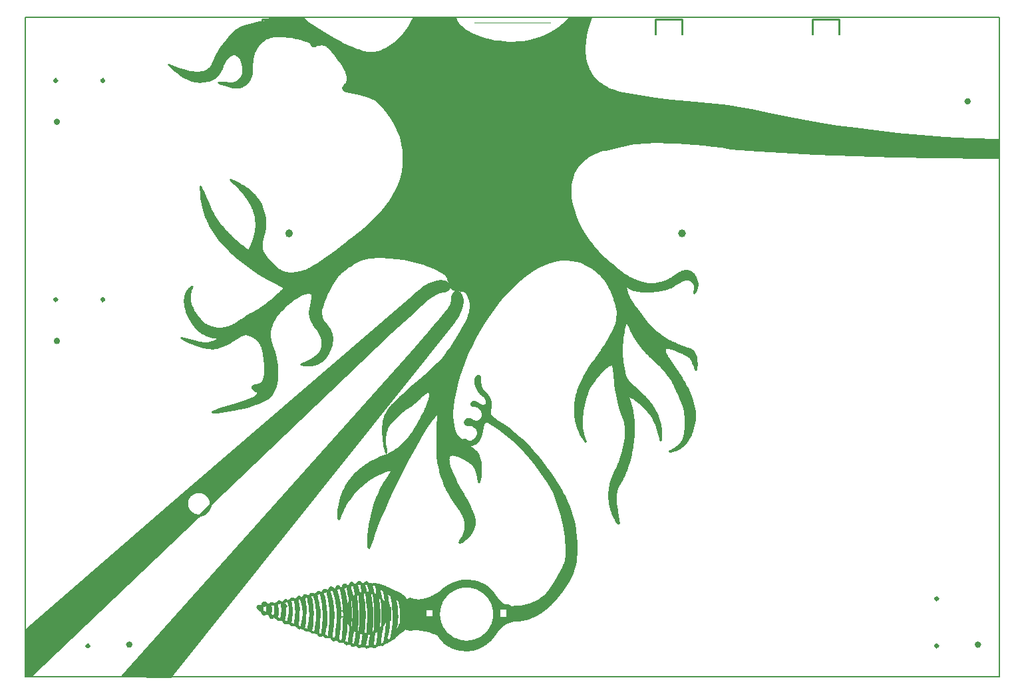
<source format=gbr>
%TF.GenerationSoftware,KiCad,Pcbnew,9.0.3*%
%TF.CreationDate,2025-08-06T15:24:12+02:00*%
%TF.ProjectId,Spikeling_v3.0,5370696b-656c-4696-9e67-5f76332e302e,rev?*%
%TF.SameCoordinates,Original*%
%TF.FileFunction,OtherDrawing,Comment*%
%FSLAX46Y46*%
G04 Gerber Fmt 4.6, Leading zero omitted, Abs format (unit mm)*
G04 Created by KiCad (PCBNEW 9.0.3) date 2025-08-06 15:24:12*
%MOMM*%
%LPD*%
G01*
G04 APERTURE LIST*
%ADD10C,0.150000*%
%ADD11C,0.500000*%
%ADD12C,0.350000*%
%ADD13C,0.400000*%
%ADD14C,0.266666*%
%ADD15C,0.000000*%
%ADD16C,0.300000*%
%ADD17C,0.050000*%
G04 APERTURE END LIST*
D10*
X98000000Y-48000000D02*
X222000000Y-48000000D01*
X222000000Y-132000000D01*
X98000000Y-132000000D01*
X98000000Y-48000000D01*
D11*
%TO.C,U3*%
X131850000Y-75555000D02*
G75*
G02*
X131350000Y-75555000I-250000J0D01*
G01*
X131350000Y-75555000D02*
G75*
G02*
X131850000Y-75555000I250000J0D01*
G01*
D12*
%TO.C,J4*%
X102075000Y-84000000D02*
G75*
G02*
X101725000Y-84000000I-175000J0D01*
G01*
X101725000Y-84000000D02*
G75*
G02*
X102075000Y-84000000I175000J0D01*
G01*
D13*
X102260000Y-89260000D02*
G75*
G02*
X101860000Y-89260000I-200000J0D01*
G01*
X101860000Y-89260000D02*
G75*
G02*
X102260000Y-89260000I200000J0D01*
G01*
D12*
X108075000Y-84000000D02*
G75*
G02*
X107725000Y-84000000I-175000J0D01*
G01*
X107725000Y-84000000D02*
G75*
G02*
X108075000Y-84000000I175000J0D01*
G01*
D14*
%TO.C,.*%
X142222007Y-120224451D02*
X142221416Y-120224390D01*
X142223525Y-120222289D01*
X142234439Y-120211706D01*
X142222007Y-120224451D01*
G36*
X142222007Y-120224451D02*
G01*
X142221416Y-120224390D01*
X142223525Y-120222289D01*
X142234439Y-120211706D01*
X142222007Y-120224451D01*
G37*
X142338782Y-120206021D02*
X142363347Y-120225344D01*
X142384328Y-120241146D01*
X142254449Y-120227788D01*
X142256096Y-120226748D01*
X142263646Y-120222378D01*
X142271329Y-120218233D01*
X142279120Y-120214364D01*
X142286996Y-120210823D01*
X142294931Y-120207661D01*
X142302900Y-120204928D01*
X142310880Y-120202676D01*
X142318846Y-120200955D01*
X142326773Y-120199817D01*
X142330904Y-120199552D01*
X142338782Y-120206021D01*
G36*
X142338782Y-120206021D02*
G01*
X142363347Y-120225344D01*
X142384328Y-120241146D01*
X142254449Y-120227788D01*
X142256096Y-120226748D01*
X142263646Y-120222378D01*
X142271329Y-120218233D01*
X142279120Y-120214364D01*
X142286996Y-120210823D01*
X142294931Y-120207661D01*
X142302900Y-120204928D01*
X142310880Y-120202676D01*
X142318846Y-120200955D01*
X142326773Y-120199817D01*
X142330904Y-120199552D01*
X142338782Y-120206021D01*
G37*
X142406538Y-120243430D02*
X142406996Y-120244007D01*
X142410113Y-120247813D01*
X142413493Y-120251821D01*
X142417156Y-120256034D01*
X142421119Y-120260454D01*
X142425403Y-120265086D01*
X142430024Y-120269932D01*
X142435003Y-120274996D01*
X142440358Y-120280281D01*
X142442058Y-120281910D01*
X142439390Y-120280153D01*
X142413659Y-120262416D01*
X142388308Y-120244144D01*
X142384328Y-120241146D01*
X142406538Y-120243430D01*
G36*
X142406538Y-120243430D02*
G01*
X142406996Y-120244007D01*
X142410113Y-120247813D01*
X142413493Y-120251821D01*
X142417156Y-120256034D01*
X142421119Y-120260454D01*
X142425403Y-120265086D01*
X142430024Y-120269932D01*
X142435003Y-120274996D01*
X142440358Y-120280281D01*
X142442058Y-120281910D01*
X142439390Y-120280153D01*
X142413659Y-120262416D01*
X142388308Y-120244144D01*
X142384328Y-120241146D01*
X142406538Y-120243430D01*
G37*
X142254449Y-120227788D02*
X142241494Y-120235961D01*
X142227719Y-120245463D01*
X142214967Y-120254847D01*
X142193317Y-120271625D01*
X142184813Y-120278202D01*
X142178118Y-120283028D01*
X142175509Y-120284656D01*
X142173427Y-120285693D01*
X142171895Y-120286088D01*
X142171815Y-120286063D01*
X142182235Y-120271584D01*
X142194402Y-120255940D01*
X142207164Y-120240733D01*
X142220513Y-120225983D01*
X142222007Y-120224451D01*
X142254449Y-120227788D01*
G36*
X142254449Y-120227788D02*
G01*
X142241494Y-120235961D01*
X142227719Y-120245463D01*
X142214967Y-120254847D01*
X142193317Y-120271625D01*
X142184813Y-120278202D01*
X142178118Y-120283028D01*
X142175509Y-120284656D01*
X142173427Y-120285693D01*
X142171895Y-120286088D01*
X142171815Y-120286063D01*
X142182235Y-120271584D01*
X142194402Y-120255940D01*
X142207164Y-120240733D01*
X142220513Y-120225983D01*
X142222007Y-120224451D01*
X142254449Y-120227788D01*
G37*
X142581046Y-120362959D02*
X142586221Y-120363544D01*
X142591189Y-120364413D01*
X142593608Y-120365004D01*
X142595992Y-120365726D01*
X142598344Y-120366600D01*
X142600670Y-120367644D01*
X142602976Y-120368880D01*
X142605266Y-120370327D01*
X142607546Y-120372006D01*
X142609820Y-120373935D01*
X142612095Y-120376137D01*
X142614375Y-120378629D01*
X142616665Y-120381433D01*
X142618825Y-120384371D01*
X142585007Y-120366472D01*
X142577830Y-120362683D01*
X142581046Y-120362959D01*
G36*
X142581046Y-120362959D02*
G01*
X142586221Y-120363544D01*
X142591189Y-120364413D01*
X142593608Y-120365004D01*
X142595992Y-120365726D01*
X142598344Y-120366600D01*
X142600670Y-120367644D01*
X142602976Y-120368880D01*
X142605266Y-120370327D01*
X142607546Y-120372006D01*
X142609820Y-120373935D01*
X142612095Y-120376137D01*
X142614375Y-120378629D01*
X142616665Y-120381433D01*
X142618825Y-120384371D01*
X142585007Y-120366472D01*
X142577830Y-120362683D01*
X142581046Y-120362959D01*
G37*
X137033789Y-127233471D02*
X137043834Y-127241799D01*
X137054046Y-127249908D01*
X137058414Y-127253228D01*
X137062513Y-127268542D01*
X137069774Y-127299013D01*
X137068711Y-127299110D01*
X137067515Y-127298762D01*
X137066196Y-127297995D01*
X137064765Y-127296841D01*
X137063233Y-127295328D01*
X137061612Y-127293484D01*
X137058144Y-127288924D01*
X137054448Y-127283391D01*
X137050613Y-127277120D01*
X137046726Y-127270343D01*
X137042875Y-127263291D01*
X137035634Y-127249297D01*
X137029591Y-127236998D01*
X137023914Y-127224926D01*
X137033789Y-127233471D01*
G36*
X137033789Y-127233471D02*
G01*
X137043834Y-127241799D01*
X137054046Y-127249908D01*
X137058414Y-127253228D01*
X137062513Y-127268542D01*
X137069774Y-127299013D01*
X137068711Y-127299110D01*
X137067515Y-127298762D01*
X137066196Y-127297995D01*
X137064765Y-127296841D01*
X137063233Y-127295328D01*
X137061612Y-127293484D01*
X137058144Y-127288924D01*
X137054448Y-127283391D01*
X137050613Y-127277120D01*
X137046726Y-127270343D01*
X137042875Y-127263291D01*
X137035634Y-127249297D01*
X137029591Y-127236998D01*
X137023914Y-127224926D01*
X137033789Y-127233471D01*
G37*
X159390636Y-122907472D02*
X159412135Y-122909107D01*
X159433321Y-122911799D01*
X159454168Y-122915522D01*
X159474649Y-122920249D01*
X159494738Y-122925954D01*
X159514408Y-122932609D01*
X159533632Y-122940189D01*
X159552384Y-122948667D01*
X159570637Y-122958016D01*
X159588365Y-122968209D01*
X159605541Y-122979220D01*
X159622138Y-122991023D01*
X159638130Y-123003591D01*
X159653491Y-123016896D01*
X159668193Y-123030913D01*
X159682210Y-123045615D01*
X159695516Y-123060976D01*
X159708083Y-123076968D01*
X159719886Y-123093565D01*
X159722750Y-123098034D01*
X159636101Y-123087868D01*
X159546498Y-123073771D01*
X159457517Y-123056169D01*
X159369262Y-123035080D01*
X159281839Y-123010523D01*
X159195351Y-122982516D01*
X159109904Y-122951078D01*
X159025601Y-122916227D01*
X159005391Y-122906921D01*
X159368852Y-122906921D01*
X159390636Y-122907472D01*
G36*
X159390636Y-122907472D02*
G01*
X159412135Y-122909107D01*
X159433321Y-122911799D01*
X159454168Y-122915522D01*
X159474649Y-122920249D01*
X159494738Y-122925954D01*
X159514408Y-122932609D01*
X159533632Y-122940189D01*
X159552384Y-122948667D01*
X159570637Y-122958016D01*
X159588365Y-122968209D01*
X159605541Y-122979220D01*
X159622138Y-122991023D01*
X159638130Y-123003591D01*
X159653491Y-123016896D01*
X159668193Y-123030913D01*
X159682210Y-123045615D01*
X159695516Y-123060976D01*
X159708083Y-123076968D01*
X159719886Y-123093565D01*
X159722750Y-123098034D01*
X159636101Y-123087868D01*
X159546498Y-123073771D01*
X159457517Y-123056169D01*
X159369262Y-123035080D01*
X159281839Y-123010523D01*
X159195351Y-122982516D01*
X159109904Y-122951078D01*
X159025601Y-122916227D01*
X159005391Y-122906921D01*
X159368852Y-122906921D01*
X159390636Y-122907472D01*
G37*
X142465494Y-120297349D02*
X142491963Y-120313999D01*
X142518221Y-120329824D01*
X142541957Y-120343376D01*
X142563958Y-120355358D01*
X142577830Y-120362683D01*
X142569911Y-120362002D01*
X142563869Y-120361308D01*
X142557454Y-120360258D01*
X142550626Y-120358691D01*
X142547044Y-120357664D01*
X142543343Y-120356447D01*
X142539518Y-120355021D01*
X142535564Y-120353366D01*
X142531475Y-120351461D01*
X142527247Y-120349287D01*
X142521653Y-120346034D01*
X142516122Y-120342681D01*
X142510656Y-120339229D01*
X142505256Y-120335679D01*
X142499924Y-120332031D01*
X142494661Y-120328288D01*
X142489468Y-120324450D01*
X142484347Y-120320517D01*
X142479299Y-120316491D01*
X142474324Y-120312373D01*
X142469425Y-120308165D01*
X142464603Y-120303866D01*
X142459859Y-120299478D01*
X142455194Y-120295002D01*
X142450610Y-120290439D01*
X142446107Y-120285790D01*
X142442058Y-120281910D01*
X142465494Y-120297349D01*
G36*
X142465494Y-120297349D02*
G01*
X142491963Y-120313999D01*
X142518221Y-120329824D01*
X142541957Y-120343376D01*
X142563958Y-120355358D01*
X142577830Y-120362683D01*
X142569911Y-120362002D01*
X142563869Y-120361308D01*
X142557454Y-120360258D01*
X142550626Y-120358691D01*
X142547044Y-120357664D01*
X142543343Y-120356447D01*
X142539518Y-120355021D01*
X142535564Y-120353366D01*
X142531475Y-120351461D01*
X142527247Y-120349287D01*
X142521653Y-120346034D01*
X142516122Y-120342681D01*
X142510656Y-120339229D01*
X142505256Y-120335679D01*
X142499924Y-120332031D01*
X142494661Y-120328288D01*
X142489468Y-120324450D01*
X142484347Y-120320517D01*
X142479299Y-120316491D01*
X142474324Y-120312373D01*
X142469425Y-120308165D01*
X142464603Y-120303866D01*
X142459859Y-120299478D01*
X142455194Y-120295002D01*
X142450610Y-120290439D01*
X142446107Y-120285790D01*
X142442058Y-120281910D01*
X142465494Y-120297349D01*
G37*
X131765081Y-125228672D02*
X131781200Y-125231794D01*
X131799442Y-125235796D01*
X131820558Y-125240996D01*
X131845296Y-125247715D01*
X131874407Y-125256274D01*
X131908638Y-125266993D01*
X131973653Y-125288497D01*
X132000508Y-125297898D01*
X132024613Y-125306735D01*
X132046734Y-125315263D01*
X132067635Y-125323733D01*
X132108839Y-125341517D01*
X132181209Y-125374360D01*
X132178980Y-125376223D01*
X132169695Y-125383417D01*
X132154597Y-125392860D01*
X132139053Y-125401303D01*
X132123112Y-125408740D01*
X132106822Y-125415167D01*
X132090231Y-125420579D01*
X132073386Y-125424970D01*
X132056337Y-125428335D01*
X132039131Y-125430670D01*
X132021815Y-125431969D01*
X132004439Y-125432227D01*
X131987049Y-125431440D01*
X131969694Y-125429601D01*
X131952423Y-125426707D01*
X131935282Y-125422752D01*
X131918320Y-125417731D01*
X131901586Y-125411638D01*
X131886244Y-125405252D01*
X131871494Y-125397900D01*
X131857370Y-125389626D01*
X131843907Y-125380472D01*
X131831140Y-125370482D01*
X131819102Y-125359698D01*
X131807827Y-125348163D01*
X131797350Y-125335919D01*
X131787704Y-125323010D01*
X131778926Y-125309478D01*
X131771047Y-125295366D01*
X131764103Y-125280717D01*
X131758129Y-125265574D01*
X131753157Y-125249979D01*
X131749223Y-125233975D01*
X131747783Y-125225740D01*
X131765081Y-125228672D01*
G36*
X131765081Y-125228672D02*
G01*
X131781200Y-125231794D01*
X131799442Y-125235796D01*
X131820558Y-125240996D01*
X131845296Y-125247715D01*
X131874407Y-125256274D01*
X131908638Y-125266993D01*
X131973653Y-125288497D01*
X132000508Y-125297898D01*
X132024613Y-125306735D01*
X132046734Y-125315263D01*
X132067635Y-125323733D01*
X132108839Y-125341517D01*
X132181209Y-125374360D01*
X132178980Y-125376223D01*
X132169695Y-125383417D01*
X132154597Y-125392860D01*
X132139053Y-125401303D01*
X132123112Y-125408740D01*
X132106822Y-125415167D01*
X132090231Y-125420579D01*
X132073386Y-125424970D01*
X132056337Y-125428335D01*
X132039131Y-125430670D01*
X132021815Y-125431969D01*
X132004439Y-125432227D01*
X131987049Y-125431440D01*
X131969694Y-125429601D01*
X131952423Y-125426707D01*
X131935282Y-125422752D01*
X131918320Y-125417731D01*
X131901586Y-125411638D01*
X131886244Y-125405252D01*
X131871494Y-125397900D01*
X131857370Y-125389626D01*
X131843907Y-125380472D01*
X131831140Y-125370482D01*
X131819102Y-125359698D01*
X131807827Y-125348163D01*
X131797350Y-125335919D01*
X131787704Y-125323010D01*
X131778926Y-125309478D01*
X131771047Y-125295366D01*
X131764103Y-125280717D01*
X131758129Y-125265574D01*
X131753157Y-125249979D01*
X131749223Y-125233975D01*
X131747783Y-125225740D01*
X131765081Y-125228672D01*
G37*
X134418984Y-126226608D02*
X134465879Y-126245990D01*
X134526250Y-126268887D01*
X134762085Y-126343361D01*
X134754999Y-126348421D01*
X134747324Y-126353481D01*
X134739474Y-126358248D01*
X134731457Y-126362716D01*
X134723283Y-126366882D01*
X134714959Y-126370741D01*
X134706496Y-126374290D01*
X134697900Y-126377524D01*
X134689181Y-126380439D01*
X134680348Y-126383031D01*
X134671409Y-126385295D01*
X134662373Y-126387227D01*
X134653247Y-126388824D01*
X134642417Y-126390170D01*
X134631575Y-126391027D01*
X134620738Y-126391398D01*
X134609922Y-126391287D01*
X134599142Y-126390697D01*
X134588414Y-126389631D01*
X134577754Y-126388093D01*
X134567177Y-126386086D01*
X134556699Y-126383613D01*
X134546335Y-126380678D01*
X134536103Y-126377283D01*
X134526016Y-126373434D01*
X134516091Y-126369132D01*
X134506344Y-126364381D01*
X134496790Y-126359184D01*
X134487444Y-126353545D01*
X134477177Y-126345873D01*
X134467315Y-126337763D01*
X134457870Y-126329233D01*
X134448853Y-126320298D01*
X134440274Y-126310977D01*
X134432146Y-126301286D01*
X134424480Y-126291242D01*
X134417285Y-126280861D01*
X134410575Y-126270162D01*
X134404359Y-126259160D01*
X134398650Y-126247874D01*
X134393458Y-126236318D01*
X134388794Y-126224512D01*
X134384669Y-126212471D01*
X134384229Y-126210961D01*
X134418984Y-126226608D01*
G36*
X134418984Y-126226608D02*
G01*
X134465879Y-126245990D01*
X134526250Y-126268887D01*
X134762085Y-126343361D01*
X134754999Y-126348421D01*
X134747324Y-126353481D01*
X134739474Y-126358248D01*
X134731457Y-126362716D01*
X134723283Y-126366882D01*
X134714959Y-126370741D01*
X134706496Y-126374290D01*
X134697900Y-126377524D01*
X134689181Y-126380439D01*
X134680348Y-126383031D01*
X134671409Y-126385295D01*
X134662373Y-126387227D01*
X134653247Y-126388824D01*
X134642417Y-126390170D01*
X134631575Y-126391027D01*
X134620738Y-126391398D01*
X134609922Y-126391287D01*
X134599142Y-126390697D01*
X134588414Y-126389631D01*
X134577754Y-126388093D01*
X134567177Y-126386086D01*
X134556699Y-126383613D01*
X134546335Y-126380678D01*
X134536103Y-126377283D01*
X134526016Y-126373434D01*
X134516091Y-126369132D01*
X134506344Y-126364381D01*
X134496790Y-126359184D01*
X134487444Y-126353545D01*
X134477177Y-126345873D01*
X134467315Y-126337763D01*
X134457870Y-126329233D01*
X134448853Y-126320298D01*
X134440274Y-126310977D01*
X134432146Y-126301286D01*
X134424480Y-126291242D01*
X134417285Y-126280861D01*
X134410575Y-126270162D01*
X134404359Y-126259160D01*
X134398650Y-126247874D01*
X134393458Y-126236318D01*
X134388794Y-126224512D01*
X134384669Y-126212471D01*
X134384229Y-126210961D01*
X134418984Y-126226608D01*
G37*
X143606749Y-127778769D02*
X143602355Y-127787777D01*
X143597668Y-127796613D01*
X143592694Y-127805271D01*
X143587439Y-127813745D01*
X143581908Y-127822028D01*
X143576107Y-127830114D01*
X143570042Y-127837996D01*
X143563717Y-127845668D01*
X143557138Y-127853124D01*
X143550311Y-127860357D01*
X143543241Y-127867361D01*
X143535933Y-127874128D01*
X143528394Y-127880653D01*
X143520629Y-127886930D01*
X143512642Y-127892951D01*
X143504440Y-127898711D01*
X143499306Y-127902245D01*
X143494072Y-127905610D01*
X143488743Y-127908804D01*
X143483322Y-127911825D01*
X143477814Y-127914671D01*
X143472224Y-127917341D01*
X143466555Y-127919833D01*
X143460813Y-127922146D01*
X143455000Y-127924278D01*
X143449122Y-127926227D01*
X143443184Y-127927991D01*
X143437188Y-127929570D01*
X143431140Y-127930961D01*
X143425044Y-127932163D01*
X143418903Y-127933173D01*
X143412724Y-127933992D01*
X143395148Y-127932582D01*
X143377649Y-127930560D01*
X143360241Y-127927930D01*
X143342942Y-127924694D01*
X143325766Y-127920857D01*
X143308730Y-127916421D01*
X143291848Y-127911390D01*
X143275138Y-127905768D01*
X143258782Y-127892140D01*
X143285726Y-127884604D01*
X143351418Y-127863962D01*
X143416760Y-127842279D01*
X143481740Y-127819559D01*
X143546345Y-127795808D01*
X143610130Y-127771196D01*
X143606749Y-127778769D01*
G36*
X143606749Y-127778769D02*
G01*
X143602355Y-127787777D01*
X143597668Y-127796613D01*
X143592694Y-127805271D01*
X143587439Y-127813745D01*
X143581908Y-127822028D01*
X143576107Y-127830114D01*
X143570042Y-127837996D01*
X143563717Y-127845668D01*
X143557138Y-127853124D01*
X143550311Y-127860357D01*
X143543241Y-127867361D01*
X143535933Y-127874128D01*
X143528394Y-127880653D01*
X143520629Y-127886930D01*
X143512642Y-127892951D01*
X143504440Y-127898711D01*
X143499306Y-127902245D01*
X143494072Y-127905610D01*
X143488743Y-127908804D01*
X143483322Y-127911825D01*
X143477814Y-127914671D01*
X143472224Y-127917341D01*
X143466555Y-127919833D01*
X143460813Y-127922146D01*
X143455000Y-127924278D01*
X143449122Y-127926227D01*
X143443184Y-127927991D01*
X143437188Y-127929570D01*
X143431140Y-127930961D01*
X143425044Y-127932163D01*
X143418903Y-127933173D01*
X143412724Y-127933992D01*
X143395148Y-127932582D01*
X143377649Y-127930560D01*
X143360241Y-127927930D01*
X143342942Y-127924694D01*
X143325766Y-127920857D01*
X143308730Y-127916421D01*
X143291848Y-127911390D01*
X143275138Y-127905768D01*
X143258782Y-127892140D01*
X143285726Y-127884604D01*
X143351418Y-127863962D01*
X143416760Y-127842279D01*
X143481740Y-127819559D01*
X143546345Y-127795808D01*
X143610130Y-127771196D01*
X143606749Y-127778769D01*
G37*
X140267512Y-126271126D02*
X140383775Y-126323688D01*
X140489910Y-126365535D01*
X140489237Y-126370312D01*
X140466437Y-126552902D01*
X140438799Y-126794527D01*
X140433572Y-126898969D01*
X140426176Y-127003246D01*
X140416616Y-127107325D01*
X140404896Y-127211170D01*
X140391020Y-127314750D01*
X140374992Y-127418030D01*
X140356817Y-127520977D01*
X140336499Y-127623557D01*
X140329473Y-127642359D01*
X140322993Y-127661326D01*
X140317062Y-127680446D01*
X140311680Y-127699708D01*
X140306851Y-127719099D01*
X140302574Y-127738608D01*
X140298854Y-127758222D01*
X140295690Y-127777930D01*
X140293084Y-127797719D01*
X140291039Y-127817579D01*
X140289557Y-127837495D01*
X140288638Y-127857458D01*
X140288285Y-127877455D01*
X140288499Y-127897474D01*
X140289282Y-127917502D01*
X140290636Y-127937529D01*
X140291320Y-127956381D01*
X140292696Y-127975176D01*
X140294762Y-127993894D01*
X140297514Y-128012518D01*
X140298305Y-128016776D01*
X140265063Y-128008519D01*
X140188444Y-127988400D01*
X140117778Y-127969273D01*
X139994361Y-127935599D01*
X139935210Y-127920296D01*
X139962547Y-127715272D01*
X139971966Y-127646314D01*
X139981674Y-127581656D01*
X140001794Y-127461271D01*
X140043687Y-127228436D01*
X140062704Y-127112734D01*
X140079406Y-126998687D01*
X140117771Y-126713378D01*
X140144505Y-126490852D01*
X140164955Y-126287838D01*
X140170712Y-126221548D01*
X140267512Y-126271126D01*
G36*
X140267512Y-126271126D02*
G01*
X140383775Y-126323688D01*
X140489910Y-126365535D01*
X140489237Y-126370312D01*
X140466437Y-126552902D01*
X140438799Y-126794527D01*
X140433572Y-126898969D01*
X140426176Y-127003246D01*
X140416616Y-127107325D01*
X140404896Y-127211170D01*
X140391020Y-127314750D01*
X140374992Y-127418030D01*
X140356817Y-127520977D01*
X140336499Y-127623557D01*
X140329473Y-127642359D01*
X140322993Y-127661326D01*
X140317062Y-127680446D01*
X140311680Y-127699708D01*
X140306851Y-127719099D01*
X140302574Y-127738608D01*
X140298854Y-127758222D01*
X140295690Y-127777930D01*
X140293084Y-127797719D01*
X140291039Y-127817579D01*
X140289557Y-127837495D01*
X140288638Y-127857458D01*
X140288285Y-127877455D01*
X140288499Y-127897474D01*
X140289282Y-127917502D01*
X140290636Y-127937529D01*
X140291320Y-127956381D01*
X140292696Y-127975176D01*
X140294762Y-127993894D01*
X140297514Y-128012518D01*
X140298305Y-128016776D01*
X140265063Y-128008519D01*
X140188444Y-127988400D01*
X140117778Y-127969273D01*
X139994361Y-127935599D01*
X139935210Y-127920296D01*
X139962547Y-127715272D01*
X139971966Y-127646314D01*
X139981674Y-127581656D01*
X140001794Y-127461271D01*
X140043687Y-127228436D01*
X140062704Y-127112734D01*
X140079406Y-126998687D01*
X140117771Y-126713378D01*
X140144505Y-126490852D01*
X140164955Y-126287838D01*
X140170712Y-126221548D01*
X140267512Y-126271126D01*
G37*
X139317742Y-122391263D02*
X139333507Y-122500838D01*
X139346957Y-122604542D01*
X139358422Y-122702748D01*
X139376722Y-122884153D01*
X139391054Y-123048030D01*
X139403512Y-123195259D01*
X139413985Y-123336866D01*
X139418270Y-123411246D01*
X139421812Y-123491041D01*
X139424526Y-123578526D01*
X139426332Y-123675974D01*
X139425891Y-123877773D01*
X139424843Y-123965629D01*
X139422804Y-124057413D01*
X139419441Y-124162592D01*
X139414425Y-124290633D01*
X139398109Y-124653170D01*
X139397834Y-124879112D01*
X139395904Y-125037255D01*
X139393802Y-125110230D01*
X139390667Y-125189447D01*
X139380469Y-125397532D01*
X139378932Y-125555758D01*
X139378404Y-125572662D01*
X139302176Y-125475660D01*
X139228999Y-125372756D01*
X139160729Y-125266265D01*
X139097531Y-125156352D01*
X139039568Y-125043182D01*
X138987007Y-124926919D01*
X138940012Y-124807729D01*
X138907954Y-124712986D01*
X138916124Y-124604223D01*
X138931613Y-124378611D01*
X138939496Y-124138117D01*
X138941727Y-123991579D01*
X138942059Y-123845042D01*
X138940494Y-123698525D01*
X138937030Y-123552046D01*
X138931670Y-123405625D01*
X138924414Y-123259279D01*
X138915263Y-123113027D01*
X138912974Y-123082741D01*
X138940012Y-123002832D01*
X138987007Y-122883641D01*
X139039568Y-122767378D01*
X139097531Y-122654208D01*
X139160729Y-122544295D01*
X139228999Y-122437804D01*
X139302176Y-122334900D01*
X139307671Y-122327907D01*
X139317742Y-122391263D01*
G36*
X139317742Y-122391263D02*
G01*
X139333507Y-122500838D01*
X139346957Y-122604542D01*
X139358422Y-122702748D01*
X139376722Y-122884153D01*
X139391054Y-123048030D01*
X139403512Y-123195259D01*
X139413985Y-123336866D01*
X139418270Y-123411246D01*
X139421812Y-123491041D01*
X139424526Y-123578526D01*
X139426332Y-123675974D01*
X139425891Y-123877773D01*
X139424843Y-123965629D01*
X139422804Y-124057413D01*
X139419441Y-124162592D01*
X139414425Y-124290633D01*
X139398109Y-124653170D01*
X139397834Y-124879112D01*
X139395904Y-125037255D01*
X139393802Y-125110230D01*
X139390667Y-125189447D01*
X139380469Y-125397532D01*
X139378932Y-125555758D01*
X139378404Y-125572662D01*
X139302176Y-125475660D01*
X139228999Y-125372756D01*
X139160729Y-125266265D01*
X139097531Y-125156352D01*
X139039568Y-125043182D01*
X138987007Y-124926919D01*
X138940012Y-124807729D01*
X138907954Y-124712986D01*
X138916124Y-124604223D01*
X138931613Y-124378611D01*
X138939496Y-124138117D01*
X138941727Y-123991579D01*
X138942059Y-123845042D01*
X138940494Y-123698525D01*
X138937030Y-123552046D01*
X138931670Y-123405625D01*
X138924414Y-123259279D01*
X138915263Y-123113027D01*
X138912974Y-123082741D01*
X138940012Y-123002832D01*
X138987007Y-122883641D01*
X139039568Y-122767378D01*
X139097531Y-122654208D01*
X139160729Y-122544295D01*
X139228999Y-122437804D01*
X139302176Y-122334900D01*
X139307671Y-122327907D01*
X139317742Y-122391263D01*
G37*
X130963358Y-124899558D02*
X131047859Y-124935386D01*
X131097205Y-124957653D01*
X131141166Y-124978251D01*
X131215539Y-125015038D01*
X131276186Y-125046947D01*
X131328317Y-125075175D01*
X131365402Y-125094733D01*
X131357309Y-125101349D01*
X131348744Y-125107924D01*
X131339982Y-125114234D01*
X131331029Y-125120274D01*
X131321891Y-125126039D01*
X131312574Y-125131526D01*
X131303085Y-125136730D01*
X131293429Y-125141645D01*
X131283613Y-125146268D01*
X131273642Y-125150594D01*
X131258228Y-125156631D01*
X131242589Y-125161772D01*
X131226762Y-125166018D01*
X131210783Y-125169372D01*
X131194692Y-125171835D01*
X131178524Y-125173408D01*
X131162316Y-125174092D01*
X131146107Y-125173889D01*
X131129933Y-125172801D01*
X131113832Y-125170828D01*
X131097840Y-125167974D01*
X131081996Y-125164238D01*
X131066335Y-125159623D01*
X131050896Y-125154130D01*
X131035716Y-125147760D01*
X131020831Y-125140515D01*
X131006374Y-125132452D01*
X130992465Y-125123645D01*
X130979127Y-125114124D01*
X130966383Y-125103919D01*
X130954255Y-125093060D01*
X130942766Y-125081577D01*
X130931938Y-125069498D01*
X130921793Y-125056854D01*
X130912354Y-125043675D01*
X130903645Y-125029990D01*
X130895686Y-125015828D01*
X130888501Y-125001220D01*
X130882112Y-124986196D01*
X130876542Y-124970784D01*
X130871813Y-124955015D01*
X130867947Y-124938919D01*
X130882056Y-124935394D01*
X130882180Y-124909569D01*
X130882474Y-124896729D01*
X130883048Y-124883579D01*
X130883994Y-124869850D01*
X130884177Y-124867962D01*
X130963358Y-124899558D01*
G36*
X130963358Y-124899558D02*
G01*
X131047859Y-124935386D01*
X131097205Y-124957653D01*
X131141166Y-124978251D01*
X131215539Y-125015038D01*
X131276186Y-125046947D01*
X131328317Y-125075175D01*
X131365402Y-125094733D01*
X131357309Y-125101349D01*
X131348744Y-125107924D01*
X131339982Y-125114234D01*
X131331029Y-125120274D01*
X131321891Y-125126039D01*
X131312574Y-125131526D01*
X131303085Y-125136730D01*
X131293429Y-125141645D01*
X131283613Y-125146268D01*
X131273642Y-125150594D01*
X131258228Y-125156631D01*
X131242589Y-125161772D01*
X131226762Y-125166018D01*
X131210783Y-125169372D01*
X131194692Y-125171835D01*
X131178524Y-125173408D01*
X131162316Y-125174092D01*
X131146107Y-125173889D01*
X131129933Y-125172801D01*
X131113832Y-125170828D01*
X131097840Y-125167974D01*
X131081996Y-125164238D01*
X131066335Y-125159623D01*
X131050896Y-125154130D01*
X131035716Y-125147760D01*
X131020831Y-125140515D01*
X131006374Y-125132452D01*
X130992465Y-125123645D01*
X130979127Y-125114124D01*
X130966383Y-125103919D01*
X130954255Y-125093060D01*
X130942766Y-125081577D01*
X130931938Y-125069498D01*
X130921793Y-125056854D01*
X130912354Y-125043675D01*
X130903645Y-125029990D01*
X130895686Y-125015828D01*
X130888501Y-125001220D01*
X130882112Y-124986196D01*
X130876542Y-124970784D01*
X130871813Y-124955015D01*
X130867947Y-124938919D01*
X130882056Y-124935394D01*
X130882180Y-124909569D01*
X130882474Y-124896729D01*
X130883048Y-124883579D01*
X130883994Y-124869850D01*
X130884177Y-124867962D01*
X130963358Y-124899558D01*
G37*
X132783527Y-125626828D02*
X132889692Y-125667399D01*
X133000486Y-125707968D01*
X133068697Y-125732159D01*
X133063810Y-125737165D01*
X133056484Y-125744150D01*
X133048898Y-125750881D01*
X133041056Y-125757349D01*
X133032466Y-125763170D01*
X133023669Y-125768615D01*
X133014678Y-125773680D01*
X133005506Y-125778360D01*
X132996164Y-125782652D01*
X132986666Y-125786553D01*
X132977023Y-125790059D01*
X132967250Y-125793165D01*
X132957357Y-125795869D01*
X132947358Y-125798167D01*
X132937265Y-125800055D01*
X132927091Y-125801528D01*
X132916847Y-125802585D01*
X132906548Y-125803220D01*
X132896205Y-125803430D01*
X132885831Y-125803212D01*
X132872621Y-125801874D01*
X132859547Y-125799902D01*
X132846630Y-125797306D01*
X132833890Y-125794096D01*
X132821349Y-125790284D01*
X132809027Y-125785879D01*
X132796945Y-125780891D01*
X132785122Y-125775331D01*
X132773581Y-125769209D01*
X132762341Y-125762536D01*
X132751423Y-125755321D01*
X132740848Y-125747576D01*
X132730637Y-125739310D01*
X132720810Y-125730533D01*
X132711387Y-125721257D01*
X132702390Y-125711491D01*
X132694016Y-125703333D01*
X132685967Y-125694892D01*
X132678248Y-125686179D01*
X132670866Y-125677205D01*
X132663827Y-125667978D01*
X132657136Y-125658509D01*
X132650799Y-125648809D01*
X132644822Y-125638887D01*
X132639211Y-125628754D01*
X132633971Y-125618419D01*
X132629109Y-125607894D01*
X132624631Y-125597187D01*
X132620541Y-125586310D01*
X132616847Y-125575272D01*
X132613554Y-125564083D01*
X132611642Y-125556579D01*
X132783527Y-125626828D01*
G36*
X132783527Y-125626828D02*
G01*
X132889692Y-125667399D01*
X133000486Y-125707968D01*
X133068697Y-125732159D01*
X133063810Y-125737165D01*
X133056484Y-125744150D01*
X133048898Y-125750881D01*
X133041056Y-125757349D01*
X133032466Y-125763170D01*
X133023669Y-125768615D01*
X133014678Y-125773680D01*
X133005506Y-125778360D01*
X132996164Y-125782652D01*
X132986666Y-125786553D01*
X132977023Y-125790059D01*
X132967250Y-125793165D01*
X132957357Y-125795869D01*
X132947358Y-125798167D01*
X132937265Y-125800055D01*
X132927091Y-125801528D01*
X132916847Y-125802585D01*
X132906548Y-125803220D01*
X132896205Y-125803430D01*
X132885831Y-125803212D01*
X132872621Y-125801874D01*
X132859547Y-125799902D01*
X132846630Y-125797306D01*
X132833890Y-125794096D01*
X132821349Y-125790284D01*
X132809027Y-125785879D01*
X132796945Y-125780891D01*
X132785122Y-125775331D01*
X132773581Y-125769209D01*
X132762341Y-125762536D01*
X132751423Y-125755321D01*
X132740848Y-125747576D01*
X132730637Y-125739310D01*
X132720810Y-125730533D01*
X132711387Y-125721257D01*
X132702390Y-125711491D01*
X132694016Y-125703333D01*
X132685967Y-125694892D01*
X132678248Y-125686179D01*
X132670866Y-125677205D01*
X132663827Y-125667978D01*
X132657136Y-125658509D01*
X132650799Y-125648809D01*
X132644822Y-125638887D01*
X132639211Y-125628754D01*
X132633971Y-125618419D01*
X132629109Y-125607894D01*
X132624631Y-125597187D01*
X132620541Y-125586310D01*
X132616847Y-125575272D01*
X132613554Y-125564083D01*
X132611642Y-125556579D01*
X132783527Y-125626828D01*
G37*
X133686640Y-125947857D02*
X133881715Y-126013785D01*
X133922092Y-126026983D01*
X133917460Y-126033022D01*
X133908227Y-126043282D01*
X133898250Y-126052613D01*
X133887446Y-126060998D01*
X133875732Y-126068422D01*
X133863026Y-126074869D01*
X133849568Y-126078102D01*
X133836026Y-126080653D01*
X133822424Y-126082527D01*
X133808787Y-126083725D01*
X133795140Y-126084251D01*
X133781506Y-126084109D01*
X133767911Y-126083302D01*
X133754380Y-126081833D01*
X133740936Y-126079706D01*
X133727605Y-126076923D01*
X133714411Y-126073488D01*
X133701379Y-126069404D01*
X133688533Y-126064674D01*
X133675897Y-126059303D01*
X133663497Y-126053292D01*
X133651358Y-126046645D01*
X133640338Y-126043235D01*
X133629498Y-126039390D01*
X133618851Y-126035117D01*
X133608407Y-126030426D01*
X133598178Y-126025322D01*
X133588176Y-126019816D01*
X133578413Y-126013914D01*
X133568900Y-126007626D01*
X133559648Y-126000958D01*
X133550670Y-125993919D01*
X133541977Y-125986517D01*
X133533580Y-125978760D01*
X133525492Y-125970656D01*
X133517724Y-125962213D01*
X133510287Y-125953439D01*
X133503194Y-125944343D01*
X133499709Y-125939996D01*
X133496331Y-125935573D01*
X133493061Y-125931074D01*
X133489900Y-125926504D01*
X133486849Y-125921862D01*
X133483909Y-125917152D01*
X133481081Y-125912376D01*
X133478366Y-125907535D01*
X133475766Y-125902632D01*
X133473281Y-125897668D01*
X133470913Y-125892646D01*
X133468663Y-125887568D01*
X133466531Y-125882435D01*
X133464519Y-125877250D01*
X133462628Y-125872015D01*
X133461809Y-125869568D01*
X133686640Y-125947857D01*
G36*
X133686640Y-125947857D02*
G01*
X133881715Y-126013785D01*
X133922092Y-126026983D01*
X133917460Y-126033022D01*
X133908227Y-126043282D01*
X133898250Y-126052613D01*
X133887446Y-126060998D01*
X133875732Y-126068422D01*
X133863026Y-126074869D01*
X133849568Y-126078102D01*
X133836026Y-126080653D01*
X133822424Y-126082527D01*
X133808787Y-126083725D01*
X133795140Y-126084251D01*
X133781506Y-126084109D01*
X133767911Y-126083302D01*
X133754380Y-126081833D01*
X133740936Y-126079706D01*
X133727605Y-126076923D01*
X133714411Y-126073488D01*
X133701379Y-126069404D01*
X133688533Y-126064674D01*
X133675897Y-126059303D01*
X133663497Y-126053292D01*
X133651358Y-126046645D01*
X133640338Y-126043235D01*
X133629498Y-126039390D01*
X133618851Y-126035117D01*
X133608407Y-126030426D01*
X133598178Y-126025322D01*
X133588176Y-126019816D01*
X133578413Y-126013914D01*
X133568900Y-126007626D01*
X133559648Y-126000958D01*
X133550670Y-125993919D01*
X133541977Y-125986517D01*
X133533580Y-125978760D01*
X133525492Y-125970656D01*
X133517724Y-125962213D01*
X133510287Y-125953439D01*
X133503194Y-125944343D01*
X133499709Y-125939996D01*
X133496331Y-125935573D01*
X133493061Y-125931074D01*
X133489900Y-125926504D01*
X133486849Y-125921862D01*
X133483909Y-125917152D01*
X133481081Y-125912376D01*
X133478366Y-125907535D01*
X133475766Y-125902632D01*
X133473281Y-125897668D01*
X133470913Y-125892646D01*
X133468663Y-125887568D01*
X133466531Y-125882435D01*
X133464519Y-125877250D01*
X133462628Y-125872015D01*
X133461809Y-125869568D01*
X133686640Y-125947857D01*
G37*
X143348238Y-122140513D02*
X143430733Y-122235748D01*
X143508651Y-122334900D01*
X143581827Y-122437804D01*
X143650097Y-122544295D01*
X143713296Y-122654208D01*
X143771258Y-122767378D01*
X143823819Y-122883641D01*
X143870815Y-123002832D01*
X143912079Y-123124785D01*
X143947447Y-123249335D01*
X143955149Y-123282705D01*
X143991276Y-123704185D01*
X143998968Y-123876979D01*
X144004463Y-124049833D01*
X144007760Y-124222726D01*
X144007880Y-124241692D01*
X143999837Y-124304991D01*
X143976755Y-124434242D01*
X143947447Y-124561225D01*
X143912079Y-124685776D01*
X143870815Y-124807729D01*
X143823819Y-124926919D01*
X143771258Y-125043182D01*
X143713296Y-125156352D01*
X143650097Y-125266265D01*
X143581827Y-125372756D01*
X143508651Y-125475660D01*
X143430733Y-125574812D01*
X143419025Y-125588328D01*
X143419774Y-125580970D01*
X143428236Y-125485175D01*
X143435208Y-125389422D01*
X143440858Y-125291437D01*
X143445350Y-125188946D01*
X143448850Y-125079675D01*
X143451523Y-124961350D01*
X143455051Y-124688443D01*
X143455051Y-123732414D01*
X143453825Y-123626814D01*
X143450531Y-123527250D01*
X143445750Y-123434136D01*
X143440058Y-123347885D01*
X143419774Y-123079773D01*
X143402742Y-122859067D01*
X143386702Y-122679371D01*
X143378123Y-122597875D01*
X143368677Y-122518197D01*
X143357990Y-122437527D01*
X143345692Y-122353053D01*
X143345159Y-122338442D01*
X143343576Y-122320993D01*
X143340971Y-122300599D01*
X143337368Y-122277151D01*
X143327275Y-122220658D01*
X143313501Y-122150647D01*
X143301329Y-122091311D01*
X143348238Y-122140513D01*
G36*
X143348238Y-122140513D02*
G01*
X143430733Y-122235748D01*
X143508651Y-122334900D01*
X143581827Y-122437804D01*
X143650097Y-122544295D01*
X143713296Y-122654208D01*
X143771258Y-122767378D01*
X143823819Y-122883641D01*
X143870815Y-123002832D01*
X143912079Y-123124785D01*
X143947447Y-123249335D01*
X143955149Y-123282705D01*
X143991276Y-123704185D01*
X143998968Y-123876979D01*
X144004463Y-124049833D01*
X144007760Y-124222726D01*
X144007880Y-124241692D01*
X143999837Y-124304991D01*
X143976755Y-124434242D01*
X143947447Y-124561225D01*
X143912079Y-124685776D01*
X143870815Y-124807729D01*
X143823819Y-124926919D01*
X143771258Y-125043182D01*
X143713296Y-125156352D01*
X143650097Y-125266265D01*
X143581827Y-125372756D01*
X143508651Y-125475660D01*
X143430733Y-125574812D01*
X143419025Y-125588328D01*
X143419774Y-125580970D01*
X143428236Y-125485175D01*
X143435208Y-125389422D01*
X143440858Y-125291437D01*
X143445350Y-125188946D01*
X143448850Y-125079675D01*
X143451523Y-124961350D01*
X143455051Y-124688443D01*
X143455051Y-123732414D01*
X143453825Y-123626814D01*
X143450531Y-123527250D01*
X143445750Y-123434136D01*
X143440058Y-123347885D01*
X143419774Y-123079773D01*
X143402742Y-122859067D01*
X143386702Y-122679371D01*
X143378123Y-122597875D01*
X143368677Y-122518197D01*
X143357990Y-122437527D01*
X143345692Y-122353053D01*
X143345159Y-122338442D01*
X143343576Y-122320993D01*
X143340971Y-122300599D01*
X143337368Y-122277151D01*
X143327275Y-122220658D01*
X143313501Y-122150647D01*
X143301329Y-122091311D01*
X143348238Y-122140513D01*
G37*
X135390557Y-126572275D02*
X135449574Y-126591946D01*
X135508886Y-126610664D01*
X135568483Y-126628427D01*
X135628353Y-126645231D01*
X135688485Y-126661074D01*
X135742185Y-126674305D01*
X135739803Y-126678115D01*
X135732090Y-126688339D01*
X135723946Y-126698162D01*
X135715388Y-126707573D01*
X135706434Y-126716562D01*
X135697098Y-126725116D01*
X135687399Y-126733226D01*
X135677352Y-126740880D01*
X135666973Y-126748068D01*
X135656280Y-126754778D01*
X135645288Y-126761001D01*
X135634015Y-126766724D01*
X135622476Y-126771937D01*
X135610689Y-126776630D01*
X135598669Y-126780791D01*
X135586433Y-126784410D01*
X135573998Y-126787475D01*
X135560113Y-126790106D01*
X135546180Y-126791975D01*
X135532227Y-126793088D01*
X135518283Y-126793451D01*
X135504378Y-126793070D01*
X135490540Y-126791952D01*
X135476800Y-126790103D01*
X135463186Y-126787530D01*
X135449727Y-126784238D01*
X135436454Y-126780234D01*
X135423394Y-126775524D01*
X135410578Y-126770115D01*
X135398035Y-126764013D01*
X135385794Y-126757224D01*
X135373884Y-126749755D01*
X135362334Y-126741612D01*
X135350886Y-126731499D01*
X135340075Y-126720827D01*
X135329914Y-126709626D01*
X135320418Y-126697929D01*
X135311601Y-126685764D01*
X135303478Y-126673164D01*
X135296062Y-126660158D01*
X135289370Y-126646778D01*
X135283413Y-126633054D01*
X135278208Y-126619017D01*
X135273768Y-126604698D01*
X135270108Y-126590127D01*
X135267243Y-126575336D01*
X135265185Y-126560354D01*
X135263951Y-126545214D01*
X135263554Y-126529950D01*
X135262740Y-126522061D01*
X135390557Y-126572275D01*
G36*
X135390557Y-126572275D02*
G01*
X135449574Y-126591946D01*
X135508886Y-126610664D01*
X135568483Y-126628427D01*
X135628353Y-126645231D01*
X135688485Y-126661074D01*
X135742185Y-126674305D01*
X135739803Y-126678115D01*
X135732090Y-126688339D01*
X135723946Y-126698162D01*
X135715388Y-126707573D01*
X135706434Y-126716562D01*
X135697098Y-126725116D01*
X135687399Y-126733226D01*
X135677352Y-126740880D01*
X135666973Y-126748068D01*
X135656280Y-126754778D01*
X135645288Y-126761001D01*
X135634015Y-126766724D01*
X135622476Y-126771937D01*
X135610689Y-126776630D01*
X135598669Y-126780791D01*
X135586433Y-126784410D01*
X135573998Y-126787475D01*
X135560113Y-126790106D01*
X135546180Y-126791975D01*
X135532227Y-126793088D01*
X135518283Y-126793451D01*
X135504378Y-126793070D01*
X135490540Y-126791952D01*
X135476800Y-126790103D01*
X135463186Y-126787530D01*
X135449727Y-126784238D01*
X135436454Y-126780234D01*
X135423394Y-126775524D01*
X135410578Y-126770115D01*
X135398035Y-126764013D01*
X135385794Y-126757224D01*
X135373884Y-126749755D01*
X135362334Y-126741612D01*
X135350886Y-126731499D01*
X135340075Y-126720827D01*
X135329914Y-126709626D01*
X135320418Y-126697929D01*
X135311601Y-126685764D01*
X135303478Y-126673164D01*
X135296062Y-126660158D01*
X135289370Y-126646778D01*
X135283413Y-126633054D01*
X135278208Y-126619017D01*
X135273768Y-126604698D01*
X135270108Y-126590127D01*
X135267243Y-126575336D01*
X135265185Y-126560354D01*
X135263951Y-126545214D01*
X135263554Y-126529950D01*
X135262740Y-126522061D01*
X135390557Y-126572275D01*
G37*
X136190832Y-126798506D02*
X136321284Y-126842700D01*
X136536665Y-126916323D01*
X136535103Y-126917744D01*
X136525758Y-126925446D01*
X136516029Y-126932692D01*
X136505932Y-126939466D01*
X136495482Y-126945753D01*
X136484694Y-126951537D01*
X136473584Y-126956801D01*
X136464409Y-126958646D01*
X136455200Y-126960244D01*
X136445961Y-126961597D01*
X136436698Y-126962704D01*
X136427415Y-126963565D01*
X136418118Y-126964179D01*
X136408811Y-126964549D01*
X136399499Y-126964672D01*
X136390187Y-126964549D01*
X136380880Y-126964180D01*
X136371583Y-126963566D01*
X136362300Y-126962706D01*
X136353038Y-126961600D01*
X136343799Y-126960248D01*
X136334590Y-126958650D01*
X136325416Y-126956806D01*
X136316972Y-126956765D01*
X136308544Y-126956489D01*
X136300136Y-126955979D01*
X136291754Y-126955237D01*
X136283403Y-126954264D01*
X136275086Y-126953060D01*
X136266809Y-126951628D01*
X136258576Y-126949967D01*
X136250393Y-126948078D01*
X136242263Y-126945964D01*
X136234192Y-126943624D01*
X136226185Y-126941061D01*
X136218246Y-126938274D01*
X136210379Y-126935265D01*
X136202590Y-126932035D01*
X136194884Y-126928585D01*
X136186386Y-126922740D01*
X136178210Y-126916520D01*
X136170366Y-126909941D01*
X136162865Y-126903015D01*
X136155716Y-126895757D01*
X136148929Y-126888182D01*
X136142514Y-126880303D01*
X136136481Y-126872134D01*
X136130840Y-126863690D01*
X136125601Y-126854985D01*
X136120774Y-126846033D01*
X136116368Y-126836847D01*
X136112394Y-126827443D01*
X136108862Y-126817834D01*
X136105781Y-126808035D01*
X136103161Y-126798059D01*
X136103164Y-126798059D01*
X136099956Y-126768311D01*
X136190832Y-126798506D01*
G36*
X136190832Y-126798506D02*
G01*
X136321284Y-126842700D01*
X136536665Y-126916323D01*
X136535103Y-126917744D01*
X136525758Y-126925446D01*
X136516029Y-126932692D01*
X136505932Y-126939466D01*
X136495482Y-126945753D01*
X136484694Y-126951537D01*
X136473584Y-126956801D01*
X136464409Y-126958646D01*
X136455200Y-126960244D01*
X136445961Y-126961597D01*
X136436698Y-126962704D01*
X136427415Y-126963565D01*
X136418118Y-126964179D01*
X136408811Y-126964549D01*
X136399499Y-126964672D01*
X136390187Y-126964549D01*
X136380880Y-126964180D01*
X136371583Y-126963566D01*
X136362300Y-126962706D01*
X136353038Y-126961600D01*
X136343799Y-126960248D01*
X136334590Y-126958650D01*
X136325416Y-126956806D01*
X136316972Y-126956765D01*
X136308544Y-126956489D01*
X136300136Y-126955979D01*
X136291754Y-126955237D01*
X136283403Y-126954264D01*
X136275086Y-126953060D01*
X136266809Y-126951628D01*
X136258576Y-126949967D01*
X136250393Y-126948078D01*
X136242263Y-126945964D01*
X136234192Y-126943624D01*
X136226185Y-126941061D01*
X136218246Y-126938274D01*
X136210379Y-126935265D01*
X136202590Y-126932035D01*
X136194884Y-126928585D01*
X136186386Y-126922740D01*
X136178210Y-126916520D01*
X136170366Y-126909941D01*
X136162865Y-126903015D01*
X136155716Y-126895757D01*
X136148929Y-126888182D01*
X136142514Y-126880303D01*
X136136481Y-126872134D01*
X136130840Y-126863690D01*
X136125601Y-126854985D01*
X136120774Y-126846033D01*
X136116368Y-126836847D01*
X136112394Y-126827443D01*
X136108862Y-126817834D01*
X136105781Y-126808035D01*
X136103161Y-126798059D01*
X136103164Y-126798059D01*
X136099956Y-126768311D01*
X136190832Y-126798506D01*
G37*
X130053082Y-124546283D02*
X130101540Y-124568973D01*
X130155332Y-124593193D01*
X130208338Y-124615965D01*
X130255929Y-124635141D01*
X130301618Y-124652415D01*
X130348919Y-124669481D01*
X130423946Y-124696118D01*
X130421967Y-124697729D01*
X130411798Y-124705477D01*
X130401380Y-124712899D01*
X130390721Y-124719988D01*
X130379829Y-124726739D01*
X130368712Y-124733143D01*
X130357376Y-124739196D01*
X130345830Y-124744890D01*
X130339487Y-124748210D01*
X130333056Y-124751328D01*
X130326541Y-124754244D01*
X130319948Y-124756955D01*
X130313282Y-124759461D01*
X130306546Y-124761760D01*
X130299747Y-124763851D01*
X130292888Y-124765733D01*
X130285975Y-124767405D01*
X130279013Y-124768865D01*
X130272006Y-124770112D01*
X130264959Y-124771145D01*
X130257878Y-124771963D01*
X130250766Y-124772564D01*
X130243629Y-124772947D01*
X130236472Y-124773112D01*
X130224232Y-124771649D01*
X130212143Y-124769563D01*
X130200227Y-124766864D01*
X130188504Y-124763564D01*
X130176996Y-124759676D01*
X130165724Y-124755210D01*
X130154709Y-124750179D01*
X130143973Y-124744594D01*
X130133537Y-124738467D01*
X130123422Y-124731811D01*
X130113649Y-124724635D01*
X130104240Y-124716953D01*
X130095216Y-124708776D01*
X130086597Y-124700116D01*
X130078406Y-124690985D01*
X130070664Y-124681393D01*
X130064067Y-124670441D01*
X130057951Y-124659257D01*
X130052318Y-124647860D01*
X130047173Y-124636263D01*
X130042519Y-124624483D01*
X130038360Y-124612537D01*
X130034699Y-124600439D01*
X130031541Y-124588205D01*
X130028888Y-124575852D01*
X130026746Y-124563395D01*
X130025117Y-124550851D01*
X130024005Y-124538234D01*
X130023714Y-124531989D01*
X130053082Y-124546283D01*
G36*
X130053082Y-124546283D02*
G01*
X130101540Y-124568973D01*
X130155332Y-124593193D01*
X130208338Y-124615965D01*
X130255929Y-124635141D01*
X130301618Y-124652415D01*
X130348919Y-124669481D01*
X130423946Y-124696118D01*
X130421967Y-124697729D01*
X130411798Y-124705477D01*
X130401380Y-124712899D01*
X130390721Y-124719988D01*
X130379829Y-124726739D01*
X130368712Y-124733143D01*
X130357376Y-124739196D01*
X130345830Y-124744890D01*
X130339487Y-124748210D01*
X130333056Y-124751328D01*
X130326541Y-124754244D01*
X130319948Y-124756955D01*
X130313282Y-124759461D01*
X130306546Y-124761760D01*
X130299747Y-124763851D01*
X130292888Y-124765733D01*
X130285975Y-124767405D01*
X130279013Y-124768865D01*
X130272006Y-124770112D01*
X130264959Y-124771145D01*
X130257878Y-124771963D01*
X130250766Y-124772564D01*
X130243629Y-124772947D01*
X130236472Y-124773112D01*
X130224232Y-124771649D01*
X130212143Y-124769563D01*
X130200227Y-124766864D01*
X130188504Y-124763564D01*
X130176996Y-124759676D01*
X130165724Y-124755210D01*
X130154709Y-124750179D01*
X130143973Y-124744594D01*
X130133537Y-124738467D01*
X130123422Y-124731811D01*
X130113649Y-124724635D01*
X130104240Y-124716953D01*
X130095216Y-124708776D01*
X130086597Y-124700116D01*
X130078406Y-124690985D01*
X130070664Y-124681393D01*
X130064067Y-124670441D01*
X130057951Y-124659257D01*
X130052318Y-124647860D01*
X130047173Y-124636263D01*
X130042519Y-124624483D01*
X130038360Y-124612537D01*
X130034699Y-124600439D01*
X130031541Y-124588205D01*
X130028888Y-124575852D01*
X130026746Y-124563395D01*
X130025117Y-124550851D01*
X130024005Y-124538234D01*
X130023714Y-124531989D01*
X130053082Y-124546283D01*
G37*
X140216469Y-120209153D02*
X140214441Y-120224489D01*
X140213025Y-120239912D01*
X140211127Y-120267889D01*
X140210407Y-120295885D01*
X140210861Y-120323861D01*
X140212489Y-120351781D01*
X140215285Y-120379609D01*
X140219248Y-120407308D01*
X140224374Y-120434840D01*
X140230662Y-120462169D01*
X140238971Y-120500986D01*
X140248192Y-120539579D01*
X140258320Y-120577933D01*
X140269349Y-120616031D01*
X140281276Y-120653858D01*
X140294094Y-120691398D01*
X140307799Y-120728634D01*
X140322387Y-120765552D01*
X140346245Y-120848299D01*
X140368214Y-120931534D01*
X140388286Y-121015223D01*
X140406454Y-121099335D01*
X140422714Y-121183837D01*
X140437057Y-121268697D01*
X140449477Y-121353882D01*
X140459968Y-121439359D01*
X140462645Y-121455774D01*
X140383775Y-121486872D01*
X140267512Y-121539433D01*
X140154342Y-121597395D01*
X140076570Y-121642113D01*
X140069706Y-121605930D01*
X140048815Y-121506339D01*
X140029577Y-121419068D01*
X140011663Y-121335435D01*
X139994741Y-121246758D01*
X139986548Y-121197815D01*
X139978480Y-121144356D01*
X139970494Y-121085295D01*
X139962549Y-121019547D01*
X139881410Y-120557409D01*
X139879292Y-120536210D01*
X139876587Y-120515107D01*
X139873298Y-120494112D01*
X139869428Y-120473236D01*
X139864983Y-120452493D01*
X139859964Y-120431893D01*
X139854376Y-120411448D01*
X139848223Y-120391170D01*
X139841509Y-120371071D01*
X139834237Y-120351162D01*
X139826410Y-120331456D01*
X139818034Y-120311964D01*
X139809111Y-120292698D01*
X139799645Y-120273670D01*
X139798045Y-120270666D01*
X139835886Y-120263295D01*
X139927277Y-120246979D01*
X140014700Y-120232703D01*
X140105430Y-120220081D01*
X140216814Y-120207163D01*
X140216469Y-120209153D01*
G36*
X140216469Y-120209153D02*
G01*
X140214441Y-120224489D01*
X140213025Y-120239912D01*
X140211127Y-120267889D01*
X140210407Y-120295885D01*
X140210861Y-120323861D01*
X140212489Y-120351781D01*
X140215285Y-120379609D01*
X140219248Y-120407308D01*
X140224374Y-120434840D01*
X140230662Y-120462169D01*
X140238971Y-120500986D01*
X140248192Y-120539579D01*
X140258320Y-120577933D01*
X140269349Y-120616031D01*
X140281276Y-120653858D01*
X140294094Y-120691398D01*
X140307799Y-120728634D01*
X140322387Y-120765552D01*
X140346245Y-120848299D01*
X140368214Y-120931534D01*
X140388286Y-121015223D01*
X140406454Y-121099335D01*
X140422714Y-121183837D01*
X140437057Y-121268697D01*
X140449477Y-121353882D01*
X140459968Y-121439359D01*
X140462645Y-121455774D01*
X140383775Y-121486872D01*
X140267512Y-121539433D01*
X140154342Y-121597395D01*
X140076570Y-121642113D01*
X140069706Y-121605930D01*
X140048815Y-121506339D01*
X140029577Y-121419068D01*
X140011663Y-121335435D01*
X139994741Y-121246758D01*
X139986548Y-121197815D01*
X139978480Y-121144356D01*
X139970494Y-121085295D01*
X139962549Y-121019547D01*
X139881410Y-120557409D01*
X139879292Y-120536210D01*
X139876587Y-120515107D01*
X139873298Y-120494112D01*
X139869428Y-120473236D01*
X139864983Y-120452493D01*
X139859964Y-120431893D01*
X139854376Y-120411448D01*
X139848223Y-120391170D01*
X139841509Y-120371071D01*
X139834237Y-120351162D01*
X139826410Y-120331456D01*
X139818034Y-120311964D01*
X139809111Y-120292698D01*
X139799645Y-120273670D01*
X139798045Y-120270666D01*
X139835886Y-120263295D01*
X139927277Y-120246979D01*
X140014700Y-120232703D01*
X140105430Y-120220081D01*
X140216814Y-120207163D01*
X140216469Y-120209153D01*
G37*
X137487006Y-127237553D02*
X137485209Y-127239477D01*
X137480612Y-127244180D01*
X137475910Y-127248776D01*
X137471105Y-127253265D01*
X137466197Y-127257645D01*
X137461188Y-127261913D01*
X137456082Y-127266069D01*
X137450878Y-127270110D01*
X137445580Y-127274035D01*
X137440189Y-127277841D01*
X137433593Y-127283044D01*
X137426852Y-127288035D01*
X137419972Y-127292812D01*
X137412958Y-127297373D01*
X137405815Y-127301714D01*
X137398549Y-127305833D01*
X137391165Y-127309728D01*
X137383667Y-127313397D01*
X137376062Y-127316836D01*
X137368354Y-127320044D01*
X137360549Y-127323017D01*
X137352651Y-127325755D01*
X137344667Y-127328253D01*
X137336601Y-127330509D01*
X137328459Y-127332522D01*
X137320246Y-127334288D01*
X137312835Y-127335948D01*
X137305390Y-127337386D01*
X137297915Y-127338603D01*
X137290417Y-127339598D01*
X137282898Y-127340373D01*
X137275365Y-127340926D01*
X137267822Y-127341258D01*
X137260274Y-127341369D01*
X137252726Y-127341258D01*
X137245183Y-127340926D01*
X137237650Y-127340373D01*
X137230132Y-127339598D01*
X137222633Y-127338603D01*
X137215158Y-127337386D01*
X137207713Y-127335948D01*
X137200302Y-127334288D01*
X137188258Y-127329243D01*
X137176332Y-127323949D01*
X137164529Y-127318408D01*
X137152852Y-127312621D01*
X137141305Y-127306593D01*
X137129891Y-127300324D01*
X137118615Y-127293817D01*
X137107480Y-127287075D01*
X137096489Y-127280099D01*
X137085646Y-127272892D01*
X137074956Y-127265456D01*
X137064421Y-127257794D01*
X137058414Y-127253228D01*
X137054418Y-127238302D01*
X137045493Y-127208308D01*
X137035746Y-127178578D01*
X137025180Y-127149128D01*
X137013803Y-127119977D01*
X137001620Y-127091141D01*
X136992352Y-127070794D01*
X137487006Y-127237553D01*
G36*
X137487006Y-127237553D02*
G01*
X137485209Y-127239477D01*
X137480612Y-127244180D01*
X137475910Y-127248776D01*
X137471105Y-127253265D01*
X137466197Y-127257645D01*
X137461188Y-127261913D01*
X137456082Y-127266069D01*
X137450878Y-127270110D01*
X137445580Y-127274035D01*
X137440189Y-127277841D01*
X137433593Y-127283044D01*
X137426852Y-127288035D01*
X137419972Y-127292812D01*
X137412958Y-127297373D01*
X137405815Y-127301714D01*
X137398549Y-127305833D01*
X137391165Y-127309728D01*
X137383667Y-127313397D01*
X137376062Y-127316836D01*
X137368354Y-127320044D01*
X137360549Y-127323017D01*
X137352651Y-127325755D01*
X137344667Y-127328253D01*
X137336601Y-127330509D01*
X137328459Y-127332522D01*
X137320246Y-127334288D01*
X137312835Y-127335948D01*
X137305390Y-127337386D01*
X137297915Y-127338603D01*
X137290417Y-127339598D01*
X137282898Y-127340373D01*
X137275365Y-127340926D01*
X137267822Y-127341258D01*
X137260274Y-127341369D01*
X137252726Y-127341258D01*
X137245183Y-127340926D01*
X137237650Y-127340373D01*
X137230132Y-127339598D01*
X137222633Y-127338603D01*
X137215158Y-127337386D01*
X137207713Y-127335948D01*
X137200302Y-127334288D01*
X137188258Y-127329243D01*
X137176332Y-127323949D01*
X137164529Y-127318408D01*
X137152852Y-127312621D01*
X137141305Y-127306593D01*
X137129891Y-127300324D01*
X137118615Y-127293817D01*
X137107480Y-127287075D01*
X137096489Y-127280099D01*
X137085646Y-127272892D01*
X137074956Y-127265456D01*
X137064421Y-127257794D01*
X137058414Y-127253228D01*
X137054418Y-127238302D01*
X137045493Y-127208308D01*
X137035746Y-127178578D01*
X137025180Y-127149128D01*
X137013803Y-127119977D01*
X137001620Y-127091141D01*
X136992352Y-127070794D01*
X137487006Y-127237553D01*
G37*
X133633720Y-121598119D02*
X133647086Y-121600345D01*
X133660284Y-121603175D01*
X133673297Y-121606599D01*
X133686106Y-121610606D01*
X133698692Y-121615185D01*
X133711038Y-121620328D01*
X133723123Y-121626022D01*
X133734931Y-121632259D01*
X133746442Y-121639027D01*
X133757638Y-121646317D01*
X133768501Y-121654118D01*
X133779011Y-121662419D01*
X133789151Y-121671211D01*
X133798902Y-121680483D01*
X133808246Y-121690225D01*
X133817163Y-121700427D01*
X133827419Y-121710255D01*
X133837413Y-121720327D01*
X133847142Y-121730637D01*
X133856601Y-121741180D01*
X133865787Y-121751951D01*
X133871904Y-121759499D01*
X133609037Y-121827406D01*
X133528987Y-121845693D01*
X133467375Y-121859267D01*
X133425075Y-121868133D01*
X133423503Y-121856272D01*
X133422264Y-121843896D01*
X133421422Y-121831478D01*
X133420979Y-121819026D01*
X133420936Y-121806550D01*
X133421294Y-121794060D01*
X133422057Y-121781566D01*
X133422642Y-121773372D01*
X133423546Y-121765230D01*
X133424768Y-121757149D01*
X133426302Y-121749138D01*
X133428146Y-121741205D01*
X133430296Y-121733359D01*
X133432750Y-121725609D01*
X133435503Y-121717963D01*
X133438553Y-121710431D01*
X133441895Y-121703021D01*
X133445527Y-121695742D01*
X133449445Y-121688602D01*
X133453647Y-121681611D01*
X133458128Y-121674777D01*
X133462885Y-121668110D01*
X133467915Y-121661616D01*
X133476231Y-121653534D01*
X133484930Y-121645958D01*
X133493987Y-121638898D01*
X133503380Y-121632362D01*
X133513085Y-121626360D01*
X133523079Y-121620900D01*
X133533338Y-121615992D01*
X133543838Y-121611644D01*
X133554556Y-121607866D01*
X133565469Y-121604666D01*
X133576553Y-121602054D01*
X133587785Y-121600038D01*
X133599141Y-121598628D01*
X133610598Y-121597832D01*
X133622132Y-121597659D01*
X133633720Y-121598119D01*
G36*
X133633720Y-121598119D02*
G01*
X133647086Y-121600345D01*
X133660284Y-121603175D01*
X133673297Y-121606599D01*
X133686106Y-121610606D01*
X133698692Y-121615185D01*
X133711038Y-121620328D01*
X133723123Y-121626022D01*
X133734931Y-121632259D01*
X133746442Y-121639027D01*
X133757638Y-121646317D01*
X133768501Y-121654118D01*
X133779011Y-121662419D01*
X133789151Y-121671211D01*
X133798902Y-121680483D01*
X133808246Y-121690225D01*
X133817163Y-121700427D01*
X133827419Y-121710255D01*
X133837413Y-121720327D01*
X133847142Y-121730637D01*
X133856601Y-121741180D01*
X133865787Y-121751951D01*
X133871904Y-121759499D01*
X133609037Y-121827406D01*
X133528987Y-121845693D01*
X133467375Y-121859267D01*
X133425075Y-121868133D01*
X133423503Y-121856272D01*
X133422264Y-121843896D01*
X133421422Y-121831478D01*
X133420979Y-121819026D01*
X133420936Y-121806550D01*
X133421294Y-121794060D01*
X133422057Y-121781566D01*
X133422642Y-121773372D01*
X133423546Y-121765230D01*
X133424768Y-121757149D01*
X133426302Y-121749138D01*
X133428146Y-121741205D01*
X133430296Y-121733359D01*
X133432750Y-121725609D01*
X133435503Y-121717963D01*
X133438553Y-121710431D01*
X133441895Y-121703021D01*
X133445527Y-121695742D01*
X133449445Y-121688602D01*
X133453647Y-121681611D01*
X133458128Y-121674777D01*
X133462885Y-121668110D01*
X133467915Y-121661616D01*
X133476231Y-121653534D01*
X133484930Y-121645958D01*
X133493987Y-121638898D01*
X133503380Y-121632362D01*
X133513085Y-121626360D01*
X133523079Y-121620900D01*
X133533338Y-121615992D01*
X133543838Y-121611644D01*
X133554556Y-121607866D01*
X133565469Y-121604666D01*
X133576553Y-121602054D01*
X133587785Y-121600038D01*
X133599141Y-121598628D01*
X133610598Y-121597832D01*
X133622132Y-121597659D01*
X133633720Y-121598119D01*
G37*
X132863294Y-121817749D02*
X132875890Y-121822536D01*
X132888341Y-121827655D01*
X132900638Y-121833102D01*
X132912776Y-121838872D01*
X132924748Y-121844962D01*
X132936549Y-121851369D01*
X132948172Y-121858089D01*
X132959610Y-121865117D01*
X132970858Y-121872451D01*
X132981910Y-121880087D01*
X132992758Y-121888020D01*
X133003397Y-121896248D01*
X133013821Y-121904766D01*
X133024023Y-121913571D01*
X133033997Y-121922659D01*
X133038144Y-121927591D01*
X133041996Y-121932479D01*
X133045570Y-121937340D01*
X133048880Y-121942191D01*
X133051942Y-121947050D01*
X133054771Y-121951934D01*
X133055731Y-121953743D01*
X132758844Y-122032013D01*
X132663222Y-122058003D01*
X132592610Y-122077761D01*
X132591790Y-122070586D01*
X132591025Y-122059753D01*
X132590732Y-122048929D01*
X132590906Y-122038126D01*
X132591544Y-122027361D01*
X132592643Y-122016647D01*
X132594200Y-122006000D01*
X132596212Y-121995434D01*
X132598676Y-121984964D01*
X132601588Y-121974605D01*
X132604946Y-121964372D01*
X132608746Y-121954279D01*
X132612985Y-121944341D01*
X132617659Y-121934574D01*
X132622767Y-121924990D01*
X132628304Y-121915606D01*
X132632801Y-121909616D01*
X132637485Y-121903789D01*
X132642350Y-121898129D01*
X132647394Y-121892640D01*
X132652610Y-121887326D01*
X132657994Y-121882191D01*
X132663541Y-121877239D01*
X132669247Y-121872474D01*
X132675106Y-121867898D01*
X132681115Y-121863517D01*
X132687268Y-121859334D01*
X132693560Y-121855353D01*
X132699987Y-121851578D01*
X132706544Y-121848012D01*
X132713227Y-121844660D01*
X132720030Y-121841525D01*
X132735798Y-121835780D01*
X132751760Y-121830661D01*
X132767897Y-121826171D01*
X132784191Y-121822314D01*
X132800622Y-121819094D01*
X132817172Y-121816515D01*
X132833823Y-121814581D01*
X132850556Y-121813296D01*
X132863294Y-121817749D01*
G36*
X132863294Y-121817749D02*
G01*
X132875890Y-121822536D01*
X132888341Y-121827655D01*
X132900638Y-121833102D01*
X132912776Y-121838872D01*
X132924748Y-121844962D01*
X132936549Y-121851369D01*
X132948172Y-121858089D01*
X132959610Y-121865117D01*
X132970858Y-121872451D01*
X132981910Y-121880087D01*
X132992758Y-121888020D01*
X133003397Y-121896248D01*
X133013821Y-121904766D01*
X133024023Y-121913571D01*
X133033997Y-121922659D01*
X133038144Y-121927591D01*
X133041996Y-121932479D01*
X133045570Y-121937340D01*
X133048880Y-121942191D01*
X133051942Y-121947050D01*
X133054771Y-121951934D01*
X133055731Y-121953743D01*
X132758844Y-122032013D01*
X132663222Y-122058003D01*
X132592610Y-122077761D01*
X132591790Y-122070586D01*
X132591025Y-122059753D01*
X132590732Y-122048929D01*
X132590906Y-122038126D01*
X132591544Y-122027361D01*
X132592643Y-122016647D01*
X132594200Y-122006000D01*
X132596212Y-121995434D01*
X132598676Y-121984964D01*
X132601588Y-121974605D01*
X132604946Y-121964372D01*
X132608746Y-121954279D01*
X132612985Y-121944341D01*
X132617659Y-121934574D01*
X132622767Y-121924990D01*
X132628304Y-121915606D01*
X132632801Y-121909616D01*
X132637485Y-121903789D01*
X132642350Y-121898129D01*
X132647394Y-121892640D01*
X132652610Y-121887326D01*
X132657994Y-121882191D01*
X132663541Y-121877239D01*
X132669247Y-121872474D01*
X132675106Y-121867898D01*
X132681115Y-121863517D01*
X132687268Y-121859334D01*
X132693560Y-121855353D01*
X132699987Y-121851578D01*
X132706544Y-121848012D01*
X132713227Y-121844660D01*
X132720030Y-121841525D01*
X132735798Y-121835780D01*
X132751760Y-121830661D01*
X132767897Y-121826171D01*
X132784191Y-121822314D01*
X132800622Y-121819094D01*
X132817172Y-121816515D01*
X132833823Y-121814581D01*
X132850556Y-121813296D01*
X132863294Y-121817749D01*
G37*
X140306639Y-128018847D02*
X140350943Y-128029298D01*
X140398388Y-128039833D01*
X140449390Y-128050409D01*
X140511097Y-128061716D01*
X140572961Y-128072062D01*
X140634970Y-128081448D01*
X140697114Y-128089870D01*
X140751525Y-128096388D01*
X140737462Y-128105315D01*
X140715249Y-128118762D01*
X140692753Y-128131735D01*
X140669980Y-128144229D01*
X140646939Y-128156238D01*
X140639032Y-128161271D01*
X140631015Y-128166111D01*
X140622893Y-128170755D01*
X140614670Y-128175202D01*
X140606347Y-128179451D01*
X140597930Y-128183500D01*
X140589422Y-128187348D01*
X140580827Y-128190994D01*
X140572148Y-128194435D01*
X140563389Y-128197670D01*
X140554553Y-128200699D01*
X140545645Y-128203519D01*
X140536667Y-128206129D01*
X140527624Y-128208527D01*
X140518519Y-128210713D01*
X140509356Y-128212683D01*
X140501048Y-128214578D01*
X140492693Y-128216064D01*
X140484306Y-128217143D01*
X140475901Y-128217817D01*
X140467491Y-128218088D01*
X140459092Y-128217959D01*
X140450718Y-128217430D01*
X140442383Y-128216505D01*
X140434101Y-128215184D01*
X140425887Y-128213471D01*
X140417755Y-128211366D01*
X140409719Y-128208872D01*
X140401795Y-128205991D01*
X140393995Y-128202725D01*
X140386335Y-128199075D01*
X140378828Y-128195044D01*
X140372804Y-128189613D01*
X140367029Y-128183952D01*
X140361510Y-128178071D01*
X140356250Y-128171980D01*
X140351256Y-128165686D01*
X140346532Y-128159199D01*
X140342085Y-128152527D01*
X140337918Y-128145681D01*
X140334037Y-128138668D01*
X140330448Y-128131499D01*
X140327156Y-128124181D01*
X140324165Y-128116724D01*
X140321482Y-128109137D01*
X140319111Y-128101429D01*
X140317058Y-128093608D01*
X140315327Y-128085684D01*
X140309860Y-128067630D01*
X140305066Y-128049404D01*
X140300950Y-128031027D01*
X140298305Y-128016776D01*
X140306639Y-128018847D01*
G36*
X140306639Y-128018847D02*
G01*
X140350943Y-128029298D01*
X140398388Y-128039833D01*
X140449390Y-128050409D01*
X140511097Y-128061716D01*
X140572961Y-128072062D01*
X140634970Y-128081448D01*
X140697114Y-128089870D01*
X140751525Y-128096388D01*
X140737462Y-128105315D01*
X140715249Y-128118762D01*
X140692753Y-128131735D01*
X140669980Y-128144229D01*
X140646939Y-128156238D01*
X140639032Y-128161271D01*
X140631015Y-128166111D01*
X140622893Y-128170755D01*
X140614670Y-128175202D01*
X140606347Y-128179451D01*
X140597930Y-128183500D01*
X140589422Y-128187348D01*
X140580827Y-128190994D01*
X140572148Y-128194435D01*
X140563389Y-128197670D01*
X140554553Y-128200699D01*
X140545645Y-128203519D01*
X140536667Y-128206129D01*
X140527624Y-128208527D01*
X140518519Y-128210713D01*
X140509356Y-128212683D01*
X140501048Y-128214578D01*
X140492693Y-128216064D01*
X140484306Y-128217143D01*
X140475901Y-128217817D01*
X140467491Y-128218088D01*
X140459092Y-128217959D01*
X140450718Y-128217430D01*
X140442383Y-128216505D01*
X140434101Y-128215184D01*
X140425887Y-128213471D01*
X140417755Y-128211366D01*
X140409719Y-128208872D01*
X140401795Y-128205991D01*
X140393995Y-128202725D01*
X140386335Y-128199075D01*
X140378828Y-128195044D01*
X140372804Y-128189613D01*
X140367029Y-128183952D01*
X140361510Y-128178071D01*
X140356250Y-128171980D01*
X140351256Y-128165686D01*
X140346532Y-128159199D01*
X140342085Y-128152527D01*
X140337918Y-128145681D01*
X140334037Y-128138668D01*
X140330448Y-128131499D01*
X140327156Y-128124181D01*
X140324165Y-128116724D01*
X140321482Y-128109137D01*
X140319111Y-128101429D01*
X140317058Y-128093608D01*
X140315327Y-128085684D01*
X140309860Y-128067630D01*
X140305066Y-128049404D01*
X140300950Y-128031027D01*
X140298305Y-128016776D01*
X140306639Y-128018847D01*
G37*
X137913800Y-127369551D02*
X138105732Y-127422907D01*
X138253251Y-127464799D01*
X138260496Y-127466886D01*
X138258367Y-127468657D01*
X138250246Y-127475149D01*
X138242003Y-127481484D01*
X138233638Y-127487658D01*
X138225154Y-127493672D01*
X138216553Y-127499523D01*
X138207838Y-127505209D01*
X138199011Y-127510728D01*
X138190074Y-127516079D01*
X138181030Y-127521259D01*
X138175111Y-127524667D01*
X138169115Y-127527920D01*
X138163044Y-127531016D01*
X138156901Y-127533954D01*
X138150690Y-127536734D01*
X138144413Y-127539354D01*
X138138074Y-127541813D01*
X138131675Y-127544111D01*
X138125220Y-127546245D01*
X138118712Y-127548216D01*
X138112155Y-127550021D01*
X138105550Y-127551660D01*
X138098901Y-127553132D01*
X138092212Y-127554435D01*
X138085485Y-127555569D01*
X138078724Y-127556533D01*
X138069753Y-127557839D01*
X138060766Y-127558722D01*
X138051776Y-127559185D01*
X138042798Y-127559231D01*
X138033846Y-127558863D01*
X138024935Y-127558084D01*
X138016078Y-127556896D01*
X138007289Y-127555303D01*
X137998583Y-127553307D01*
X137989973Y-127550911D01*
X137981475Y-127548119D01*
X137973101Y-127544933D01*
X137964867Y-127541356D01*
X137956786Y-127537390D01*
X137948873Y-127533040D01*
X137941141Y-127528306D01*
X137934570Y-127522185D01*
X137928238Y-127515846D01*
X137922148Y-127509297D01*
X137916304Y-127502546D01*
X137910712Y-127495599D01*
X137905375Y-127488464D01*
X137900299Y-127481149D01*
X137895487Y-127473659D01*
X137890944Y-127466004D01*
X137886675Y-127458189D01*
X137882684Y-127450222D01*
X137878976Y-127442111D01*
X137875555Y-127433863D01*
X137872425Y-127425485D01*
X137869591Y-127416984D01*
X137867058Y-127408367D01*
X137860835Y-127395526D01*
X137854875Y-127382565D01*
X137849179Y-127369490D01*
X137843748Y-127356303D01*
X137840978Y-127349169D01*
X137913800Y-127369551D01*
G36*
X137913800Y-127369551D02*
G01*
X138105732Y-127422907D01*
X138253251Y-127464799D01*
X138260496Y-127466886D01*
X138258367Y-127468657D01*
X138250246Y-127475149D01*
X138242003Y-127481484D01*
X138233638Y-127487658D01*
X138225154Y-127493672D01*
X138216553Y-127499523D01*
X138207838Y-127505209D01*
X138199011Y-127510728D01*
X138190074Y-127516079D01*
X138181030Y-127521259D01*
X138175111Y-127524667D01*
X138169115Y-127527920D01*
X138163044Y-127531016D01*
X138156901Y-127533954D01*
X138150690Y-127536734D01*
X138144413Y-127539354D01*
X138138074Y-127541813D01*
X138131675Y-127544111D01*
X138125220Y-127546245D01*
X138118712Y-127548216D01*
X138112155Y-127550021D01*
X138105550Y-127551660D01*
X138098901Y-127553132D01*
X138092212Y-127554435D01*
X138085485Y-127555569D01*
X138078724Y-127556533D01*
X138069753Y-127557839D01*
X138060766Y-127558722D01*
X138051776Y-127559185D01*
X138042798Y-127559231D01*
X138033846Y-127558863D01*
X138024935Y-127558084D01*
X138016078Y-127556896D01*
X138007289Y-127555303D01*
X137998583Y-127553307D01*
X137989973Y-127550911D01*
X137981475Y-127548119D01*
X137973101Y-127544933D01*
X137964867Y-127541356D01*
X137956786Y-127537390D01*
X137948873Y-127533040D01*
X137941141Y-127528306D01*
X137934570Y-127522185D01*
X137928238Y-127515846D01*
X137922148Y-127509297D01*
X137916304Y-127502546D01*
X137910712Y-127495599D01*
X137905375Y-127488464D01*
X137900299Y-127481149D01*
X137895487Y-127473659D01*
X137890944Y-127466004D01*
X137886675Y-127458189D01*
X137882684Y-127450222D01*
X137878976Y-127442111D01*
X137875555Y-127433863D01*
X137872425Y-127425485D01*
X137869591Y-127416984D01*
X137867058Y-127408367D01*
X137860835Y-127395526D01*
X137854875Y-127382565D01*
X137849179Y-127369490D01*
X137843748Y-127356303D01*
X137840978Y-127349169D01*
X137913800Y-127369551D01*
G37*
X139380094Y-125574812D02*
X139462588Y-125670047D01*
X139549495Y-125761200D01*
X139640648Y-125848106D01*
X139714050Y-125911689D01*
X139711438Y-125949663D01*
X139703555Y-126042104D01*
X139694162Y-126134398D01*
X139683260Y-126226525D01*
X139670851Y-126318469D01*
X139656938Y-126410208D01*
X139641521Y-126501726D01*
X139608990Y-126660296D01*
X139579192Y-126819367D01*
X139552131Y-126978902D01*
X139527814Y-127138867D01*
X139506245Y-127299226D01*
X139487429Y-127459942D01*
X139471373Y-127620981D01*
X139458080Y-127782307D01*
X139457974Y-127794509D01*
X139458338Y-127806574D01*
X139443697Y-127803017D01*
X139306389Y-127768187D01*
X139150615Y-127727121D01*
X139112162Y-127716006D01*
X139112737Y-127715435D01*
X139117890Y-127710120D01*
X139122945Y-127704706D01*
X139129122Y-127694348D01*
X139134787Y-127683754D01*
X139139935Y-127672943D01*
X139144563Y-127661934D01*
X139148668Y-127650746D01*
X139152245Y-127639397D01*
X139155292Y-127627907D01*
X139157804Y-127616294D01*
X139159778Y-127604578D01*
X139161210Y-127592777D01*
X139162097Y-127580910D01*
X139162434Y-127568997D01*
X139162219Y-127557056D01*
X139161447Y-127545106D01*
X139160115Y-127533166D01*
X139158219Y-127521254D01*
X139158219Y-127489373D01*
X139160865Y-127438186D01*
X139174094Y-127274749D01*
X139232303Y-126681642D01*
X139238181Y-126631930D01*
X139243934Y-126589210D01*
X139249605Y-126552370D01*
X139255234Y-126520301D01*
X139266534Y-126466026D01*
X139278165Y-126417499D01*
X139290457Y-126365829D01*
X139303741Y-126302129D01*
X139310858Y-126262990D01*
X139318348Y-126217511D01*
X139326251Y-126164579D01*
X139334608Y-126103085D01*
X139346239Y-126018640D01*
X139353770Y-125960459D01*
X139361507Y-125887892D01*
X139368749Y-125798127D01*
X139374791Y-125688352D01*
X139378404Y-125572662D01*
X139380094Y-125574812D01*
G36*
X139380094Y-125574812D02*
G01*
X139462588Y-125670047D01*
X139549495Y-125761200D01*
X139640648Y-125848106D01*
X139714050Y-125911689D01*
X139711438Y-125949663D01*
X139703555Y-126042104D01*
X139694162Y-126134398D01*
X139683260Y-126226525D01*
X139670851Y-126318469D01*
X139656938Y-126410208D01*
X139641521Y-126501726D01*
X139608990Y-126660296D01*
X139579192Y-126819367D01*
X139552131Y-126978902D01*
X139527814Y-127138867D01*
X139506245Y-127299226D01*
X139487429Y-127459942D01*
X139471373Y-127620981D01*
X139458080Y-127782307D01*
X139457974Y-127794509D01*
X139458338Y-127806574D01*
X139443697Y-127803017D01*
X139306389Y-127768187D01*
X139150615Y-127727121D01*
X139112162Y-127716006D01*
X139112737Y-127715435D01*
X139117890Y-127710120D01*
X139122945Y-127704706D01*
X139129122Y-127694348D01*
X139134787Y-127683754D01*
X139139935Y-127672943D01*
X139144563Y-127661934D01*
X139148668Y-127650746D01*
X139152245Y-127639397D01*
X139155292Y-127627907D01*
X139157804Y-127616294D01*
X139159778Y-127604578D01*
X139161210Y-127592777D01*
X139162097Y-127580910D01*
X139162434Y-127568997D01*
X139162219Y-127557056D01*
X139161447Y-127545106D01*
X139160115Y-127533166D01*
X139158219Y-127521254D01*
X139158219Y-127489373D01*
X139160865Y-127438186D01*
X139174094Y-127274749D01*
X139232303Y-126681642D01*
X139238181Y-126631930D01*
X139243934Y-126589210D01*
X139249605Y-126552370D01*
X139255234Y-126520301D01*
X139266534Y-126466026D01*
X139278165Y-126417499D01*
X139290457Y-126365829D01*
X139303741Y-126302129D01*
X139310858Y-126262990D01*
X139318348Y-126217511D01*
X139326251Y-126164579D01*
X139334608Y-126103085D01*
X139346239Y-126018640D01*
X139353770Y-125960459D01*
X139361507Y-125887892D01*
X139368749Y-125798127D01*
X139374791Y-125688352D01*
X139378404Y-125572662D01*
X139380094Y-125574812D01*
G37*
X142627394Y-120388906D02*
X142650303Y-120401632D01*
X142675403Y-120416301D01*
X142705662Y-120434739D01*
X142735488Y-120453847D01*
X142764868Y-120473616D01*
X142793793Y-120494038D01*
X142822250Y-120515106D01*
X142850230Y-120536812D01*
X142877720Y-120559148D01*
X142904712Y-120582106D01*
X142985860Y-120638288D01*
X142985860Y-120719689D01*
X143021137Y-120850215D01*
X143045412Y-120936302D01*
X143067825Y-121020983D01*
X143088172Y-121101860D01*
X143106245Y-121176536D01*
X143134743Y-121297693D01*
X143144755Y-121339379D01*
X143151666Y-121365273D01*
X143162745Y-121405016D01*
X143176801Y-121466257D01*
X143196810Y-121565200D01*
X143225749Y-121718051D01*
X143252172Y-121850819D01*
X143275743Y-121966595D01*
X143301329Y-122091311D01*
X143261332Y-122049360D01*
X143170179Y-121962453D01*
X143074944Y-121879959D01*
X142975792Y-121802041D01*
X142872889Y-121728864D01*
X142856751Y-121718519D01*
X142837736Y-121627161D01*
X142817981Y-121525410D01*
X142799598Y-121423412D01*
X142782588Y-121321181D01*
X142766954Y-121218731D01*
X142752699Y-121116075D01*
X142739824Y-121013228D01*
X142728331Y-120910202D01*
X142724144Y-120856782D01*
X142718880Y-120803474D01*
X142712542Y-120750292D01*
X142705133Y-120697255D01*
X142696654Y-120644377D01*
X142687110Y-120591676D01*
X142676501Y-120539167D01*
X142664831Y-120486865D01*
X142664411Y-120479619D01*
X142663640Y-120472432D01*
X142662525Y-120465316D01*
X142661069Y-120458283D01*
X142659279Y-120451344D01*
X142657158Y-120444512D01*
X142654714Y-120437797D01*
X142651950Y-120431211D01*
X142648873Y-120424767D01*
X142645486Y-120418474D01*
X142641796Y-120412346D01*
X142637807Y-120406393D01*
X142633525Y-120400627D01*
X142628955Y-120395060D01*
X142624101Y-120389703D01*
X142618970Y-120384568D01*
X142618825Y-120384371D01*
X142627394Y-120388906D01*
G36*
X142627394Y-120388906D02*
G01*
X142650303Y-120401632D01*
X142675403Y-120416301D01*
X142705662Y-120434739D01*
X142735488Y-120453847D01*
X142764868Y-120473616D01*
X142793793Y-120494038D01*
X142822250Y-120515106D01*
X142850230Y-120536812D01*
X142877720Y-120559148D01*
X142904712Y-120582106D01*
X142985860Y-120638288D01*
X142985860Y-120719689D01*
X143021137Y-120850215D01*
X143045412Y-120936302D01*
X143067825Y-121020983D01*
X143088172Y-121101860D01*
X143106245Y-121176536D01*
X143134743Y-121297693D01*
X143144755Y-121339379D01*
X143151666Y-121365273D01*
X143162745Y-121405016D01*
X143176801Y-121466257D01*
X143196810Y-121565200D01*
X143225749Y-121718051D01*
X143252172Y-121850819D01*
X143275743Y-121966595D01*
X143301329Y-122091311D01*
X143261332Y-122049360D01*
X143170179Y-121962453D01*
X143074944Y-121879959D01*
X142975792Y-121802041D01*
X142872889Y-121728864D01*
X142856751Y-121718519D01*
X142837736Y-121627161D01*
X142817981Y-121525410D01*
X142799598Y-121423412D01*
X142782588Y-121321181D01*
X142766954Y-121218731D01*
X142752699Y-121116075D01*
X142739824Y-121013228D01*
X142728331Y-120910202D01*
X142724144Y-120856782D01*
X142718880Y-120803474D01*
X142712542Y-120750292D01*
X142705133Y-120697255D01*
X142696654Y-120644377D01*
X142687110Y-120591676D01*
X142676501Y-120539167D01*
X142664831Y-120486865D01*
X142664411Y-120479619D01*
X142663640Y-120472432D01*
X142662525Y-120465316D01*
X142661069Y-120458283D01*
X142659279Y-120451344D01*
X142657158Y-120444512D01*
X142654714Y-120437797D01*
X142651950Y-120431211D01*
X142648873Y-120424767D01*
X142645486Y-120418474D01*
X142641796Y-120412346D01*
X142637807Y-120406393D01*
X142633525Y-120400627D01*
X142628955Y-120395060D01*
X142624101Y-120389703D01*
X142618970Y-120384568D01*
X142618825Y-120384371D01*
X142627394Y-120388906D01*
G37*
X129185415Y-124147924D02*
X129287307Y-124189499D01*
X129377458Y-124224542D01*
X129464963Y-124258924D01*
X129558918Y-124298514D01*
X129596637Y-124315543D01*
X129586727Y-124331357D01*
X129569786Y-124356701D01*
X129552093Y-124381551D01*
X129547070Y-124388660D01*
X129541844Y-124395603D01*
X129536419Y-124402377D01*
X129530799Y-124408978D01*
X129524990Y-124415402D01*
X129518994Y-124421646D01*
X129512818Y-124427704D01*
X129506464Y-124433574D01*
X129499938Y-124439251D01*
X129493244Y-124444731D01*
X129486386Y-124450012D01*
X129479368Y-124455088D01*
X129472195Y-124459955D01*
X129464871Y-124464611D01*
X129457400Y-124469051D01*
X129449788Y-124473271D01*
X129437789Y-124478807D01*
X129425564Y-124483605D01*
X129413143Y-124487665D01*
X129400559Y-124490987D01*
X129387845Y-124493570D01*
X129375034Y-124495416D01*
X129362157Y-124496523D01*
X129349248Y-124496892D01*
X129336339Y-124496523D01*
X129323463Y-124495416D01*
X129310651Y-124493570D01*
X129297937Y-124490987D01*
X129285353Y-124487665D01*
X129272932Y-124483605D01*
X129260706Y-124478807D01*
X129248707Y-124473271D01*
X129239490Y-124465227D01*
X129230693Y-124456794D01*
X129222326Y-124447989D01*
X129214398Y-124438829D01*
X129206918Y-124429332D01*
X129199898Y-124419513D01*
X129193345Y-124409392D01*
X129187269Y-124398983D01*
X129181680Y-124388306D01*
X129176587Y-124377376D01*
X129172000Y-124366212D01*
X129167928Y-124354829D01*
X129164380Y-124343246D01*
X129161367Y-124331480D01*
X129158898Y-124319547D01*
X129156982Y-124307464D01*
X129151993Y-124292008D01*
X129147542Y-124276403D01*
X129143632Y-124260664D01*
X129140264Y-124244805D01*
X129137442Y-124228839D01*
X129135169Y-124212782D01*
X129133447Y-124196646D01*
X129132279Y-124180448D01*
X129132803Y-124158786D01*
X129134318Y-124138618D01*
X129135916Y-124126154D01*
X129185415Y-124147924D01*
G36*
X129185415Y-124147924D02*
G01*
X129287307Y-124189499D01*
X129377458Y-124224542D01*
X129464963Y-124258924D01*
X129558918Y-124298514D01*
X129596637Y-124315543D01*
X129586727Y-124331357D01*
X129569786Y-124356701D01*
X129552093Y-124381551D01*
X129547070Y-124388660D01*
X129541844Y-124395603D01*
X129536419Y-124402377D01*
X129530799Y-124408978D01*
X129524990Y-124415402D01*
X129518994Y-124421646D01*
X129512818Y-124427704D01*
X129506464Y-124433574D01*
X129499938Y-124439251D01*
X129493244Y-124444731D01*
X129486386Y-124450012D01*
X129479368Y-124455088D01*
X129472195Y-124459955D01*
X129464871Y-124464611D01*
X129457400Y-124469051D01*
X129449788Y-124473271D01*
X129437789Y-124478807D01*
X129425564Y-124483605D01*
X129413143Y-124487665D01*
X129400559Y-124490987D01*
X129387845Y-124493570D01*
X129375034Y-124495416D01*
X129362157Y-124496523D01*
X129349248Y-124496892D01*
X129336339Y-124496523D01*
X129323463Y-124495416D01*
X129310651Y-124493570D01*
X129297937Y-124490987D01*
X129285353Y-124487665D01*
X129272932Y-124483605D01*
X129260706Y-124478807D01*
X129248707Y-124473271D01*
X129239490Y-124465227D01*
X129230693Y-124456794D01*
X129222326Y-124447989D01*
X129214398Y-124438829D01*
X129206918Y-124429332D01*
X129199898Y-124419513D01*
X129193345Y-124409392D01*
X129187269Y-124398983D01*
X129181680Y-124388306D01*
X129176587Y-124377376D01*
X129172000Y-124366212D01*
X129167928Y-124354829D01*
X129164380Y-124343246D01*
X129161367Y-124331480D01*
X129158898Y-124319547D01*
X129156982Y-124307464D01*
X129151993Y-124292008D01*
X129147542Y-124276403D01*
X129143632Y-124260664D01*
X129140264Y-124244805D01*
X129137442Y-124228839D01*
X129135169Y-124212782D01*
X129133447Y-124196646D01*
X129132279Y-124180448D01*
X129132803Y-124158786D01*
X129134318Y-124138618D01*
X129135916Y-124126154D01*
X129185415Y-124147924D01*
G37*
X129374945Y-122615729D02*
X129384763Y-122616324D01*
X129394556Y-122617317D01*
X129404312Y-122618706D01*
X129414019Y-122620493D01*
X129423666Y-122622677D01*
X129433240Y-122625257D01*
X129442728Y-122628235D01*
X129453382Y-122630555D01*
X129463942Y-122633198D01*
X129474400Y-122636162D01*
X129484749Y-122639442D01*
X129494983Y-122643037D01*
X129505095Y-122646941D01*
X129515077Y-122651153D01*
X129524924Y-122655668D01*
X129534626Y-122660483D01*
X129544179Y-122665595D01*
X129553574Y-122671001D01*
X129562806Y-122676697D01*
X129571866Y-122682679D01*
X129580748Y-122688945D01*
X129589446Y-122695491D01*
X129597951Y-122702314D01*
X129608965Y-122712273D01*
X129619630Y-122722567D01*
X129628434Y-122731637D01*
X129627057Y-122731823D01*
X129516814Y-122746541D01*
X129435317Y-122757806D01*
X129329842Y-122772832D01*
X129162024Y-122797390D01*
X129162087Y-122796870D01*
X129163462Y-122788402D01*
X129165184Y-122780005D01*
X129167249Y-122771689D01*
X129169654Y-122763465D01*
X129172397Y-122755344D01*
X129175475Y-122747337D01*
X129178884Y-122739453D01*
X129182622Y-122731704D01*
X129186687Y-122724100D01*
X129191074Y-122716652D01*
X129195782Y-122709371D01*
X129200060Y-122702851D01*
X129204558Y-122696501D01*
X129209269Y-122690327D01*
X129214189Y-122684333D01*
X129219313Y-122678524D01*
X129224634Y-122672906D01*
X129230147Y-122667482D01*
X129235847Y-122662258D01*
X129241727Y-122657238D01*
X129247784Y-122652428D01*
X129254010Y-122647832D01*
X129260401Y-122643456D01*
X129266952Y-122639304D01*
X129273655Y-122635380D01*
X129280507Y-122631691D01*
X129287502Y-122628240D01*
X129296991Y-122625261D01*
X129306565Y-122622680D01*
X129316212Y-122620496D01*
X129325920Y-122618708D01*
X129335676Y-122617318D01*
X129345469Y-122616325D01*
X129355286Y-122615729D01*
X129365116Y-122615531D01*
X129374945Y-122615729D01*
G36*
X129374945Y-122615729D02*
G01*
X129384763Y-122616324D01*
X129394556Y-122617317D01*
X129404312Y-122618706D01*
X129414019Y-122620493D01*
X129423666Y-122622677D01*
X129433240Y-122625257D01*
X129442728Y-122628235D01*
X129453382Y-122630555D01*
X129463942Y-122633198D01*
X129474400Y-122636162D01*
X129484749Y-122639442D01*
X129494983Y-122643037D01*
X129505095Y-122646941D01*
X129515077Y-122651153D01*
X129524924Y-122655668D01*
X129534626Y-122660483D01*
X129544179Y-122665595D01*
X129553574Y-122671001D01*
X129562806Y-122676697D01*
X129571866Y-122682679D01*
X129580748Y-122688945D01*
X129589446Y-122695491D01*
X129597951Y-122702314D01*
X129608965Y-122712273D01*
X129619630Y-122722567D01*
X129628434Y-122731637D01*
X129627057Y-122731823D01*
X129516814Y-122746541D01*
X129435317Y-122757806D01*
X129329842Y-122772832D01*
X129162024Y-122797390D01*
X129162087Y-122796870D01*
X129163462Y-122788402D01*
X129165184Y-122780005D01*
X129167249Y-122771689D01*
X129169654Y-122763465D01*
X129172397Y-122755344D01*
X129175475Y-122747337D01*
X129178884Y-122739453D01*
X129182622Y-122731704D01*
X129186687Y-122724100D01*
X129191074Y-122716652D01*
X129195782Y-122709371D01*
X129200060Y-122702851D01*
X129204558Y-122696501D01*
X129209269Y-122690327D01*
X129214189Y-122684333D01*
X129219313Y-122678524D01*
X129224634Y-122672906D01*
X129230147Y-122667482D01*
X129235847Y-122662258D01*
X129241727Y-122657238D01*
X129247784Y-122652428D01*
X129254010Y-122647832D01*
X129260401Y-122643456D01*
X129266952Y-122639304D01*
X129273655Y-122635380D01*
X129280507Y-122631691D01*
X129287502Y-122628240D01*
X129296991Y-122625261D01*
X129306565Y-122622680D01*
X129316212Y-122620496D01*
X129325920Y-122618708D01*
X129335676Y-122617318D01*
X129345469Y-122616325D01*
X129355286Y-122615729D01*
X129365116Y-122615531D01*
X129374945Y-122615729D01*
G37*
X137795026Y-120462825D02*
X137805192Y-120463360D01*
X137815302Y-120464391D01*
X137825338Y-120465911D01*
X137835283Y-120467917D01*
X137845118Y-120470406D01*
X137854826Y-120473372D01*
X137864388Y-120476813D01*
X137873787Y-120480723D01*
X137883005Y-120485099D01*
X137892023Y-120489936D01*
X137900823Y-120495231D01*
X137909389Y-120500980D01*
X137915985Y-120506549D01*
X137922395Y-120512310D01*
X137928615Y-120518258D01*
X137934642Y-120524388D01*
X137940471Y-120530695D01*
X137946099Y-120537174D01*
X137951523Y-120543820D01*
X137956739Y-120550628D01*
X137961742Y-120557593D01*
X137966530Y-120564711D01*
X137971099Y-120571976D01*
X137975445Y-120579384D01*
X137979564Y-120586929D01*
X137983454Y-120594606D01*
X137987109Y-120602412D01*
X137990527Y-120610339D01*
X138031574Y-120680229D01*
X137708309Y-120744388D01*
X137559756Y-120776573D01*
X137559607Y-120756665D01*
X137560140Y-120733821D01*
X137560839Y-120720515D01*
X137562092Y-120707292D01*
X137563890Y-120694166D01*
X137566229Y-120681155D01*
X137569103Y-120668275D01*
X137572505Y-120655540D01*
X137576428Y-120642969D01*
X137580868Y-120630575D01*
X137585818Y-120618377D01*
X137591271Y-120606389D01*
X137597221Y-120594629D01*
X137603664Y-120583111D01*
X137610591Y-120571852D01*
X137617997Y-120560868D01*
X137625877Y-120550176D01*
X137634223Y-120539790D01*
X137640051Y-120532863D01*
X137646149Y-120526212D01*
X137652508Y-120519843D01*
X137659116Y-120513764D01*
X137665965Y-120507981D01*
X137673043Y-120502500D01*
X137680339Y-120497328D01*
X137687845Y-120492470D01*
X137695549Y-120487933D01*
X137703441Y-120483724D01*
X137711511Y-120479849D01*
X137719748Y-120476314D01*
X137728143Y-120473126D01*
X137736684Y-120470291D01*
X137745362Y-120467816D01*
X137754166Y-120465706D01*
X137764375Y-120464224D01*
X137774600Y-120463252D01*
X137784823Y-120462787D01*
X137795026Y-120462825D01*
G36*
X137795026Y-120462825D02*
G01*
X137805192Y-120463360D01*
X137815302Y-120464391D01*
X137825338Y-120465911D01*
X137835283Y-120467917D01*
X137845118Y-120470406D01*
X137854826Y-120473372D01*
X137864388Y-120476813D01*
X137873787Y-120480723D01*
X137883005Y-120485099D01*
X137892023Y-120489936D01*
X137900823Y-120495231D01*
X137909389Y-120500980D01*
X137915985Y-120506549D01*
X137922395Y-120512310D01*
X137928615Y-120518258D01*
X137934642Y-120524388D01*
X137940471Y-120530695D01*
X137946099Y-120537174D01*
X137951523Y-120543820D01*
X137956739Y-120550628D01*
X137961742Y-120557593D01*
X137966530Y-120564711D01*
X137971099Y-120571976D01*
X137975445Y-120579384D01*
X137979564Y-120586929D01*
X137983454Y-120594606D01*
X137987109Y-120602412D01*
X137990527Y-120610339D01*
X138031574Y-120680229D01*
X137708309Y-120744388D01*
X137559756Y-120776573D01*
X137559607Y-120756665D01*
X137560140Y-120733821D01*
X137560839Y-120720515D01*
X137562092Y-120707292D01*
X137563890Y-120694166D01*
X137566229Y-120681155D01*
X137569103Y-120668275D01*
X137572505Y-120655540D01*
X137576428Y-120642969D01*
X137580868Y-120630575D01*
X137585818Y-120618377D01*
X137591271Y-120606389D01*
X137597221Y-120594629D01*
X137603664Y-120583111D01*
X137610591Y-120571852D01*
X137617997Y-120560868D01*
X137625877Y-120550176D01*
X137634223Y-120539790D01*
X137640051Y-120532863D01*
X137646149Y-120526212D01*
X137652508Y-120519843D01*
X137659116Y-120513764D01*
X137665965Y-120507981D01*
X137673043Y-120502500D01*
X137680339Y-120497328D01*
X137687845Y-120492470D01*
X137695549Y-120487933D01*
X137703441Y-120483724D01*
X137711511Y-120479849D01*
X137719748Y-120476314D01*
X137728143Y-120473126D01*
X137736684Y-120470291D01*
X137745362Y-120467816D01*
X137754166Y-120465706D01*
X137764375Y-120464224D01*
X137774600Y-120463252D01*
X137784823Y-120462787D01*
X137795026Y-120462825D01*
G37*
X139554215Y-127829867D02*
X139727959Y-127870051D01*
X139807720Y-127888592D01*
X139893765Y-127909574D01*
X139935210Y-127920296D01*
X139934324Y-127926940D01*
X139927448Y-127938303D01*
X139920139Y-127949347D01*
X139912409Y-127960062D01*
X139904271Y-127970436D01*
X139895736Y-127980459D01*
X139886816Y-127990121D01*
X139877524Y-127999411D01*
X139867872Y-128008317D01*
X139857870Y-128016831D01*
X139847532Y-128024940D01*
X139836869Y-128032635D01*
X139825893Y-128039904D01*
X139814616Y-128046738D01*
X139803051Y-128053125D01*
X139791208Y-128059055D01*
X139779101Y-128064518D01*
X139769707Y-128066346D01*
X139760274Y-128067777D01*
X139750815Y-128068812D01*
X139741341Y-128069452D01*
X139731865Y-128069699D01*
X139722398Y-128069554D01*
X139712953Y-128069019D01*
X139703543Y-128068095D01*
X139694178Y-128066785D01*
X139684872Y-128065088D01*
X139675635Y-128063007D01*
X139666482Y-128060543D01*
X139657423Y-128057698D01*
X139648471Y-128054473D01*
X139639638Y-128050869D01*
X139630935Y-128046889D01*
X139622342Y-128043648D01*
X139613869Y-128040146D01*
X139605522Y-128036386D01*
X139597306Y-128032372D01*
X139589227Y-128028108D01*
X139581291Y-128023596D01*
X139573503Y-128018842D01*
X139565869Y-128013849D01*
X139558394Y-128008621D01*
X139551083Y-128003161D01*
X139543943Y-127997473D01*
X139536979Y-127991560D01*
X139530196Y-127985428D01*
X139523601Y-127979079D01*
X139517198Y-127972517D01*
X139510992Y-127965745D01*
X139504404Y-127955473D01*
X139498235Y-127944982D01*
X139492490Y-127934283D01*
X139487173Y-127923391D01*
X139482287Y-127912318D01*
X139477836Y-127901077D01*
X139473824Y-127889681D01*
X139470254Y-127878144D01*
X139467131Y-127866478D01*
X139464458Y-127854696D01*
X139462238Y-127842812D01*
X139460477Y-127830838D01*
X139459176Y-127818788D01*
X139458341Y-127806673D01*
X139458338Y-127806574D01*
X139554215Y-127829867D01*
G36*
X139554215Y-127829867D02*
G01*
X139727959Y-127870051D01*
X139807720Y-127888592D01*
X139893765Y-127909574D01*
X139935210Y-127920296D01*
X139934324Y-127926940D01*
X139927448Y-127938303D01*
X139920139Y-127949347D01*
X139912409Y-127960062D01*
X139904271Y-127970436D01*
X139895736Y-127980459D01*
X139886816Y-127990121D01*
X139877524Y-127999411D01*
X139867872Y-128008317D01*
X139857870Y-128016831D01*
X139847532Y-128024940D01*
X139836869Y-128032635D01*
X139825893Y-128039904D01*
X139814616Y-128046738D01*
X139803051Y-128053125D01*
X139791208Y-128059055D01*
X139779101Y-128064518D01*
X139769707Y-128066346D01*
X139760274Y-128067777D01*
X139750815Y-128068812D01*
X139741341Y-128069452D01*
X139731865Y-128069699D01*
X139722398Y-128069554D01*
X139712953Y-128069019D01*
X139703543Y-128068095D01*
X139694178Y-128066785D01*
X139684872Y-128065088D01*
X139675635Y-128063007D01*
X139666482Y-128060543D01*
X139657423Y-128057698D01*
X139648471Y-128054473D01*
X139639638Y-128050869D01*
X139630935Y-128046889D01*
X139622342Y-128043648D01*
X139613869Y-128040146D01*
X139605522Y-128036386D01*
X139597306Y-128032372D01*
X139589227Y-128028108D01*
X139581291Y-128023596D01*
X139573503Y-128018842D01*
X139565869Y-128013849D01*
X139558394Y-128008621D01*
X139551083Y-128003161D01*
X139543943Y-127997473D01*
X139536979Y-127991560D01*
X139530196Y-127985428D01*
X139523601Y-127979079D01*
X139517198Y-127972517D01*
X139510992Y-127965745D01*
X139504404Y-127955473D01*
X139498235Y-127944982D01*
X139492490Y-127934283D01*
X139487173Y-127923391D01*
X139482287Y-127912318D01*
X139477836Y-127901077D01*
X139473824Y-127889681D01*
X139470254Y-127878144D01*
X139467131Y-127866478D01*
X139464458Y-127854696D01*
X139462238Y-127842812D01*
X139460477Y-127830838D01*
X139459176Y-127818788D01*
X139458341Y-127806673D01*
X139458338Y-127806574D01*
X139554215Y-127829867D01*
G37*
X128146795Y-123640584D02*
X128191514Y-123661431D01*
X128236614Y-123681460D01*
X128282084Y-123700666D01*
X128333513Y-123723921D01*
X128378663Y-123744990D01*
X128418533Y-123764250D01*
X128454118Y-123782079D01*
X128516426Y-123814952D01*
X128573566Y-123846626D01*
X128633518Y-123880120D01*
X128649557Y-123888810D01*
X128640786Y-123896885D01*
X128627444Y-123908356D01*
X128613693Y-123919390D01*
X128583473Y-123946993D01*
X128555816Y-123971537D01*
X128542716Y-123982635D01*
X128529978Y-123992938D01*
X128517508Y-124002435D01*
X128505214Y-124011115D01*
X128493003Y-124018968D01*
X128480782Y-124025984D01*
X128468457Y-124032152D01*
X128455936Y-124037462D01*
X128443125Y-124041904D01*
X128429932Y-124045467D01*
X128416264Y-124048141D01*
X128402027Y-124049916D01*
X128391652Y-124050135D01*
X128381309Y-124049925D01*
X128371010Y-124049290D01*
X128360767Y-124048234D01*
X128350593Y-124046760D01*
X128340500Y-124044873D01*
X128330501Y-124042575D01*
X128320608Y-124039871D01*
X128310834Y-124036764D01*
X128301192Y-124033258D01*
X128291694Y-124029357D01*
X128282353Y-124025065D01*
X128273181Y-124020384D01*
X128264190Y-124015320D01*
X128255393Y-124009875D01*
X128246804Y-124004053D01*
X128236787Y-123996432D01*
X128227147Y-123988406D01*
X128217896Y-123979990D01*
X128209042Y-123971197D01*
X128200595Y-123962044D01*
X128192566Y-123952545D01*
X128184965Y-123942714D01*
X128177802Y-123932567D01*
X128171086Y-123922119D01*
X128164828Y-123911384D01*
X128159037Y-123900376D01*
X128153724Y-123889112D01*
X128148898Y-123877605D01*
X128144570Y-123865871D01*
X128140749Y-123853924D01*
X128137446Y-123841779D01*
X128131129Y-123818929D01*
X128126021Y-123796648D01*
X128122049Y-123774884D01*
X128119139Y-123753585D01*
X128117219Y-123732699D01*
X128116215Y-123712175D01*
X128116665Y-123672005D01*
X128119906Y-123632662D01*
X128120589Y-123627779D01*
X128146795Y-123640584D01*
G36*
X128146795Y-123640584D02*
G01*
X128191514Y-123661431D01*
X128236614Y-123681460D01*
X128282084Y-123700666D01*
X128333513Y-123723921D01*
X128378663Y-123744990D01*
X128418533Y-123764250D01*
X128454118Y-123782079D01*
X128516426Y-123814952D01*
X128573566Y-123846626D01*
X128633518Y-123880120D01*
X128649557Y-123888810D01*
X128640786Y-123896885D01*
X128627444Y-123908356D01*
X128613693Y-123919390D01*
X128583473Y-123946993D01*
X128555816Y-123971537D01*
X128542716Y-123982635D01*
X128529978Y-123992938D01*
X128517508Y-124002435D01*
X128505214Y-124011115D01*
X128493003Y-124018968D01*
X128480782Y-124025984D01*
X128468457Y-124032152D01*
X128455936Y-124037462D01*
X128443125Y-124041904D01*
X128429932Y-124045467D01*
X128416264Y-124048141D01*
X128402027Y-124049916D01*
X128391652Y-124050135D01*
X128381309Y-124049925D01*
X128371010Y-124049290D01*
X128360767Y-124048234D01*
X128350593Y-124046760D01*
X128340500Y-124044873D01*
X128330501Y-124042575D01*
X128320608Y-124039871D01*
X128310834Y-124036764D01*
X128301192Y-124033258D01*
X128291694Y-124029357D01*
X128282353Y-124025065D01*
X128273181Y-124020384D01*
X128264190Y-124015320D01*
X128255393Y-124009875D01*
X128246804Y-124004053D01*
X128236787Y-123996432D01*
X128227147Y-123988406D01*
X128217896Y-123979990D01*
X128209042Y-123971197D01*
X128200595Y-123962044D01*
X128192566Y-123952545D01*
X128184965Y-123942714D01*
X128177802Y-123932567D01*
X128171086Y-123922119D01*
X128164828Y-123911384D01*
X128159037Y-123900376D01*
X128153724Y-123889112D01*
X128148898Y-123877605D01*
X128144570Y-123865871D01*
X128140749Y-123853924D01*
X128137446Y-123841779D01*
X128131129Y-123818929D01*
X128126021Y-123796648D01*
X128122049Y-123774884D01*
X128119139Y-123753585D01*
X128117219Y-123732699D01*
X128116215Y-123712175D01*
X128116665Y-123672005D01*
X128119906Y-123632662D01*
X128120589Y-123627779D01*
X128146795Y-123640584D01*
G37*
X138681438Y-120245093D02*
X138701104Y-120248303D01*
X138720447Y-120253211D01*
X138739349Y-120259803D01*
X138748597Y-120263726D01*
X138757690Y-120268066D01*
X138766614Y-120272819D01*
X138775353Y-120277984D01*
X138783893Y-120283560D01*
X138792218Y-120289544D01*
X138800314Y-120295935D01*
X138808166Y-120302732D01*
X138815760Y-120309932D01*
X138823079Y-120317533D01*
X138831652Y-120329433D01*
X138839804Y-120341608D01*
X138847528Y-120354049D01*
X138854819Y-120366744D01*
X138861671Y-120379682D01*
X138868077Y-120392851D01*
X138874030Y-120406241D01*
X138879525Y-120419839D01*
X138888884Y-120437491D01*
X138898469Y-120455017D01*
X138908279Y-120472416D01*
X138909377Y-120474305D01*
X138583196Y-120560947D01*
X138419448Y-120597335D01*
X138416582Y-120586562D01*
X138413496Y-120572747D01*
X138410971Y-120558848D01*
X138409007Y-120544881D01*
X138407604Y-120530862D01*
X138406763Y-120516810D01*
X138406482Y-120502741D01*
X138406763Y-120488671D01*
X138407605Y-120474619D01*
X138409008Y-120460601D01*
X138410972Y-120446634D01*
X138413498Y-120432734D01*
X138416585Y-120418920D01*
X138420233Y-120405208D01*
X138424442Y-120391615D01*
X138428904Y-120383185D01*
X138433652Y-120374938D01*
X138438679Y-120366879D01*
X138443981Y-120359016D01*
X138449550Y-120351354D01*
X138455382Y-120343901D01*
X138461468Y-120336662D01*
X138467805Y-120329645D01*
X138474384Y-120322856D01*
X138481202Y-120316301D01*
X138488250Y-120309986D01*
X138495523Y-120303920D01*
X138503016Y-120298106D01*
X138510722Y-120292554D01*
X138518634Y-120287268D01*
X138526747Y-120282255D01*
X138535647Y-120276585D01*
X138544719Y-120271369D01*
X138553948Y-120266606D01*
X138563318Y-120262294D01*
X138572816Y-120258431D01*
X138582426Y-120255016D01*
X138592134Y-120252047D01*
X138601924Y-120249522D01*
X138611782Y-120247439D01*
X138621693Y-120245796D01*
X138641614Y-120243826D01*
X138661569Y-120243596D01*
X138681438Y-120245093D01*
G36*
X138681438Y-120245093D02*
G01*
X138701104Y-120248303D01*
X138720447Y-120253211D01*
X138739349Y-120259803D01*
X138748597Y-120263726D01*
X138757690Y-120268066D01*
X138766614Y-120272819D01*
X138775353Y-120277984D01*
X138783893Y-120283560D01*
X138792218Y-120289544D01*
X138800314Y-120295935D01*
X138808166Y-120302732D01*
X138815760Y-120309932D01*
X138823079Y-120317533D01*
X138831652Y-120329433D01*
X138839804Y-120341608D01*
X138847528Y-120354049D01*
X138854819Y-120366744D01*
X138861671Y-120379682D01*
X138868077Y-120392851D01*
X138874030Y-120406241D01*
X138879525Y-120419839D01*
X138888884Y-120437491D01*
X138898469Y-120455017D01*
X138908279Y-120472416D01*
X138909377Y-120474305D01*
X138583196Y-120560947D01*
X138419448Y-120597335D01*
X138416582Y-120586562D01*
X138413496Y-120572747D01*
X138410971Y-120558848D01*
X138409007Y-120544881D01*
X138407604Y-120530862D01*
X138406763Y-120516810D01*
X138406482Y-120502741D01*
X138406763Y-120488671D01*
X138407605Y-120474619D01*
X138409008Y-120460601D01*
X138410972Y-120446634D01*
X138413498Y-120432734D01*
X138416585Y-120418920D01*
X138420233Y-120405208D01*
X138424442Y-120391615D01*
X138428904Y-120383185D01*
X138433652Y-120374938D01*
X138438679Y-120366879D01*
X138443981Y-120359016D01*
X138449550Y-120351354D01*
X138455382Y-120343901D01*
X138461468Y-120336662D01*
X138467805Y-120329645D01*
X138474384Y-120322856D01*
X138481202Y-120316301D01*
X138488250Y-120309986D01*
X138495523Y-120303920D01*
X138503016Y-120298106D01*
X138510722Y-120292554D01*
X138518634Y-120287268D01*
X138526747Y-120282255D01*
X138535647Y-120276585D01*
X138544719Y-120271369D01*
X138553948Y-120266606D01*
X138563318Y-120262294D01*
X138572816Y-120258431D01*
X138582426Y-120255016D01*
X138592134Y-120252047D01*
X138601924Y-120249522D01*
X138611782Y-120247439D01*
X138621693Y-120245796D01*
X138641614Y-120243826D01*
X138661569Y-120243596D01*
X138681438Y-120245093D01*
G37*
X140092582Y-121726521D02*
X140117773Y-121876796D01*
X140138502Y-122025567D01*
X140157219Y-122174583D01*
X140173920Y-122323825D01*
X140188604Y-122473272D01*
X140201269Y-122622903D01*
X140211914Y-122772698D01*
X140220536Y-122922638D01*
X140227133Y-123072700D01*
X140227574Y-123186919D01*
X140228621Y-123232699D01*
X140230661Y-123285258D01*
X140255355Y-123778267D01*
X140290192Y-124578630D01*
X140294547Y-124756068D01*
X140293603Y-124830338D01*
X140290634Y-124910685D01*
X140284901Y-125032338D01*
X140281704Y-125077186D01*
X140276522Y-125132493D01*
X140209493Y-125774988D01*
X140170712Y-126221548D01*
X140154342Y-126213164D01*
X140044429Y-126149965D01*
X139937938Y-126081695D01*
X139835034Y-126008518D01*
X139735882Y-125930600D01*
X139714050Y-125911689D01*
X139717807Y-125857095D01*
X139722661Y-125764416D01*
X139727727Y-125660623D01*
X139730105Y-125572373D01*
X139730415Y-125493053D01*
X139729278Y-125416049D01*
X139725144Y-125242526D01*
X139723387Y-125132780D01*
X139722664Y-124998891D01*
X139724489Y-124824740D01*
X139729333Y-124689162D01*
X139736244Y-124581117D01*
X139744271Y-124489567D01*
X139752464Y-124403475D01*
X139759871Y-124311801D01*
X139765541Y-124203508D01*
X139768524Y-124067558D01*
X139767807Y-123864985D01*
X139766105Y-123759916D01*
X139762791Y-123648191D01*
X139757327Y-123526710D01*
X139749176Y-123392371D01*
X139737801Y-123242075D01*
X139722664Y-123072721D01*
X139722505Y-123044534D01*
X139722129Y-123032406D01*
X139721396Y-123019198D01*
X139720187Y-123003118D01*
X139718385Y-122982370D01*
X139712521Y-122919704D01*
X139702854Y-122816854D01*
X139688433Y-122659475D01*
X139668306Y-122433222D01*
X139641524Y-122123749D01*
X139637081Y-122034765D01*
X139632395Y-121970321D01*
X139640648Y-121962453D01*
X139735882Y-121879959D01*
X139835034Y-121802041D01*
X139937938Y-121728864D01*
X140044429Y-121660594D01*
X140076570Y-121642113D01*
X140092582Y-121726521D01*
G36*
X140092582Y-121726521D02*
G01*
X140117773Y-121876796D01*
X140138502Y-122025567D01*
X140157219Y-122174583D01*
X140173920Y-122323825D01*
X140188604Y-122473272D01*
X140201269Y-122622903D01*
X140211914Y-122772698D01*
X140220536Y-122922638D01*
X140227133Y-123072700D01*
X140227574Y-123186919D01*
X140228621Y-123232699D01*
X140230661Y-123285258D01*
X140255355Y-123778267D01*
X140290192Y-124578630D01*
X140294547Y-124756068D01*
X140293603Y-124830338D01*
X140290634Y-124910685D01*
X140284901Y-125032338D01*
X140281704Y-125077186D01*
X140276522Y-125132493D01*
X140209493Y-125774988D01*
X140170712Y-126221548D01*
X140154342Y-126213164D01*
X140044429Y-126149965D01*
X139937938Y-126081695D01*
X139835034Y-126008518D01*
X139735882Y-125930600D01*
X139714050Y-125911689D01*
X139717807Y-125857095D01*
X139722661Y-125764416D01*
X139727727Y-125660623D01*
X139730105Y-125572373D01*
X139730415Y-125493053D01*
X139729278Y-125416049D01*
X139725144Y-125242526D01*
X139723387Y-125132780D01*
X139722664Y-124998891D01*
X139724489Y-124824740D01*
X139729333Y-124689162D01*
X139736244Y-124581117D01*
X139744271Y-124489567D01*
X139752464Y-124403475D01*
X139759871Y-124311801D01*
X139765541Y-124203508D01*
X139768524Y-124067558D01*
X139767807Y-123864985D01*
X139766105Y-123759916D01*
X139762791Y-123648191D01*
X139757327Y-123526710D01*
X139749176Y-123392371D01*
X139737801Y-123242075D01*
X139722664Y-123072721D01*
X139722505Y-123044534D01*
X139722129Y-123032406D01*
X139721396Y-123019198D01*
X139720187Y-123003118D01*
X139718385Y-122982370D01*
X139712521Y-122919704D01*
X139702854Y-122816854D01*
X139688433Y-122659475D01*
X139668306Y-122433222D01*
X139641524Y-122123749D01*
X139637081Y-122034765D01*
X139632395Y-121970321D01*
X139640648Y-121962453D01*
X139735882Y-121879959D01*
X139835034Y-121802041D01*
X139937938Y-121728864D01*
X140044429Y-121660594D01*
X140076570Y-121642113D01*
X140092582Y-121726521D01*
G37*
X139303435Y-120404698D02*
X139305794Y-120446419D01*
X139309528Y-120488028D01*
X139314632Y-120529491D01*
X139321103Y-120570775D01*
X139328938Y-120611845D01*
X139338132Y-120652667D01*
X139348853Y-120701154D01*
X139359740Y-120746208D01*
X139370627Y-120788038D01*
X139381348Y-120826850D01*
X139419272Y-120956055D01*
X139459401Y-121089228D01*
X139501129Y-121235852D01*
X139549803Y-121418198D01*
X139568259Y-121505363D01*
X139584726Y-121592890D01*
X139599201Y-121680745D01*
X139611678Y-121768894D01*
X139622153Y-121857304D01*
X139630623Y-121945939D01*
X139632395Y-121970321D01*
X139549495Y-122049360D01*
X139462588Y-122140513D01*
X139380094Y-122235748D01*
X139307671Y-122327907D01*
X139299331Y-122275447D01*
X139275850Y-122134336D01*
X139246415Y-121974705D01*
X139228845Y-121887531D01*
X139209042Y-121795230D01*
X139186759Y-121697637D01*
X139161748Y-121594587D01*
X139150362Y-121554976D01*
X139139580Y-121515202D01*
X139129404Y-121475274D01*
X139119836Y-121435198D01*
X139110876Y-121394981D01*
X139102527Y-121354630D01*
X139094789Y-121314153D01*
X139087665Y-121273557D01*
X139080052Y-121212504D01*
X139075043Y-121159512D01*
X139068704Y-121064978D01*
X139065306Y-121017071D01*
X139060380Y-120964492D01*
X139052889Y-120904058D01*
X139047860Y-120869901D01*
X139041803Y-120832586D01*
X139039816Y-120814615D01*
X139037409Y-120796714D01*
X139034583Y-120778890D01*
X139031339Y-120761149D01*
X139027681Y-120743499D01*
X139023610Y-120725948D01*
X139019128Y-120708502D01*
X139014238Y-120691169D01*
X139008942Y-120673956D01*
X139003241Y-120656870D01*
X138997138Y-120639918D01*
X138990635Y-120623108D01*
X138983735Y-120606446D01*
X138976439Y-120589941D01*
X138968749Y-120573599D01*
X138960668Y-120557427D01*
X138949749Y-120540696D01*
X138939050Y-120523827D01*
X138928571Y-120506823D01*
X138918314Y-120489686D01*
X138909377Y-120474305D01*
X139034750Y-120441002D01*
X139302827Y-120378811D01*
X139303435Y-120404698D01*
G36*
X139303435Y-120404698D02*
G01*
X139305794Y-120446419D01*
X139309528Y-120488028D01*
X139314632Y-120529491D01*
X139321103Y-120570775D01*
X139328938Y-120611845D01*
X139338132Y-120652667D01*
X139348853Y-120701154D01*
X139359740Y-120746208D01*
X139370627Y-120788038D01*
X139381348Y-120826850D01*
X139419272Y-120956055D01*
X139459401Y-121089228D01*
X139501129Y-121235852D01*
X139549803Y-121418198D01*
X139568259Y-121505363D01*
X139584726Y-121592890D01*
X139599201Y-121680745D01*
X139611678Y-121768894D01*
X139622153Y-121857304D01*
X139630623Y-121945939D01*
X139632395Y-121970321D01*
X139549495Y-122049360D01*
X139462588Y-122140513D01*
X139380094Y-122235748D01*
X139307671Y-122327907D01*
X139299331Y-122275447D01*
X139275850Y-122134336D01*
X139246415Y-121974705D01*
X139228845Y-121887531D01*
X139209042Y-121795230D01*
X139186759Y-121697637D01*
X139161748Y-121594587D01*
X139150362Y-121554976D01*
X139139580Y-121515202D01*
X139129404Y-121475274D01*
X139119836Y-121435198D01*
X139110876Y-121394981D01*
X139102527Y-121354630D01*
X139094789Y-121314153D01*
X139087665Y-121273557D01*
X139080052Y-121212504D01*
X139075043Y-121159512D01*
X139068704Y-121064978D01*
X139065306Y-121017071D01*
X139060380Y-120964492D01*
X139052889Y-120904058D01*
X139047860Y-120869901D01*
X139041803Y-120832586D01*
X139039816Y-120814615D01*
X139037409Y-120796714D01*
X139034583Y-120778890D01*
X139031339Y-120761149D01*
X139027681Y-120743499D01*
X139023610Y-120725948D01*
X139019128Y-120708502D01*
X139014238Y-120691169D01*
X139008942Y-120673956D01*
X139003241Y-120656870D01*
X138997138Y-120639918D01*
X138990635Y-120623108D01*
X138983735Y-120606446D01*
X138976439Y-120589941D01*
X138968749Y-120573599D01*
X138960668Y-120557427D01*
X138949749Y-120540696D01*
X138939050Y-120523827D01*
X138928571Y-120506823D01*
X138918314Y-120489686D01*
X138909377Y-120474305D01*
X139034750Y-120441002D01*
X139302827Y-120378811D01*
X139303435Y-120404698D01*
G37*
X143410190Y-125675036D02*
X143399986Y-125764637D01*
X143389203Y-125850600D01*
X143377882Y-125933751D01*
X143353793Y-126094926D01*
X143328051Y-126254778D01*
X143281254Y-126547584D01*
X143244708Y-126766308D01*
X143215439Y-126929471D01*
X143190469Y-127055594D01*
X143175732Y-127121219D01*
X143162927Y-127187204D01*
X143152060Y-127253506D01*
X143143136Y-127320083D01*
X143136160Y-127386892D01*
X143131136Y-127453889D01*
X143128071Y-127521031D01*
X143126968Y-127588276D01*
X143126968Y-127782307D01*
X143258782Y-127892140D01*
X143189152Y-127911613D01*
X143092578Y-127936638D01*
X142984099Y-127962985D01*
X142851808Y-127993964D01*
X142788161Y-128010241D01*
X142724281Y-128025525D01*
X142668659Y-128037925D01*
X142668888Y-128034727D01*
X142670013Y-128025345D01*
X142671758Y-128016149D01*
X142672918Y-128011646D01*
X142674299Y-128007217D01*
X142675923Y-128002874D01*
X142677811Y-127998627D01*
X142679987Y-127994483D01*
X142682471Y-127990454D01*
X142687439Y-127982719D01*
X142691787Y-127975372D01*
X142695556Y-127968386D01*
X142698787Y-127961737D01*
X142701523Y-127955397D01*
X142703803Y-127949342D01*
X142705671Y-127943545D01*
X142707166Y-127937980D01*
X142708330Y-127932623D01*
X142709205Y-127927446D01*
X142709832Y-127922424D01*
X142710253Y-127917531D01*
X142710507Y-127912741D01*
X142710638Y-127908029D01*
X142710694Y-127898734D01*
X142730946Y-127828244D01*
X142750080Y-127757458D01*
X142768093Y-127686387D01*
X142784980Y-127615046D01*
X142800740Y-127543447D01*
X142815369Y-127471604D01*
X142828864Y-127399529D01*
X142841222Y-127327236D01*
X142854982Y-127234769D01*
X142867295Y-127144451D01*
X142878368Y-127055127D01*
X142888407Y-126965636D01*
X142906212Y-126781531D01*
X142922362Y-126582875D01*
X142966224Y-126015322D01*
X142975792Y-126008518D01*
X143074944Y-125930600D01*
X143170179Y-125848106D01*
X143261332Y-125761200D01*
X143348238Y-125670047D01*
X143419025Y-125588328D01*
X143410190Y-125675036D01*
G36*
X143410190Y-125675036D02*
G01*
X143399986Y-125764637D01*
X143389203Y-125850600D01*
X143377882Y-125933751D01*
X143353793Y-126094926D01*
X143328051Y-126254778D01*
X143281254Y-126547584D01*
X143244708Y-126766308D01*
X143215439Y-126929471D01*
X143190469Y-127055594D01*
X143175732Y-127121219D01*
X143162927Y-127187204D01*
X143152060Y-127253506D01*
X143143136Y-127320083D01*
X143136160Y-127386892D01*
X143131136Y-127453889D01*
X143128071Y-127521031D01*
X143126968Y-127588276D01*
X143126968Y-127782307D01*
X143258782Y-127892140D01*
X143189152Y-127911613D01*
X143092578Y-127936638D01*
X142984099Y-127962985D01*
X142851808Y-127993964D01*
X142788161Y-128010241D01*
X142724281Y-128025525D01*
X142668659Y-128037925D01*
X142668888Y-128034727D01*
X142670013Y-128025345D01*
X142671758Y-128016149D01*
X142672918Y-128011646D01*
X142674299Y-128007217D01*
X142675923Y-128002874D01*
X142677811Y-127998627D01*
X142679987Y-127994483D01*
X142682471Y-127990454D01*
X142687439Y-127982719D01*
X142691787Y-127975372D01*
X142695556Y-127968386D01*
X142698787Y-127961737D01*
X142701523Y-127955397D01*
X142703803Y-127949342D01*
X142705671Y-127943545D01*
X142707166Y-127937980D01*
X142708330Y-127932623D01*
X142709205Y-127927446D01*
X142709832Y-127922424D01*
X142710253Y-127917531D01*
X142710507Y-127912741D01*
X142710638Y-127908029D01*
X142710694Y-127898734D01*
X142730946Y-127828244D01*
X142750080Y-127757458D01*
X142768093Y-127686387D01*
X142784980Y-127615046D01*
X142800740Y-127543447D01*
X142815369Y-127471604D01*
X142828864Y-127399529D01*
X142841222Y-127327236D01*
X142854982Y-127234769D01*
X142867295Y-127144451D01*
X142878368Y-127055127D01*
X142888407Y-126965636D01*
X142906212Y-126781531D01*
X142922362Y-126582875D01*
X142966224Y-126015322D01*
X142975792Y-126008518D01*
X143074944Y-125930600D01*
X143170179Y-125848106D01*
X143261332Y-125761200D01*
X143348238Y-125670047D01*
X143419025Y-125588328D01*
X143410190Y-125675036D01*
G37*
X136916542Y-120605359D02*
X136927510Y-120606393D01*
X136938393Y-120607975D01*
X136949170Y-120610099D01*
X136959821Y-120612759D01*
X136970324Y-120615950D01*
X136980661Y-120619667D01*
X136990809Y-120623903D01*
X137000750Y-120628653D01*
X137010462Y-120633911D01*
X137019926Y-120639671D01*
X137029120Y-120645929D01*
X137038025Y-120652677D01*
X137047684Y-120660139D01*
X137057231Y-120667739D01*
X137066667Y-120675477D01*
X137075988Y-120683350D01*
X137085194Y-120691358D01*
X137094283Y-120699499D01*
X137103254Y-120707771D01*
X137112105Y-120716174D01*
X137112109Y-120716174D01*
X137163423Y-120864417D01*
X137108147Y-120877559D01*
X136983848Y-120908538D01*
X136915477Y-120926300D01*
X136844005Y-120945468D01*
X136691469Y-120988057D01*
X136678551Y-120991956D01*
X136678366Y-120987741D01*
X136678078Y-120971911D01*
X136678193Y-120956060D01*
X136679440Y-120936302D01*
X136681345Y-120916612D01*
X136683904Y-120897007D01*
X136687114Y-120877505D01*
X136690974Y-120858120D01*
X136695479Y-120838870D01*
X136700626Y-120819770D01*
X136706414Y-120800838D01*
X136708501Y-120791883D01*
X136710852Y-120783010D01*
X136713463Y-120774222D01*
X136716333Y-120765526D01*
X136719457Y-120756926D01*
X136722835Y-120748430D01*
X136726462Y-120740041D01*
X136730336Y-120731766D01*
X136734455Y-120723609D01*
X136738816Y-120715578D01*
X136743417Y-120707676D01*
X136748254Y-120699910D01*
X136753324Y-120692285D01*
X136758626Y-120684807D01*
X136764157Y-120677480D01*
X136769914Y-120670311D01*
X136774991Y-120664518D01*
X136780280Y-120658946D01*
X136785772Y-120653601D01*
X136791459Y-120648485D01*
X136797335Y-120643606D01*
X136803392Y-120638966D01*
X136809621Y-120634571D01*
X136816016Y-120630426D01*
X136822568Y-120626535D01*
X136829271Y-120622904D01*
X136836117Y-120619535D01*
X136843097Y-120616436D01*
X136850206Y-120613609D01*
X136857434Y-120611060D01*
X136864774Y-120608794D01*
X136872219Y-120606815D01*
X136883327Y-120605601D01*
X136894430Y-120604957D01*
X136905508Y-120604879D01*
X136916542Y-120605359D01*
G36*
X136916542Y-120605359D02*
G01*
X136927510Y-120606393D01*
X136938393Y-120607975D01*
X136949170Y-120610099D01*
X136959821Y-120612759D01*
X136970324Y-120615950D01*
X136980661Y-120619667D01*
X136990809Y-120623903D01*
X137000750Y-120628653D01*
X137010462Y-120633911D01*
X137019926Y-120639671D01*
X137029120Y-120645929D01*
X137038025Y-120652677D01*
X137047684Y-120660139D01*
X137057231Y-120667739D01*
X137066667Y-120675477D01*
X137075988Y-120683350D01*
X137085194Y-120691358D01*
X137094283Y-120699499D01*
X137103254Y-120707771D01*
X137112105Y-120716174D01*
X137112109Y-120716174D01*
X137163423Y-120864417D01*
X137108147Y-120877559D01*
X136983848Y-120908538D01*
X136915477Y-120926300D01*
X136844005Y-120945468D01*
X136691469Y-120988057D01*
X136678551Y-120991956D01*
X136678366Y-120987741D01*
X136678078Y-120971911D01*
X136678193Y-120956060D01*
X136679440Y-120936302D01*
X136681345Y-120916612D01*
X136683904Y-120897007D01*
X136687114Y-120877505D01*
X136690974Y-120858120D01*
X136695479Y-120838870D01*
X136700626Y-120819770D01*
X136706414Y-120800838D01*
X136708501Y-120791883D01*
X136710852Y-120783010D01*
X136713463Y-120774222D01*
X136716333Y-120765526D01*
X136719457Y-120756926D01*
X136722835Y-120748430D01*
X136726462Y-120740041D01*
X136730336Y-120731766D01*
X136734455Y-120723609D01*
X136738816Y-120715578D01*
X136743417Y-120707676D01*
X136748254Y-120699910D01*
X136753324Y-120692285D01*
X136758626Y-120684807D01*
X136764157Y-120677480D01*
X136769914Y-120670311D01*
X136774991Y-120664518D01*
X136780280Y-120658946D01*
X136785772Y-120653601D01*
X136791459Y-120648485D01*
X136797335Y-120643606D01*
X136803392Y-120638966D01*
X136809621Y-120634571D01*
X136816016Y-120630426D01*
X136822568Y-120626535D01*
X136829271Y-120622904D01*
X136836117Y-120619535D01*
X136843097Y-120616436D01*
X136850206Y-120613609D01*
X136857434Y-120611060D01*
X136864774Y-120608794D01*
X136872219Y-120606815D01*
X136883327Y-120605601D01*
X136894430Y-120604957D01*
X136905508Y-120604879D01*
X136916542Y-120605359D01*
G37*
X131975097Y-122025753D02*
X131983339Y-122026220D01*
X131991564Y-122026998D01*
X131999762Y-122028088D01*
X132007925Y-122029489D01*
X132016043Y-122031202D01*
X132024107Y-122033225D01*
X132032109Y-122035561D01*
X132042413Y-122038462D01*
X132052608Y-122041669D01*
X132062687Y-122045178D01*
X132072644Y-122048986D01*
X132082472Y-122053089D01*
X132092166Y-122057484D01*
X132101718Y-122062167D01*
X132111123Y-122067134D01*
X132120374Y-122072383D01*
X132129464Y-122077910D01*
X132138387Y-122083710D01*
X132147137Y-122089781D01*
X132155708Y-122096120D01*
X132164092Y-122102722D01*
X132172284Y-122109583D01*
X132180278Y-122116702D01*
X132186750Y-122121647D01*
X132193130Y-122126704D01*
X132199417Y-122131870D01*
X132205608Y-122137145D01*
X132211703Y-122142527D01*
X132217700Y-122148016D01*
X132223598Y-122153609D01*
X132229396Y-122159304D01*
X132235092Y-122165102D01*
X132240060Y-122170342D01*
X131901594Y-122243675D01*
X131728681Y-122283445D01*
X131728723Y-122282504D01*
X131730451Y-122272020D01*
X131732490Y-122261610D01*
X131734839Y-122251280D01*
X131737493Y-122241037D01*
X131740450Y-122230887D01*
X131743708Y-122220837D01*
X131747264Y-122210893D01*
X131751115Y-122201062D01*
X131755258Y-122191351D01*
X131759691Y-122181767D01*
X131764411Y-122172315D01*
X131769416Y-122163002D01*
X131774702Y-122153836D01*
X131780267Y-122144822D01*
X131786108Y-122135968D01*
X131792223Y-122127279D01*
X131797200Y-122119622D01*
X131802463Y-122112189D01*
X131808004Y-122104988D01*
X131813814Y-122098025D01*
X131819885Y-122091308D01*
X131826210Y-122084843D01*
X131832779Y-122078636D01*
X131839586Y-122072696D01*
X131846621Y-122067028D01*
X131853876Y-122061639D01*
X131861344Y-122056537D01*
X131869016Y-122051728D01*
X131876884Y-122047219D01*
X131884940Y-122043017D01*
X131893176Y-122039129D01*
X131901583Y-122035561D01*
X131909585Y-122033225D01*
X131917649Y-122031202D01*
X131925767Y-122029489D01*
X131933929Y-122028088D01*
X131942127Y-122026998D01*
X131950351Y-122026220D01*
X131958594Y-122025753D01*
X131966845Y-122025597D01*
X131975097Y-122025753D01*
G36*
X131975097Y-122025753D02*
G01*
X131983339Y-122026220D01*
X131991564Y-122026998D01*
X131999762Y-122028088D01*
X132007925Y-122029489D01*
X132016043Y-122031202D01*
X132024107Y-122033225D01*
X132032109Y-122035561D01*
X132042413Y-122038462D01*
X132052608Y-122041669D01*
X132062687Y-122045178D01*
X132072644Y-122048986D01*
X132082472Y-122053089D01*
X132092166Y-122057484D01*
X132101718Y-122062167D01*
X132111123Y-122067134D01*
X132120374Y-122072383D01*
X132129464Y-122077910D01*
X132138387Y-122083710D01*
X132147137Y-122089781D01*
X132155708Y-122096120D01*
X132164092Y-122102722D01*
X132172284Y-122109583D01*
X132180278Y-122116702D01*
X132186750Y-122121647D01*
X132193130Y-122126704D01*
X132199417Y-122131870D01*
X132205608Y-122137145D01*
X132211703Y-122142527D01*
X132217700Y-122148016D01*
X132223598Y-122153609D01*
X132229396Y-122159304D01*
X132235092Y-122165102D01*
X132240060Y-122170342D01*
X131901594Y-122243675D01*
X131728681Y-122283445D01*
X131728723Y-122282504D01*
X131730451Y-122272020D01*
X131732490Y-122261610D01*
X131734839Y-122251280D01*
X131737493Y-122241037D01*
X131740450Y-122230887D01*
X131743708Y-122220837D01*
X131747264Y-122210893D01*
X131751115Y-122201062D01*
X131755258Y-122191351D01*
X131759691Y-122181767D01*
X131764411Y-122172315D01*
X131769416Y-122163002D01*
X131774702Y-122153836D01*
X131780267Y-122144822D01*
X131786108Y-122135968D01*
X131792223Y-122127279D01*
X131797200Y-122119622D01*
X131802463Y-122112189D01*
X131808004Y-122104988D01*
X131813814Y-122098025D01*
X131819885Y-122091308D01*
X131826210Y-122084843D01*
X131832779Y-122078636D01*
X131839586Y-122072696D01*
X131846621Y-122067028D01*
X131853876Y-122061639D01*
X131861344Y-122056537D01*
X131869016Y-122051728D01*
X131876884Y-122047219D01*
X131884940Y-122043017D01*
X131893176Y-122039129D01*
X131901583Y-122035561D01*
X131909585Y-122033225D01*
X131917649Y-122031202D01*
X131925767Y-122029489D01*
X131933929Y-122028088D01*
X131942127Y-122026998D01*
X131950351Y-122026220D01*
X131958594Y-122025753D01*
X131966845Y-122025597D01*
X131975097Y-122025753D01*
G37*
X139007409Y-127685724D02*
X139112162Y-127716006D01*
X139107488Y-127720650D01*
X139102145Y-127725764D01*
X139096710Y-127730775D01*
X139091182Y-127735683D01*
X139085565Y-127740486D01*
X139079860Y-127745182D01*
X139074068Y-127749771D01*
X139068191Y-127754252D01*
X139062229Y-127758622D01*
X139056186Y-127762882D01*
X139050062Y-127767029D01*
X139043858Y-127771063D01*
X139037577Y-127774981D01*
X139031219Y-127778784D01*
X139010005Y-127793667D01*
X138991146Y-127806565D01*
X138974355Y-127817479D01*
X138966644Y-127822191D01*
X138959341Y-127826408D01*
X138952410Y-127830128D01*
X138945816Y-127833353D01*
X138939521Y-127836081D01*
X138933489Y-127838313D01*
X138927685Y-127840049D01*
X138922073Y-127841289D01*
X138916615Y-127842033D01*
X138911276Y-127842281D01*
X138906123Y-127842262D01*
X138901135Y-127842123D01*
X138896146Y-127841747D01*
X138893600Y-127841432D01*
X138890992Y-127841014D01*
X138888302Y-127840476D01*
X138885508Y-127839805D01*
X138882590Y-127838986D01*
X138879527Y-127838003D01*
X138876299Y-127836841D01*
X138872885Y-127835487D01*
X138869264Y-127833925D01*
X138865416Y-127832139D01*
X138861319Y-127830116D01*
X138856954Y-127827841D01*
X138852300Y-127825298D01*
X138847336Y-127822473D01*
X138842040Y-127819350D01*
X138836394Y-127815916D01*
X138823964Y-127808052D01*
X138809880Y-127798762D01*
X138793977Y-127787927D01*
X138776090Y-127775427D01*
X138756054Y-127761145D01*
X138736416Y-127747175D01*
X138719666Y-127735535D01*
X138705553Y-127725993D01*
X138693821Y-127718316D01*
X138676492Y-127707630D01*
X138665654Y-127701614D01*
X138659281Y-127698410D01*
X138655346Y-127696156D01*
X138653661Y-127694805D01*
X138651826Y-127692993D01*
X138646693Y-127687059D01*
X138641605Y-127678937D01*
X138636859Y-127670642D01*
X138632457Y-127662185D01*
X138628402Y-127653576D01*
X138624698Y-127644827D01*
X138621346Y-127635948D01*
X138618350Y-127626951D01*
X138615714Y-127617846D01*
X138613438Y-127608643D01*
X138611528Y-127599354D01*
X138609985Y-127589990D01*
X138608812Y-127580562D01*
X138608013Y-127571079D01*
X138607877Y-127568011D01*
X139007409Y-127685724D01*
G36*
X139007409Y-127685724D02*
G01*
X139112162Y-127716006D01*
X139107488Y-127720650D01*
X139102145Y-127725764D01*
X139096710Y-127730775D01*
X139091182Y-127735683D01*
X139085565Y-127740486D01*
X139079860Y-127745182D01*
X139074068Y-127749771D01*
X139068191Y-127754252D01*
X139062229Y-127758622D01*
X139056186Y-127762882D01*
X139050062Y-127767029D01*
X139043858Y-127771063D01*
X139037577Y-127774981D01*
X139031219Y-127778784D01*
X139010005Y-127793667D01*
X138991146Y-127806565D01*
X138974355Y-127817479D01*
X138966644Y-127822191D01*
X138959341Y-127826408D01*
X138952410Y-127830128D01*
X138945816Y-127833353D01*
X138939521Y-127836081D01*
X138933489Y-127838313D01*
X138927685Y-127840049D01*
X138922073Y-127841289D01*
X138916615Y-127842033D01*
X138911276Y-127842281D01*
X138906123Y-127842262D01*
X138901135Y-127842123D01*
X138896146Y-127841747D01*
X138893600Y-127841432D01*
X138890992Y-127841014D01*
X138888302Y-127840476D01*
X138885508Y-127839805D01*
X138882590Y-127838986D01*
X138879527Y-127838003D01*
X138876299Y-127836841D01*
X138872885Y-127835487D01*
X138869264Y-127833925D01*
X138865416Y-127832139D01*
X138861319Y-127830116D01*
X138856954Y-127827841D01*
X138852300Y-127825298D01*
X138847336Y-127822473D01*
X138842040Y-127819350D01*
X138836394Y-127815916D01*
X138823964Y-127808052D01*
X138809880Y-127798762D01*
X138793977Y-127787927D01*
X138776090Y-127775427D01*
X138756054Y-127761145D01*
X138736416Y-127747175D01*
X138719666Y-127735535D01*
X138705553Y-127725993D01*
X138693821Y-127718316D01*
X138676492Y-127707630D01*
X138665654Y-127701614D01*
X138659281Y-127698410D01*
X138655346Y-127696156D01*
X138653661Y-127694805D01*
X138651826Y-127692993D01*
X138646693Y-127687059D01*
X138641605Y-127678937D01*
X138636859Y-127670642D01*
X138632457Y-127662185D01*
X138628402Y-127653576D01*
X138624698Y-127644827D01*
X138621346Y-127635948D01*
X138618350Y-127626951D01*
X138615714Y-127617846D01*
X138613438Y-127608643D01*
X138611528Y-127599354D01*
X138609985Y-127589990D01*
X138608812Y-127580562D01*
X138608013Y-127571079D01*
X138607877Y-127568011D01*
X139007409Y-127685724D01*
G37*
X131150877Y-122226783D02*
X131163855Y-122228056D01*
X131176743Y-122229983D01*
X131189518Y-122232559D01*
X131202154Y-122235779D01*
X131214626Y-122239641D01*
X131226908Y-122244138D01*
X131238976Y-122249267D01*
X131250804Y-122255023D01*
X131262367Y-122261402D01*
X131273640Y-122268400D01*
X131281349Y-122273883D01*
X131288899Y-122279564D01*
X131296286Y-122285439D01*
X131303508Y-122291504D01*
X131310559Y-122297755D01*
X131317438Y-122304188D01*
X131324140Y-122310801D01*
X131330662Y-122317589D01*
X131337001Y-122324549D01*
X131343153Y-122331676D01*
X131349115Y-122338968D01*
X131354882Y-122346420D01*
X131360453Y-122354029D01*
X131365822Y-122361791D01*
X131367621Y-122364546D01*
X131355505Y-122367203D01*
X131240577Y-122391400D01*
X131155414Y-122409645D01*
X131051398Y-122434174D01*
X130964892Y-122455801D01*
X130897775Y-122473584D01*
X130879817Y-122478646D01*
X130879752Y-122474773D01*
X130879898Y-122466096D01*
X130880337Y-122457426D01*
X130881068Y-122448772D01*
X130882092Y-122440139D01*
X130883408Y-122431537D01*
X130885016Y-122422972D01*
X130886917Y-122414451D01*
X130889110Y-122405983D01*
X130892298Y-122397921D01*
X130895758Y-122389993D01*
X130899487Y-122382205D01*
X130903479Y-122374564D01*
X130907731Y-122367076D01*
X130912237Y-122359747D01*
X130916992Y-122352584D01*
X130921993Y-122345593D01*
X130927233Y-122338780D01*
X130932709Y-122332152D01*
X130938416Y-122325716D01*
X130944350Y-122319476D01*
X130950504Y-122313440D01*
X130956876Y-122307615D01*
X130963459Y-122302005D01*
X130970250Y-122296618D01*
X130975703Y-122291293D01*
X130981300Y-122286136D01*
X130987038Y-122281151D01*
X130992913Y-122276340D01*
X130998919Y-122271706D01*
X131005054Y-122267251D01*
X131011313Y-122262978D01*
X131017692Y-122258889D01*
X131024187Y-122254987D01*
X131030794Y-122251274D01*
X131037509Y-122247754D01*
X131044327Y-122244428D01*
X131051245Y-122241298D01*
X131058259Y-122238369D01*
X131065364Y-122235642D01*
X131072556Y-122233119D01*
X131085538Y-122230377D01*
X131098582Y-122228316D01*
X131111663Y-122226930D01*
X131124756Y-122226215D01*
X131137836Y-122226168D01*
X131150877Y-122226783D01*
G36*
X131150877Y-122226783D02*
G01*
X131163855Y-122228056D01*
X131176743Y-122229983D01*
X131189518Y-122232559D01*
X131202154Y-122235779D01*
X131214626Y-122239641D01*
X131226908Y-122244138D01*
X131238976Y-122249267D01*
X131250804Y-122255023D01*
X131262367Y-122261402D01*
X131273640Y-122268400D01*
X131281349Y-122273883D01*
X131288899Y-122279564D01*
X131296286Y-122285439D01*
X131303508Y-122291504D01*
X131310559Y-122297755D01*
X131317438Y-122304188D01*
X131324140Y-122310801D01*
X131330662Y-122317589D01*
X131337001Y-122324549D01*
X131343153Y-122331676D01*
X131349115Y-122338968D01*
X131354882Y-122346420D01*
X131360453Y-122354029D01*
X131365822Y-122361791D01*
X131367621Y-122364546D01*
X131355505Y-122367203D01*
X131240577Y-122391400D01*
X131155414Y-122409645D01*
X131051398Y-122434174D01*
X130964892Y-122455801D01*
X130897775Y-122473584D01*
X130879817Y-122478646D01*
X130879752Y-122474773D01*
X130879898Y-122466096D01*
X130880337Y-122457426D01*
X130881068Y-122448772D01*
X130882092Y-122440139D01*
X130883408Y-122431537D01*
X130885016Y-122422972D01*
X130886917Y-122414451D01*
X130889110Y-122405983D01*
X130892298Y-122397921D01*
X130895758Y-122389993D01*
X130899487Y-122382205D01*
X130903479Y-122374564D01*
X130907731Y-122367076D01*
X130912237Y-122359747D01*
X130916992Y-122352584D01*
X130921993Y-122345593D01*
X130927233Y-122338780D01*
X130932709Y-122332152D01*
X130938416Y-122325716D01*
X130944350Y-122319476D01*
X130950504Y-122313440D01*
X130956876Y-122307615D01*
X130963459Y-122302005D01*
X130970250Y-122296618D01*
X130975703Y-122291293D01*
X130981300Y-122286136D01*
X130987038Y-122281151D01*
X130992913Y-122276340D01*
X130998919Y-122271706D01*
X131005054Y-122267251D01*
X131011313Y-122262978D01*
X131017692Y-122258889D01*
X131024187Y-122254987D01*
X131030794Y-122251274D01*
X131037509Y-122247754D01*
X131044327Y-122244428D01*
X131051245Y-122241298D01*
X131058259Y-122238369D01*
X131065364Y-122235642D01*
X131072556Y-122233119D01*
X131085538Y-122230377D01*
X131098582Y-122228316D01*
X131111663Y-122226930D01*
X131124756Y-122226215D01*
X131137836Y-122226168D01*
X131150877Y-122226783D01*
G37*
X139517955Y-120030633D02*
X139526668Y-120031191D01*
X139535358Y-120032122D01*
X139544011Y-120033424D01*
X139552616Y-120035099D01*
X139561161Y-120037146D01*
X139569633Y-120039565D01*
X139578020Y-120042357D01*
X139586851Y-120046114D01*
X139595533Y-120050157D01*
X139604061Y-120054481D01*
X139612428Y-120059082D01*
X139620628Y-120063954D01*
X139628654Y-120069093D01*
X139636500Y-120074493D01*
X139644160Y-120080151D01*
X139651627Y-120086060D01*
X139658895Y-120092217D01*
X139665957Y-120098616D01*
X139672807Y-120105253D01*
X139679440Y-120112122D01*
X139685847Y-120119219D01*
X139692024Y-120126539D01*
X139697963Y-120134077D01*
X139709090Y-120146055D01*
X139719943Y-120158273D01*
X139730518Y-120170728D01*
X139740812Y-120183415D01*
X139750821Y-120196328D01*
X139760542Y-120209462D01*
X139769969Y-120222812D01*
X139779101Y-120236375D01*
X139789641Y-120254892D01*
X139798045Y-120270666D01*
X139738542Y-120282257D01*
X139622677Y-120306510D01*
X139475723Y-120338700D01*
X139302827Y-120378811D01*
X139302453Y-120362899D01*
X139302852Y-120321056D01*
X139302031Y-120306195D01*
X139301876Y-120291365D01*
X139302383Y-120276587D01*
X139303544Y-120261883D01*
X139305353Y-120247272D01*
X139307806Y-120232777D01*
X139310895Y-120218418D01*
X139314615Y-120204216D01*
X139318960Y-120190193D01*
X139323923Y-120176370D01*
X139329499Y-120162768D01*
X139335681Y-120149407D01*
X139342464Y-120136309D01*
X139349842Y-120123495D01*
X139357808Y-120110986D01*
X139366357Y-120098804D01*
X139370216Y-120094360D01*
X139374191Y-120090029D01*
X139378277Y-120085813D01*
X139382474Y-120081714D01*
X139386777Y-120077734D01*
X139391185Y-120073874D01*
X139395694Y-120070137D01*
X139400303Y-120066525D01*
X139405009Y-120063040D01*
X139409809Y-120059683D01*
X139414700Y-120056457D01*
X139419679Y-120053364D01*
X139424745Y-120050405D01*
X139429895Y-120047583D01*
X139435126Y-120044899D01*
X139440434Y-120042357D01*
X139448823Y-120039565D01*
X139457295Y-120037146D01*
X139465841Y-120035099D01*
X139474446Y-120033424D01*
X139483099Y-120032122D01*
X139491789Y-120031191D01*
X139500503Y-120030633D01*
X139509229Y-120030447D01*
X139517955Y-120030633D01*
G36*
X139517955Y-120030633D02*
G01*
X139526668Y-120031191D01*
X139535358Y-120032122D01*
X139544011Y-120033424D01*
X139552616Y-120035099D01*
X139561161Y-120037146D01*
X139569633Y-120039565D01*
X139578020Y-120042357D01*
X139586851Y-120046114D01*
X139595533Y-120050157D01*
X139604061Y-120054481D01*
X139612428Y-120059082D01*
X139620628Y-120063954D01*
X139628654Y-120069093D01*
X139636500Y-120074493D01*
X139644160Y-120080151D01*
X139651627Y-120086060D01*
X139658895Y-120092217D01*
X139665957Y-120098616D01*
X139672807Y-120105253D01*
X139679440Y-120112122D01*
X139685847Y-120119219D01*
X139692024Y-120126539D01*
X139697963Y-120134077D01*
X139709090Y-120146055D01*
X139719943Y-120158273D01*
X139730518Y-120170728D01*
X139740812Y-120183415D01*
X139750821Y-120196328D01*
X139760542Y-120209462D01*
X139769969Y-120222812D01*
X139779101Y-120236375D01*
X139789641Y-120254892D01*
X139798045Y-120270666D01*
X139738542Y-120282257D01*
X139622677Y-120306510D01*
X139475723Y-120338700D01*
X139302827Y-120378811D01*
X139302453Y-120362899D01*
X139302852Y-120321056D01*
X139302031Y-120306195D01*
X139301876Y-120291365D01*
X139302383Y-120276587D01*
X139303544Y-120261883D01*
X139305353Y-120247272D01*
X139307806Y-120232777D01*
X139310895Y-120218418D01*
X139314615Y-120204216D01*
X139318960Y-120190193D01*
X139323923Y-120176370D01*
X139329499Y-120162768D01*
X139335681Y-120149407D01*
X139342464Y-120136309D01*
X139349842Y-120123495D01*
X139357808Y-120110986D01*
X139366357Y-120098804D01*
X139370216Y-120094360D01*
X139374191Y-120090029D01*
X139378277Y-120085813D01*
X139382474Y-120081714D01*
X139386777Y-120077734D01*
X139391185Y-120073874D01*
X139395694Y-120070137D01*
X139400303Y-120066525D01*
X139405009Y-120063040D01*
X139409809Y-120059683D01*
X139414700Y-120056457D01*
X139419679Y-120053364D01*
X139424745Y-120050405D01*
X139429895Y-120047583D01*
X139435126Y-120044899D01*
X139440434Y-120042357D01*
X139448823Y-120039565D01*
X139457295Y-120037146D01*
X139465841Y-120035099D01*
X139474446Y-120033424D01*
X139483099Y-120032122D01*
X139491789Y-120031191D01*
X139500503Y-120030633D01*
X139509229Y-120030447D01*
X139517955Y-120030633D01*
G37*
X128149969Y-122971159D02*
X128153052Y-123012702D01*
X128157874Y-123054097D01*
X128164432Y-123095290D01*
X128172723Y-123136225D01*
X128175516Y-123165483D01*
X128177327Y-123193758D01*
X128178230Y-123221103D01*
X128178297Y-123247570D01*
X128176219Y-123298075D01*
X128171676Y-123345686D01*
X128165252Y-123390816D01*
X128157530Y-123433880D01*
X128140533Y-123515460D01*
X128132424Y-123554803D01*
X128125354Y-123593732D01*
X128120589Y-123627779D01*
X128102468Y-123618925D01*
X128058544Y-123596458D01*
X128015035Y-123573191D01*
X127971952Y-123549128D01*
X127929306Y-123524277D01*
X127870092Y-123489213D01*
X127804181Y-123448155D01*
X127770238Y-123425675D01*
X127736450Y-123402053D01*
X127703427Y-123377407D01*
X127671779Y-123351857D01*
X127642115Y-123325522D01*
X127615045Y-123298520D01*
X127602674Y-123284807D01*
X127591179Y-123270971D01*
X127580638Y-123257028D01*
X127571127Y-123242992D01*
X127562722Y-123228879D01*
X127555498Y-123214704D01*
X127549533Y-123200481D01*
X127544903Y-123186225D01*
X127541683Y-123171950D01*
X127539951Y-123157673D01*
X127539781Y-123143407D01*
X127541251Y-123129168D01*
X127541251Y-123129173D01*
X127543056Y-123118485D01*
X127545450Y-123107977D01*
X127548420Y-123097670D01*
X127551950Y-123087586D01*
X127556028Y-123077745D01*
X127560639Y-123068168D01*
X127565769Y-123058876D01*
X127571404Y-123049890D01*
X127577530Y-123041232D01*
X127584132Y-123032922D01*
X127591198Y-123024981D01*
X127598713Y-123017431D01*
X127606663Y-123010291D01*
X127615034Y-123003585D01*
X127623811Y-122997331D01*
X127632982Y-122991552D01*
X127639473Y-122988867D01*
X127646033Y-122986390D01*
X127652656Y-122984121D01*
X127659340Y-122982060D01*
X127666077Y-122980209D01*
X127672863Y-122978568D01*
X127679694Y-122977138D01*
X127686564Y-122975921D01*
X127693468Y-122974916D01*
X127700402Y-122974125D01*
X127707360Y-122973549D01*
X127714338Y-122973187D01*
X127721329Y-122973042D01*
X127728331Y-122973114D01*
X127735337Y-122973404D01*
X127742342Y-122973913D01*
X127943428Y-122973913D01*
X127987637Y-122975030D01*
X128031845Y-122975196D01*
X128076036Y-122974413D01*
X128120195Y-122972680D01*
X128149960Y-122970871D01*
X128149969Y-122971159D01*
G36*
X128149969Y-122971159D02*
G01*
X128153052Y-123012702D01*
X128157874Y-123054097D01*
X128164432Y-123095290D01*
X128172723Y-123136225D01*
X128175516Y-123165483D01*
X128177327Y-123193758D01*
X128178230Y-123221103D01*
X128178297Y-123247570D01*
X128176219Y-123298075D01*
X128171676Y-123345686D01*
X128165252Y-123390816D01*
X128157530Y-123433880D01*
X128140533Y-123515460D01*
X128132424Y-123554803D01*
X128125354Y-123593732D01*
X128120589Y-123627779D01*
X128102468Y-123618925D01*
X128058544Y-123596458D01*
X128015035Y-123573191D01*
X127971952Y-123549128D01*
X127929306Y-123524277D01*
X127870092Y-123489213D01*
X127804181Y-123448155D01*
X127770238Y-123425675D01*
X127736450Y-123402053D01*
X127703427Y-123377407D01*
X127671779Y-123351857D01*
X127642115Y-123325522D01*
X127615045Y-123298520D01*
X127602674Y-123284807D01*
X127591179Y-123270971D01*
X127580638Y-123257028D01*
X127571127Y-123242992D01*
X127562722Y-123228879D01*
X127555498Y-123214704D01*
X127549533Y-123200481D01*
X127544903Y-123186225D01*
X127541683Y-123171950D01*
X127539951Y-123157673D01*
X127539781Y-123143407D01*
X127541251Y-123129168D01*
X127541251Y-123129173D01*
X127543056Y-123118485D01*
X127545450Y-123107977D01*
X127548420Y-123097670D01*
X127551950Y-123087586D01*
X127556028Y-123077745D01*
X127560639Y-123068168D01*
X127565769Y-123058876D01*
X127571404Y-123049890D01*
X127577530Y-123041232D01*
X127584132Y-123032922D01*
X127591198Y-123024981D01*
X127598713Y-123017431D01*
X127606663Y-123010291D01*
X127615034Y-123003585D01*
X127623811Y-122997331D01*
X127632982Y-122991552D01*
X127639473Y-122988867D01*
X127646033Y-122986390D01*
X127652656Y-122984121D01*
X127659340Y-122982060D01*
X127666077Y-122980209D01*
X127672863Y-122978568D01*
X127679694Y-122977138D01*
X127686564Y-122975921D01*
X127693468Y-122974916D01*
X127700402Y-122974125D01*
X127707360Y-122973549D01*
X127714338Y-122973187D01*
X127721329Y-122973042D01*
X127728331Y-122973114D01*
X127735337Y-122973404D01*
X127742342Y-122973913D01*
X127943428Y-122973913D01*
X127987637Y-122975030D01*
X128031845Y-122975196D01*
X128076036Y-122974413D01*
X128120195Y-122972680D01*
X128149960Y-122970871D01*
X128149969Y-122971159D01*
G37*
X135307134Y-121203451D02*
X135316546Y-121203781D01*
X135325937Y-121204425D01*
X135335298Y-121205381D01*
X135344622Y-121206649D01*
X135353902Y-121208228D01*
X135363128Y-121210116D01*
X135372294Y-121212313D01*
X135381392Y-121214818D01*
X135390413Y-121217629D01*
X135399350Y-121220747D01*
X135408194Y-121224170D01*
X135416956Y-121226111D01*
X135425656Y-121228272D01*
X135434290Y-121230651D01*
X135442854Y-121233246D01*
X135451344Y-121236055D01*
X135459756Y-121239077D01*
X135468086Y-121242310D01*
X135476331Y-121245753D01*
X135484485Y-121249403D01*
X135492546Y-121253259D01*
X135500509Y-121257319D01*
X135508371Y-121261581D01*
X135516126Y-121266045D01*
X135523773Y-121270707D01*
X135531305Y-121275567D01*
X135538720Y-121280622D01*
X135544479Y-121285656D01*
X135549862Y-121290839D01*
X135554882Y-121296175D01*
X135559557Y-121301670D01*
X135563380Y-121306650D01*
X135542600Y-121313034D01*
X135493639Y-121328833D01*
X135413492Y-121356008D01*
X135375197Y-121368954D01*
X135333346Y-121382521D01*
X135284384Y-121397494D01*
X135224756Y-121414658D01*
X135145719Y-121436141D01*
X135082598Y-121451589D01*
X135046265Y-121459475D01*
X135046372Y-121458542D01*
X135048362Y-121446427D01*
X135051349Y-121434753D01*
X135054725Y-121423211D01*
X135058486Y-121411811D01*
X135062627Y-121400561D01*
X135067142Y-121389471D01*
X135072026Y-121378550D01*
X135077275Y-121367807D01*
X135082883Y-121357250D01*
X135088846Y-121346890D01*
X135095158Y-121336735D01*
X135101814Y-121326794D01*
X135108810Y-121317077D01*
X135116140Y-121307592D01*
X135123799Y-121298348D01*
X135131783Y-121289355D01*
X135140085Y-121280622D01*
X135146138Y-121273966D01*
X135152421Y-121267556D01*
X135158925Y-121261399D01*
X135165643Y-121255499D01*
X135172566Y-121249861D01*
X135179688Y-121244490D01*
X135186999Y-121239390D01*
X135194491Y-121234568D01*
X135202158Y-121230027D01*
X135209991Y-121225772D01*
X135217982Y-121221809D01*
X135226123Y-121218142D01*
X135234406Y-121214777D01*
X135242823Y-121211717D01*
X135251366Y-121208968D01*
X135260028Y-121206536D01*
X135269429Y-121205284D01*
X135278848Y-121204351D01*
X135288277Y-121203735D01*
X135297709Y-121203435D01*
X135307134Y-121203451D01*
G36*
X135307134Y-121203451D02*
G01*
X135316546Y-121203781D01*
X135325937Y-121204425D01*
X135335298Y-121205381D01*
X135344622Y-121206649D01*
X135353902Y-121208228D01*
X135363128Y-121210116D01*
X135372294Y-121212313D01*
X135381392Y-121214818D01*
X135390413Y-121217629D01*
X135399350Y-121220747D01*
X135408194Y-121224170D01*
X135416956Y-121226111D01*
X135425656Y-121228272D01*
X135434290Y-121230651D01*
X135442854Y-121233246D01*
X135451344Y-121236055D01*
X135459756Y-121239077D01*
X135468086Y-121242310D01*
X135476331Y-121245753D01*
X135484485Y-121249403D01*
X135492546Y-121253259D01*
X135500509Y-121257319D01*
X135508371Y-121261581D01*
X135516126Y-121266045D01*
X135523773Y-121270707D01*
X135531305Y-121275567D01*
X135538720Y-121280622D01*
X135544479Y-121285656D01*
X135549862Y-121290839D01*
X135554882Y-121296175D01*
X135559557Y-121301670D01*
X135563380Y-121306650D01*
X135542600Y-121313034D01*
X135493639Y-121328833D01*
X135413492Y-121356008D01*
X135375197Y-121368954D01*
X135333346Y-121382521D01*
X135284384Y-121397494D01*
X135224756Y-121414658D01*
X135145719Y-121436141D01*
X135082598Y-121451589D01*
X135046265Y-121459475D01*
X135046372Y-121458542D01*
X135048362Y-121446427D01*
X135051349Y-121434753D01*
X135054725Y-121423211D01*
X135058486Y-121411811D01*
X135062627Y-121400561D01*
X135067142Y-121389471D01*
X135072026Y-121378550D01*
X135077275Y-121367807D01*
X135082883Y-121357250D01*
X135088846Y-121346890D01*
X135095158Y-121336735D01*
X135101814Y-121326794D01*
X135108810Y-121317077D01*
X135116140Y-121307592D01*
X135123799Y-121298348D01*
X135131783Y-121289355D01*
X135140085Y-121280622D01*
X135146138Y-121273966D01*
X135152421Y-121267556D01*
X135158925Y-121261399D01*
X135165643Y-121255499D01*
X135172566Y-121249861D01*
X135179688Y-121244490D01*
X135186999Y-121239390D01*
X135194491Y-121234568D01*
X135202158Y-121230027D01*
X135209991Y-121225772D01*
X135217982Y-121221809D01*
X135226123Y-121218142D01*
X135234406Y-121214777D01*
X135242823Y-121211717D01*
X135251366Y-121208968D01*
X135260028Y-121206536D01*
X135269429Y-121205284D01*
X135278848Y-121204351D01*
X135288277Y-121203735D01*
X135297709Y-121203435D01*
X135307134Y-121203451D01*
G37*
X130294521Y-122398654D02*
X130301412Y-122399002D01*
X130308292Y-122399584D01*
X130315154Y-122400398D01*
X130321992Y-122401444D01*
X130328800Y-122402723D01*
X130335573Y-122404234D01*
X130342304Y-122405978D01*
X130348596Y-122408509D01*
X130354824Y-122411179D01*
X130360986Y-122413987D01*
X130367078Y-122416931D01*
X130373100Y-122420011D01*
X130379049Y-122423225D01*
X130384922Y-122426571D01*
X130390718Y-122430048D01*
X130396433Y-122433655D01*
X130402067Y-122437391D01*
X130407617Y-122441253D01*
X130413080Y-122445241D01*
X130418454Y-122449354D01*
X130423738Y-122453589D01*
X130428929Y-122457946D01*
X130434024Y-122462423D01*
X130543387Y-122543561D01*
X130550210Y-122552066D01*
X130552311Y-122554858D01*
X130510930Y-122561392D01*
X130429185Y-122572637D01*
X130387589Y-122578260D01*
X130340164Y-122585205D01*
X130282899Y-122594464D01*
X130211786Y-122607030D01*
X130140893Y-122620830D01*
X130083849Y-122633431D01*
X130035983Y-122645289D01*
X130024307Y-122648404D01*
X130023923Y-122644102D01*
X130022559Y-122621778D01*
X130022482Y-122611546D01*
X130022931Y-122601768D01*
X130024001Y-122592321D01*
X130025784Y-122583081D01*
X130028372Y-122573924D01*
X130031861Y-122564725D01*
X130037680Y-122557321D01*
X130043646Y-122550041D01*
X130049754Y-122542889D01*
X130056003Y-122535867D01*
X130062392Y-122528975D01*
X130068917Y-122522218D01*
X130075577Y-122515595D01*
X130082369Y-122509110D01*
X130089292Y-122502765D01*
X130096343Y-122496561D01*
X130103520Y-122490500D01*
X130110821Y-122484584D01*
X130118243Y-122478817D01*
X130125786Y-122473198D01*
X130133445Y-122467731D01*
X130141221Y-122462418D01*
X130146234Y-122457830D01*
X130151356Y-122453376D01*
X130156584Y-122449056D01*
X130161915Y-122444874D01*
X130167347Y-122440830D01*
X130172877Y-122436926D01*
X130178502Y-122433165D01*
X130184219Y-122429547D01*
X130190025Y-122426074D01*
X130195919Y-122422748D01*
X130201896Y-122419572D01*
X130207954Y-122416545D01*
X130214091Y-122413671D01*
X130220303Y-122410950D01*
X130226588Y-122408386D01*
X130232944Y-122405978D01*
X130239675Y-122404234D01*
X130246447Y-122402723D01*
X130253256Y-122401444D01*
X130260094Y-122400398D01*
X130266955Y-122399584D01*
X130273835Y-122399002D01*
X130280726Y-122398654D01*
X130287624Y-122398537D01*
X130294521Y-122398654D01*
G36*
X130294521Y-122398654D02*
G01*
X130301412Y-122399002D01*
X130308292Y-122399584D01*
X130315154Y-122400398D01*
X130321992Y-122401444D01*
X130328800Y-122402723D01*
X130335573Y-122404234D01*
X130342304Y-122405978D01*
X130348596Y-122408509D01*
X130354824Y-122411179D01*
X130360986Y-122413987D01*
X130367078Y-122416931D01*
X130373100Y-122420011D01*
X130379049Y-122423225D01*
X130384922Y-122426571D01*
X130390718Y-122430048D01*
X130396433Y-122433655D01*
X130402067Y-122437391D01*
X130407617Y-122441253D01*
X130413080Y-122445241D01*
X130418454Y-122449354D01*
X130423738Y-122453589D01*
X130428929Y-122457946D01*
X130434024Y-122462423D01*
X130543387Y-122543561D01*
X130550210Y-122552066D01*
X130552311Y-122554858D01*
X130510930Y-122561392D01*
X130429185Y-122572637D01*
X130387589Y-122578260D01*
X130340164Y-122585205D01*
X130282899Y-122594464D01*
X130211786Y-122607030D01*
X130140893Y-122620830D01*
X130083849Y-122633431D01*
X130035983Y-122645289D01*
X130024307Y-122648404D01*
X130023923Y-122644102D01*
X130022559Y-122621778D01*
X130022482Y-122611546D01*
X130022931Y-122601768D01*
X130024001Y-122592321D01*
X130025784Y-122583081D01*
X130028372Y-122573924D01*
X130031861Y-122564725D01*
X130037680Y-122557321D01*
X130043646Y-122550041D01*
X130049754Y-122542889D01*
X130056003Y-122535867D01*
X130062392Y-122528975D01*
X130068917Y-122522218D01*
X130075577Y-122515595D01*
X130082369Y-122509110D01*
X130089292Y-122502765D01*
X130096343Y-122496561D01*
X130103520Y-122490500D01*
X130110821Y-122484584D01*
X130118243Y-122478817D01*
X130125786Y-122473198D01*
X130133445Y-122467731D01*
X130141221Y-122462418D01*
X130146234Y-122457830D01*
X130151356Y-122453376D01*
X130156584Y-122449056D01*
X130161915Y-122444874D01*
X130167347Y-122440830D01*
X130172877Y-122436926D01*
X130178502Y-122433165D01*
X130184219Y-122429547D01*
X130190025Y-122426074D01*
X130195919Y-122422748D01*
X130201896Y-122419572D01*
X130207954Y-122416545D01*
X130214091Y-122413671D01*
X130220303Y-122410950D01*
X130226588Y-122408386D01*
X130232944Y-122405978D01*
X130239675Y-122404234D01*
X130246447Y-122402723D01*
X130253256Y-122401444D01*
X130260094Y-122400398D01*
X130266955Y-122399584D01*
X130273835Y-122399002D01*
X130280726Y-122398654D01*
X130287624Y-122398537D01*
X130294521Y-122398654D01*
G37*
X142668208Y-128044218D02*
X142667478Y-128063214D01*
X142667076Y-128072565D01*
X142666417Y-128081715D01*
X142665323Y-128090585D01*
X142663620Y-128099099D01*
X142662484Y-128103198D01*
X142661131Y-128107179D01*
X142659537Y-128111032D01*
X142657681Y-128114747D01*
X142655540Y-128118315D01*
X142653094Y-128121726D01*
X142650319Y-128124970D01*
X142647194Y-128128038D01*
X142642586Y-128133437D01*
X142637804Y-128138661D01*
X142632853Y-128143709D01*
X142627738Y-128148575D01*
X142622464Y-128153256D01*
X142617037Y-128157750D01*
X142611462Y-128162051D01*
X142605744Y-128166157D01*
X142599888Y-128170063D01*
X142593899Y-128173767D01*
X142587783Y-128177265D01*
X142581544Y-128180553D01*
X142575189Y-128183628D01*
X142568721Y-128186485D01*
X142562147Y-128189122D01*
X142555471Y-128191535D01*
X142543012Y-128196174D01*
X142530446Y-128200499D01*
X142517781Y-128204508D01*
X142505022Y-128208199D01*
X142492175Y-128211572D01*
X142479246Y-128214623D01*
X142466240Y-128217353D01*
X142453165Y-128219758D01*
X142445240Y-128222197D01*
X142437270Y-128224460D01*
X142429259Y-128226546D01*
X142421208Y-128228455D01*
X142413121Y-128230186D01*
X142405002Y-128231739D01*
X142396852Y-128233114D01*
X142388675Y-128234310D01*
X142380474Y-128235326D01*
X142372252Y-128236164D01*
X142364011Y-128236821D01*
X142355755Y-128237297D01*
X142347486Y-128237593D01*
X142339208Y-128237708D01*
X142330924Y-128237641D01*
X142322636Y-128237392D01*
X142314386Y-128234114D01*
X142306333Y-128230464D01*
X142298488Y-128226450D01*
X142290861Y-128222083D01*
X142283463Y-128217373D01*
X142276306Y-128212329D01*
X142269400Y-128206961D01*
X142262755Y-128201279D01*
X142256384Y-128195292D01*
X142250296Y-128189011D01*
X142244502Y-128182445D01*
X142239014Y-128175604D01*
X142233842Y-128168497D01*
X142228998Y-128161135D01*
X142224491Y-128153526D01*
X142220333Y-128145682D01*
X142216396Y-128139653D01*
X142212624Y-128133530D01*
X142209019Y-128127316D01*
X142205582Y-128121015D01*
X142202316Y-128114629D01*
X142201511Y-128112947D01*
X142246353Y-128111701D01*
X142278151Y-128109599D01*
X142300648Y-128106464D01*
X142318597Y-128102089D01*
X142336753Y-128096266D01*
X142401789Y-128086984D01*
X142466662Y-128076695D01*
X142531358Y-128065403D01*
X142595868Y-128053109D01*
X142660180Y-128039816D01*
X142668659Y-128037925D01*
X142668208Y-128044218D01*
G36*
X142668208Y-128044218D02*
G01*
X142667478Y-128063214D01*
X142667076Y-128072565D01*
X142666417Y-128081715D01*
X142665323Y-128090585D01*
X142663620Y-128099099D01*
X142662484Y-128103198D01*
X142661131Y-128107179D01*
X142659537Y-128111032D01*
X142657681Y-128114747D01*
X142655540Y-128118315D01*
X142653094Y-128121726D01*
X142650319Y-128124970D01*
X142647194Y-128128038D01*
X142642586Y-128133437D01*
X142637804Y-128138661D01*
X142632853Y-128143709D01*
X142627738Y-128148575D01*
X142622464Y-128153256D01*
X142617037Y-128157750D01*
X142611462Y-128162051D01*
X142605744Y-128166157D01*
X142599888Y-128170063D01*
X142593899Y-128173767D01*
X142587783Y-128177265D01*
X142581544Y-128180553D01*
X142575189Y-128183628D01*
X142568721Y-128186485D01*
X142562147Y-128189122D01*
X142555471Y-128191535D01*
X142543012Y-128196174D01*
X142530446Y-128200499D01*
X142517781Y-128204508D01*
X142505022Y-128208199D01*
X142492175Y-128211572D01*
X142479246Y-128214623D01*
X142466240Y-128217353D01*
X142453165Y-128219758D01*
X142445240Y-128222197D01*
X142437270Y-128224460D01*
X142429259Y-128226546D01*
X142421208Y-128228455D01*
X142413121Y-128230186D01*
X142405002Y-128231739D01*
X142396852Y-128233114D01*
X142388675Y-128234310D01*
X142380474Y-128235326D01*
X142372252Y-128236164D01*
X142364011Y-128236821D01*
X142355755Y-128237297D01*
X142347486Y-128237593D01*
X142339208Y-128237708D01*
X142330924Y-128237641D01*
X142322636Y-128237392D01*
X142314386Y-128234114D01*
X142306333Y-128230464D01*
X142298488Y-128226450D01*
X142290861Y-128222083D01*
X142283463Y-128217373D01*
X142276306Y-128212329D01*
X142269400Y-128206961D01*
X142262755Y-128201279D01*
X142256384Y-128195292D01*
X142250296Y-128189011D01*
X142244502Y-128182445D01*
X142239014Y-128175604D01*
X142233842Y-128168497D01*
X142228998Y-128161135D01*
X142224491Y-128153526D01*
X142220333Y-128145682D01*
X142216396Y-128139653D01*
X142212624Y-128133530D01*
X142209019Y-128127316D01*
X142205582Y-128121015D01*
X142202316Y-128114629D01*
X142201511Y-128112947D01*
X142246353Y-128111701D01*
X142278151Y-128109599D01*
X142300648Y-128106464D01*
X142318597Y-128102089D01*
X142336753Y-128096266D01*
X142401789Y-128086984D01*
X142466662Y-128076695D01*
X142531358Y-128065403D01*
X142595868Y-128053109D01*
X142660180Y-128039816D01*
X142668659Y-128037925D01*
X142668208Y-128044218D01*
G37*
X134508608Y-121404084D02*
X134517660Y-121405065D01*
X134526640Y-121406405D01*
X134535537Y-121408101D01*
X134544342Y-121410149D01*
X134553044Y-121412543D01*
X134561633Y-121415279D01*
X134570100Y-121418354D01*
X134578434Y-121421762D01*
X134586626Y-121425501D01*
X134594665Y-121429564D01*
X134602541Y-121433948D01*
X134610246Y-121438649D01*
X134617767Y-121443662D01*
X134625097Y-121448983D01*
X134632224Y-121454607D01*
X134639139Y-121460531D01*
X134647442Y-121467542D01*
X134655512Y-121474794D01*
X134663344Y-121482280D01*
X134670933Y-121489994D01*
X134678276Y-121497930D01*
X134685367Y-121506081D01*
X134692202Y-121514442D01*
X134698777Y-121523007D01*
X134705086Y-121531768D01*
X134710228Y-121539391D01*
X134693345Y-121544509D01*
X134665369Y-121553427D01*
X134641021Y-121561611D01*
X134600768Y-121576231D01*
X134567709Y-121589281D01*
X134536965Y-121601670D01*
X134503658Y-121614306D01*
X134462909Y-121628099D01*
X134438220Y-121635714D01*
X134409841Y-121643959D01*
X134381107Y-121651845D01*
X134355422Y-121658428D01*
X134332280Y-121663895D01*
X134311173Y-121668432D01*
X134291597Y-121672225D01*
X134273043Y-121675460D01*
X134254961Y-121678238D01*
X134254009Y-121671218D01*
X134253056Y-121662616D01*
X134252315Y-121654000D01*
X134251786Y-121645371D01*
X134251469Y-121636735D01*
X134251363Y-121628094D01*
X134251469Y-121619454D01*
X134251786Y-121610818D01*
X134252315Y-121602189D01*
X134253056Y-121593573D01*
X134254009Y-121584972D01*
X134255172Y-121576390D01*
X134256548Y-121567832D01*
X134258135Y-121559301D01*
X134262811Y-121549409D01*
X134267920Y-121539780D01*
X134273449Y-121530426D01*
X134279386Y-121521360D01*
X134285719Y-121512592D01*
X134292437Y-121504136D01*
X134299527Y-121496003D01*
X134306976Y-121488206D01*
X134314774Y-121480757D01*
X134322907Y-121473667D01*
X134331364Y-121466950D01*
X134340132Y-121460616D01*
X134349200Y-121454679D01*
X134358555Y-121449150D01*
X134368185Y-121444041D01*
X134378079Y-121439364D01*
X134385462Y-121434895D01*
X134392988Y-121430716D01*
X134400650Y-121426831D01*
X134408438Y-121423241D01*
X134416345Y-121419949D01*
X134424360Y-121416958D01*
X134432476Y-121414269D01*
X134440684Y-121411886D01*
X134448974Y-121409810D01*
X134457340Y-121408044D01*
X134465771Y-121406589D01*
X134474259Y-121405450D01*
X134482795Y-121404627D01*
X134491371Y-121404124D01*
X134499978Y-121403942D01*
X134508608Y-121404084D01*
G36*
X134508608Y-121404084D02*
G01*
X134517660Y-121405065D01*
X134526640Y-121406405D01*
X134535537Y-121408101D01*
X134544342Y-121410149D01*
X134553044Y-121412543D01*
X134561633Y-121415279D01*
X134570100Y-121418354D01*
X134578434Y-121421762D01*
X134586626Y-121425501D01*
X134594665Y-121429564D01*
X134602541Y-121433948D01*
X134610246Y-121438649D01*
X134617767Y-121443662D01*
X134625097Y-121448983D01*
X134632224Y-121454607D01*
X134639139Y-121460531D01*
X134647442Y-121467542D01*
X134655512Y-121474794D01*
X134663344Y-121482280D01*
X134670933Y-121489994D01*
X134678276Y-121497930D01*
X134685367Y-121506081D01*
X134692202Y-121514442D01*
X134698777Y-121523007D01*
X134705086Y-121531768D01*
X134710228Y-121539391D01*
X134693345Y-121544509D01*
X134665369Y-121553427D01*
X134641021Y-121561611D01*
X134600768Y-121576231D01*
X134567709Y-121589281D01*
X134536965Y-121601670D01*
X134503658Y-121614306D01*
X134462909Y-121628099D01*
X134438220Y-121635714D01*
X134409841Y-121643959D01*
X134381107Y-121651845D01*
X134355422Y-121658428D01*
X134332280Y-121663895D01*
X134311173Y-121668432D01*
X134291597Y-121672225D01*
X134273043Y-121675460D01*
X134254961Y-121678238D01*
X134254009Y-121671218D01*
X134253056Y-121662616D01*
X134252315Y-121654000D01*
X134251786Y-121645371D01*
X134251469Y-121636735D01*
X134251363Y-121628094D01*
X134251469Y-121619454D01*
X134251786Y-121610818D01*
X134252315Y-121602189D01*
X134253056Y-121593573D01*
X134254009Y-121584972D01*
X134255172Y-121576390D01*
X134256548Y-121567832D01*
X134258135Y-121559301D01*
X134262811Y-121549409D01*
X134267920Y-121539780D01*
X134273449Y-121530426D01*
X134279386Y-121521360D01*
X134285719Y-121512592D01*
X134292437Y-121504136D01*
X134299527Y-121496003D01*
X134306976Y-121488206D01*
X134314774Y-121480757D01*
X134322907Y-121473667D01*
X134331364Y-121466950D01*
X134340132Y-121460616D01*
X134349200Y-121454679D01*
X134358555Y-121449150D01*
X134368185Y-121444041D01*
X134378079Y-121439364D01*
X134385462Y-121434895D01*
X134392988Y-121430716D01*
X134400650Y-121426831D01*
X134408438Y-121423241D01*
X134416345Y-121419949D01*
X134424360Y-121416958D01*
X134432476Y-121414269D01*
X134440684Y-121411886D01*
X134448974Y-121409810D01*
X134457340Y-121408044D01*
X134465771Y-121406589D01*
X134474259Y-121405450D01*
X134482795Y-121404627D01*
X134491371Y-121404124D01*
X134499978Y-121403942D01*
X134508608Y-121404084D01*
G37*
X128424105Y-122544925D02*
X128436002Y-122545762D01*
X128447889Y-122547081D01*
X128456917Y-122547079D01*
X128465922Y-122547379D01*
X128474897Y-122547981D01*
X128483833Y-122548883D01*
X128492725Y-122550081D01*
X128501565Y-122551576D01*
X128510345Y-122553363D01*
X128519058Y-122555443D01*
X128527696Y-122557813D01*
X128536253Y-122560471D01*
X128544721Y-122563415D01*
X128553093Y-122566643D01*
X128561361Y-122570154D01*
X128569518Y-122573945D01*
X128577557Y-122578015D01*
X128585470Y-122582362D01*
X128594512Y-122589787D01*
X128603286Y-122597492D01*
X128611787Y-122605470D01*
X128620008Y-122613713D01*
X128627945Y-122622214D01*
X128635591Y-122630965D01*
X128642941Y-122639958D01*
X128649989Y-122649186D01*
X128656729Y-122658640D01*
X128663157Y-122668314D01*
X128669266Y-122678200D01*
X128675050Y-122688289D01*
X128680504Y-122698575D01*
X128685623Y-122709049D01*
X128690400Y-122719704D01*
X128694830Y-122730532D01*
X128702837Y-122745060D01*
X128710575Y-122759729D01*
X128718043Y-122774533D01*
X128725240Y-122789471D01*
X128732164Y-122804537D01*
X128738812Y-122819728D01*
X128745183Y-122835040D01*
X128751276Y-122850469D01*
X128753513Y-122864464D01*
X128688116Y-122878882D01*
X128616251Y-122896603D01*
X128556376Y-122912175D01*
X128501461Y-122925762D01*
X128473668Y-122931864D01*
X128444479Y-122937531D01*
X128413017Y-122942784D01*
X128378403Y-122947645D01*
X128339757Y-122952134D01*
X128296203Y-122956271D01*
X128252326Y-122961794D01*
X128208356Y-122966370D01*
X128164307Y-122969999D01*
X128149960Y-122970871D01*
X128148627Y-122929524D01*
X128149031Y-122887851D01*
X128151182Y-122846195D01*
X128155083Y-122804611D01*
X128156256Y-122788548D01*
X128158248Y-122772642D01*
X128161046Y-122756923D01*
X128164636Y-122741418D01*
X128169004Y-122726156D01*
X128174136Y-122711165D01*
X128180019Y-122696473D01*
X128186638Y-122682108D01*
X128193980Y-122668099D01*
X128202031Y-122654474D01*
X128210777Y-122641261D01*
X128220203Y-122628488D01*
X128230297Y-122616183D01*
X128241044Y-122604375D01*
X128252431Y-122593092D01*
X128264444Y-122582362D01*
X128274995Y-122576727D01*
X128285734Y-122571537D01*
X128296646Y-122566795D01*
X128307717Y-122562502D01*
X128318934Y-122558662D01*
X128330282Y-122555278D01*
X128341747Y-122552351D01*
X128353315Y-122549886D01*
X128364973Y-122547884D01*
X128376705Y-122546349D01*
X128388499Y-122545283D01*
X128400339Y-122544688D01*
X128412212Y-122544568D01*
X128424105Y-122544925D01*
G36*
X128424105Y-122544925D02*
G01*
X128436002Y-122545762D01*
X128447889Y-122547081D01*
X128456917Y-122547079D01*
X128465922Y-122547379D01*
X128474897Y-122547981D01*
X128483833Y-122548883D01*
X128492725Y-122550081D01*
X128501565Y-122551576D01*
X128510345Y-122553363D01*
X128519058Y-122555443D01*
X128527696Y-122557813D01*
X128536253Y-122560471D01*
X128544721Y-122563415D01*
X128553093Y-122566643D01*
X128561361Y-122570154D01*
X128569518Y-122573945D01*
X128577557Y-122578015D01*
X128585470Y-122582362D01*
X128594512Y-122589787D01*
X128603286Y-122597492D01*
X128611787Y-122605470D01*
X128620008Y-122613713D01*
X128627945Y-122622214D01*
X128635591Y-122630965D01*
X128642941Y-122639958D01*
X128649989Y-122649186D01*
X128656729Y-122658640D01*
X128663157Y-122668314D01*
X128669266Y-122678200D01*
X128675050Y-122688289D01*
X128680504Y-122698575D01*
X128685623Y-122709049D01*
X128690400Y-122719704D01*
X128694830Y-122730532D01*
X128702837Y-122745060D01*
X128710575Y-122759729D01*
X128718043Y-122774533D01*
X128725240Y-122789471D01*
X128732164Y-122804537D01*
X128738812Y-122819728D01*
X128745183Y-122835040D01*
X128751276Y-122850469D01*
X128753513Y-122864464D01*
X128688116Y-122878882D01*
X128616251Y-122896603D01*
X128556376Y-122912175D01*
X128501461Y-122925762D01*
X128473668Y-122931864D01*
X128444479Y-122937531D01*
X128413017Y-122942784D01*
X128378403Y-122947645D01*
X128339757Y-122952134D01*
X128296203Y-122956271D01*
X128252326Y-122961794D01*
X128208356Y-122966370D01*
X128164307Y-122969999D01*
X128149960Y-122970871D01*
X128148627Y-122929524D01*
X128149031Y-122887851D01*
X128151182Y-122846195D01*
X128155083Y-122804611D01*
X128156256Y-122788548D01*
X128158248Y-122772642D01*
X128161046Y-122756923D01*
X128164636Y-122741418D01*
X128169004Y-122726156D01*
X128174136Y-122711165D01*
X128180019Y-122696473D01*
X128186638Y-122682108D01*
X128193980Y-122668099D01*
X128202031Y-122654474D01*
X128210777Y-122641261D01*
X128220203Y-122628488D01*
X128230297Y-122616183D01*
X128241044Y-122604375D01*
X128252431Y-122593092D01*
X128264444Y-122582362D01*
X128274995Y-122576727D01*
X128285734Y-122571537D01*
X128296646Y-122566795D01*
X128307717Y-122562502D01*
X128318934Y-122558662D01*
X128330282Y-122555278D01*
X128341747Y-122552351D01*
X128353315Y-122549886D01*
X128364973Y-122547884D01*
X128376705Y-122546349D01*
X128388499Y-122545283D01*
X128400339Y-122544688D01*
X128412212Y-122544568D01*
X128424105Y-122544925D01*
G37*
X136141972Y-120927839D02*
X136150723Y-120927929D01*
X136154886Y-120928141D01*
X136159060Y-120928556D01*
X136163358Y-120929239D01*
X136165588Y-120929702D01*
X136167893Y-120930258D01*
X136170285Y-120930914D01*
X136172780Y-120931680D01*
X136175391Y-120932563D01*
X136178132Y-120933572D01*
X136181018Y-120934715D01*
X136184062Y-120936002D01*
X136190686Y-120939036D01*
X136198115Y-120942742D01*
X136206464Y-120947188D01*
X136215847Y-120952439D01*
X136226376Y-120958564D01*
X136238167Y-120965629D01*
X136251332Y-120973702D01*
X136381861Y-121037199D01*
X136388561Y-121042994D01*
X136394783Y-121049121D01*
X136400543Y-121055563D01*
X136405860Y-121062300D01*
X136410750Y-121069313D01*
X136414823Y-121075921D01*
X136392449Y-121083494D01*
X136314493Y-121109628D01*
X136231825Y-121135473D01*
X136135101Y-121162557D01*
X136014978Y-121192411D01*
X135954847Y-121206790D01*
X135902365Y-121218813D01*
X135837374Y-121233423D01*
X135837345Y-121232974D01*
X135837046Y-121218879D01*
X135837345Y-121204785D01*
X135838244Y-121190710D01*
X135839742Y-121176674D01*
X135841840Y-121162696D01*
X135844536Y-121148795D01*
X135847832Y-121134992D01*
X135851727Y-121121305D01*
X135856221Y-121107753D01*
X135858959Y-121102172D01*
X135861808Y-121096652D01*
X135864766Y-121091194D01*
X135867832Y-121085799D01*
X135871005Y-121080471D01*
X135874284Y-121075209D01*
X135877668Y-121070016D01*
X135881156Y-121064892D01*
X135884747Y-121059840D01*
X135888439Y-121054862D01*
X135892232Y-121049957D01*
X135896124Y-121045129D01*
X135900115Y-121040379D01*
X135904203Y-121035708D01*
X135908387Y-121031117D01*
X135912666Y-121026609D01*
X135917669Y-121021674D01*
X135922779Y-121016859D01*
X135927996Y-121012168D01*
X135933316Y-121007602D01*
X135938737Y-121003161D01*
X135944257Y-120998849D01*
X135949874Y-120994666D01*
X135955585Y-120990615D01*
X135961388Y-120986696D01*
X135967280Y-120982911D01*
X135973260Y-120979263D01*
X135979325Y-120975752D01*
X135985473Y-120972380D01*
X135991701Y-120969150D01*
X135998007Y-120966062D01*
X136004389Y-120963117D01*
X136012242Y-120958617D01*
X136020234Y-120954412D01*
X136028356Y-120950506D01*
X136036600Y-120946900D01*
X136044958Y-120943596D01*
X136053421Y-120940597D01*
X136061981Y-120937905D01*
X136070628Y-120935522D01*
X136079356Y-120933450D01*
X136088154Y-120931691D01*
X136097016Y-120930248D01*
X136105932Y-120929122D01*
X136114894Y-120928316D01*
X136123894Y-120927832D01*
X136132923Y-120927673D01*
X136141972Y-120927839D01*
G36*
X136141972Y-120927839D02*
G01*
X136150723Y-120927929D01*
X136154886Y-120928141D01*
X136159060Y-120928556D01*
X136163358Y-120929239D01*
X136165588Y-120929702D01*
X136167893Y-120930258D01*
X136170285Y-120930914D01*
X136172780Y-120931680D01*
X136175391Y-120932563D01*
X136178132Y-120933572D01*
X136181018Y-120934715D01*
X136184062Y-120936002D01*
X136190686Y-120939036D01*
X136198115Y-120942742D01*
X136206464Y-120947188D01*
X136215847Y-120952439D01*
X136226376Y-120958564D01*
X136238167Y-120965629D01*
X136251332Y-120973702D01*
X136381861Y-121037199D01*
X136388561Y-121042994D01*
X136394783Y-121049121D01*
X136400543Y-121055563D01*
X136405860Y-121062300D01*
X136410750Y-121069313D01*
X136414823Y-121075921D01*
X136392449Y-121083494D01*
X136314493Y-121109628D01*
X136231825Y-121135473D01*
X136135101Y-121162557D01*
X136014978Y-121192411D01*
X135954847Y-121206790D01*
X135902365Y-121218813D01*
X135837374Y-121233423D01*
X135837345Y-121232974D01*
X135837046Y-121218879D01*
X135837345Y-121204785D01*
X135838244Y-121190710D01*
X135839742Y-121176674D01*
X135841840Y-121162696D01*
X135844536Y-121148795D01*
X135847832Y-121134992D01*
X135851727Y-121121305D01*
X135856221Y-121107753D01*
X135858959Y-121102172D01*
X135861808Y-121096652D01*
X135864766Y-121091194D01*
X135867832Y-121085799D01*
X135871005Y-121080471D01*
X135874284Y-121075209D01*
X135877668Y-121070016D01*
X135881156Y-121064892D01*
X135884747Y-121059840D01*
X135888439Y-121054862D01*
X135892232Y-121049957D01*
X135896124Y-121045129D01*
X135900115Y-121040379D01*
X135904203Y-121035708D01*
X135908387Y-121031117D01*
X135912666Y-121026609D01*
X135917669Y-121021674D01*
X135922779Y-121016859D01*
X135927996Y-121012168D01*
X135933316Y-121007602D01*
X135938737Y-121003161D01*
X135944257Y-120998849D01*
X135949874Y-120994666D01*
X135955585Y-120990615D01*
X135961388Y-120986696D01*
X135967280Y-120982911D01*
X135973260Y-120979263D01*
X135979325Y-120975752D01*
X135985473Y-120972380D01*
X135991701Y-120969150D01*
X135998007Y-120966062D01*
X136004389Y-120963117D01*
X136012242Y-120958617D01*
X136020234Y-120954412D01*
X136028356Y-120950506D01*
X136036600Y-120946900D01*
X136044958Y-120943596D01*
X136053421Y-120940597D01*
X136061981Y-120937905D01*
X136070628Y-120935522D01*
X136079356Y-120933450D01*
X136088154Y-120931691D01*
X136097016Y-120930248D01*
X136105932Y-120929122D01*
X136114894Y-120928316D01*
X136123894Y-120927832D01*
X136132923Y-120927673D01*
X136141972Y-120927839D01*
G37*
X140483936Y-119933338D02*
X140493778Y-119933993D01*
X140503590Y-119935087D01*
X140513358Y-119936617D01*
X140523067Y-119938585D01*
X140532702Y-119940990D01*
X140542248Y-119943832D01*
X140551691Y-119947111D01*
X140559525Y-119950078D01*
X140567248Y-119953283D01*
X140574857Y-119956722D01*
X140582346Y-119960392D01*
X140589711Y-119964289D01*
X140596945Y-119968410D01*
X140604045Y-119972751D01*
X140611005Y-119977310D01*
X140617821Y-119982083D01*
X140624486Y-119987066D01*
X140630996Y-119992256D01*
X140637347Y-119997650D01*
X140643533Y-120003244D01*
X140649549Y-120009034D01*
X140655390Y-120015018D01*
X140661051Y-120021193D01*
X140667061Y-120027751D01*
X140672897Y-120034451D01*
X140678558Y-120041290D01*
X140684040Y-120048262D01*
X140689342Y-120055366D01*
X140694462Y-120062598D01*
X140699397Y-120069953D01*
X140704145Y-120077429D01*
X140708704Y-120085021D01*
X140713071Y-120092727D01*
X140717245Y-120100542D01*
X140721224Y-120108463D01*
X140725004Y-120116487D01*
X140728583Y-120124611D01*
X140731961Y-120132829D01*
X140735134Y-120141139D01*
X140739059Y-120152196D01*
X140733231Y-120152671D01*
X140676490Y-120158341D01*
X140545025Y-120172949D01*
X140467076Y-120181473D01*
X140378833Y-120190535D01*
X140219973Y-120206796D01*
X140216814Y-120207163D01*
X140219105Y-120193922D01*
X140222344Y-120178814D01*
X140226181Y-120163846D01*
X140230613Y-120149038D01*
X140235636Y-120134406D01*
X140241245Y-120119968D01*
X140244704Y-120112405D01*
X140248328Y-120104927D01*
X140252114Y-120097537D01*
X140256061Y-120090237D01*
X140260167Y-120083030D01*
X140264430Y-120075919D01*
X140268849Y-120068905D01*
X140273421Y-120061992D01*
X140278146Y-120055182D01*
X140283021Y-120048478D01*
X140288044Y-120041881D01*
X140293214Y-120035395D01*
X140298530Y-120029023D01*
X140303989Y-120022765D01*
X140309589Y-120016626D01*
X140315330Y-120010608D01*
X140319543Y-120005645D01*
X140323884Y-120000805D01*
X140328350Y-119996089D01*
X140332937Y-119991500D01*
X140337643Y-119987040D01*
X140342466Y-119982710D01*
X140347402Y-119978514D01*
X140352449Y-119974454D01*
X140357603Y-119970531D01*
X140362863Y-119966748D01*
X140368224Y-119963107D01*
X140373685Y-119959610D01*
X140379243Y-119956260D01*
X140384894Y-119953059D01*
X140390637Y-119950009D01*
X140396467Y-119947111D01*
X140405910Y-119943832D01*
X140415456Y-119940990D01*
X140425091Y-119938585D01*
X140434800Y-119936617D01*
X140444568Y-119935087D01*
X140454381Y-119933993D01*
X140464222Y-119933338D01*
X140474079Y-119933119D01*
X140483936Y-119933338D01*
G36*
X140483936Y-119933338D02*
G01*
X140493778Y-119933993D01*
X140503590Y-119935087D01*
X140513358Y-119936617D01*
X140523067Y-119938585D01*
X140532702Y-119940990D01*
X140542248Y-119943832D01*
X140551691Y-119947111D01*
X140559525Y-119950078D01*
X140567248Y-119953283D01*
X140574857Y-119956722D01*
X140582346Y-119960392D01*
X140589711Y-119964289D01*
X140596945Y-119968410D01*
X140604045Y-119972751D01*
X140611005Y-119977310D01*
X140617821Y-119982083D01*
X140624486Y-119987066D01*
X140630996Y-119992256D01*
X140637347Y-119997650D01*
X140643533Y-120003244D01*
X140649549Y-120009034D01*
X140655390Y-120015018D01*
X140661051Y-120021193D01*
X140667061Y-120027751D01*
X140672897Y-120034451D01*
X140678558Y-120041290D01*
X140684040Y-120048262D01*
X140689342Y-120055366D01*
X140694462Y-120062598D01*
X140699397Y-120069953D01*
X140704145Y-120077429D01*
X140708704Y-120085021D01*
X140713071Y-120092727D01*
X140717245Y-120100542D01*
X140721224Y-120108463D01*
X140725004Y-120116487D01*
X140728583Y-120124611D01*
X140731961Y-120132829D01*
X140735134Y-120141139D01*
X140739059Y-120152196D01*
X140733231Y-120152671D01*
X140676490Y-120158341D01*
X140545025Y-120172949D01*
X140467076Y-120181473D01*
X140378833Y-120190535D01*
X140219973Y-120206796D01*
X140216814Y-120207163D01*
X140219105Y-120193922D01*
X140222344Y-120178814D01*
X140226181Y-120163846D01*
X140230613Y-120149038D01*
X140235636Y-120134406D01*
X140241245Y-120119968D01*
X140244704Y-120112405D01*
X140248328Y-120104927D01*
X140252114Y-120097537D01*
X140256061Y-120090237D01*
X140260167Y-120083030D01*
X140264430Y-120075919D01*
X140268849Y-120068905D01*
X140273421Y-120061992D01*
X140278146Y-120055182D01*
X140283021Y-120048478D01*
X140288044Y-120041881D01*
X140293214Y-120035395D01*
X140298530Y-120029023D01*
X140303989Y-120022765D01*
X140309589Y-120016626D01*
X140315330Y-120010608D01*
X140319543Y-120005645D01*
X140323884Y-120000805D01*
X140328350Y-119996089D01*
X140332937Y-119991500D01*
X140337643Y-119987040D01*
X140342466Y-119982710D01*
X140347402Y-119978514D01*
X140352449Y-119974454D01*
X140357603Y-119970531D01*
X140362863Y-119966748D01*
X140368224Y-119963107D01*
X140373685Y-119959610D01*
X140379243Y-119956260D01*
X140384894Y-119953059D01*
X140390637Y-119950009D01*
X140396467Y-119947111D01*
X140405910Y-119943832D01*
X140415456Y-119940990D01*
X140425091Y-119938585D01*
X140434800Y-119936617D01*
X140444568Y-119935087D01*
X140454381Y-119933993D01*
X140464222Y-119933338D01*
X140474079Y-119933119D01*
X140483936Y-119933338D01*
G37*
X129161061Y-122805398D02*
X129160386Y-122813975D01*
X129160067Y-122822591D01*
X129160105Y-122831235D01*
X129160505Y-122839897D01*
X129161296Y-122846084D01*
X129162283Y-122852232D01*
X129163466Y-122858334D01*
X129164841Y-122864389D01*
X129166408Y-122870390D01*
X129168165Y-122876333D01*
X129170109Y-122882214D01*
X129172240Y-122888029D01*
X129174555Y-122893773D01*
X129177053Y-122899441D01*
X129179732Y-122905030D01*
X129182590Y-122910534D01*
X129185626Y-122915949D01*
X129188837Y-122921271D01*
X129192223Y-122926495D01*
X129195782Y-122931618D01*
X129210919Y-122957042D01*
X129217044Y-122969677D01*
X129222295Y-122982880D01*
X129226740Y-122997117D01*
X129230446Y-123012853D01*
X129233480Y-123030552D01*
X129235909Y-123050680D01*
X129239224Y-123100083D01*
X129240925Y-123164782D01*
X129241642Y-123354950D01*
X129241642Y-123630122D01*
X129241305Y-123661284D01*
X129240052Y-123692401D01*
X129237885Y-123723455D01*
X129234806Y-123754424D01*
X129230817Y-123785289D01*
X129225922Y-123816030D01*
X129220122Y-123846627D01*
X129213419Y-123877060D01*
X129206694Y-123901822D01*
X129199803Y-123924678D01*
X129192830Y-123945870D01*
X129185857Y-123965640D01*
X129159619Y-124035369D01*
X129153886Y-124051677D01*
X129148650Y-124068022D01*
X129143992Y-124084645D01*
X129139996Y-124101790D01*
X129136744Y-124119700D01*
X129135916Y-124126154D01*
X129062687Y-124093946D01*
X128990667Y-124060472D01*
X128910027Y-124021695D01*
X128848056Y-123991618D01*
X128793769Y-123964636D01*
X128704259Y-123918451D01*
X128649557Y-123888810D01*
X128653708Y-123884989D01*
X128666203Y-123872679D01*
X128678261Y-123859969D01*
X128689874Y-123846869D01*
X128701031Y-123833393D01*
X128711725Y-123819552D01*
X128721946Y-123805358D01*
X128731685Y-123790824D01*
X128740934Y-123775961D01*
X128749682Y-123760782D01*
X128757922Y-123745298D01*
X128765644Y-123729522D01*
X128772839Y-123713465D01*
X128779499Y-123697141D01*
X128781854Y-123684675D01*
X128783895Y-123672169D01*
X128785622Y-123659627D01*
X128787035Y-123647056D01*
X128788134Y-123634462D01*
X128788919Y-123621850D01*
X128789390Y-123609227D01*
X128789547Y-123596597D01*
X128789390Y-123583968D01*
X128788919Y-123571345D01*
X128788134Y-123558733D01*
X128787035Y-123546140D01*
X128785622Y-123533569D01*
X128783895Y-123521028D01*
X128781854Y-123508523D01*
X128779499Y-123496058D01*
X128785259Y-123415184D01*
X128788361Y-123334229D01*
X128788805Y-123253260D01*
X128786596Y-123172340D01*
X128781735Y-123091536D01*
X128774227Y-123010913D01*
X128764073Y-122930535D01*
X128753513Y-122864464D01*
X128778998Y-122858845D01*
X128833766Y-122847908D01*
X128895924Y-122836329D01*
X129162024Y-122797390D01*
X129161061Y-122805398D01*
G36*
X129161061Y-122805398D02*
G01*
X129160386Y-122813975D01*
X129160067Y-122822591D01*
X129160105Y-122831235D01*
X129160505Y-122839897D01*
X129161296Y-122846084D01*
X129162283Y-122852232D01*
X129163466Y-122858334D01*
X129164841Y-122864389D01*
X129166408Y-122870390D01*
X129168165Y-122876333D01*
X129170109Y-122882214D01*
X129172240Y-122888029D01*
X129174555Y-122893773D01*
X129177053Y-122899441D01*
X129179732Y-122905030D01*
X129182590Y-122910534D01*
X129185626Y-122915949D01*
X129188837Y-122921271D01*
X129192223Y-122926495D01*
X129195782Y-122931618D01*
X129210919Y-122957042D01*
X129217044Y-122969677D01*
X129222295Y-122982880D01*
X129226740Y-122997117D01*
X129230446Y-123012853D01*
X129233480Y-123030552D01*
X129235909Y-123050680D01*
X129239224Y-123100083D01*
X129240925Y-123164782D01*
X129241642Y-123354950D01*
X129241642Y-123630122D01*
X129241305Y-123661284D01*
X129240052Y-123692401D01*
X129237885Y-123723455D01*
X129234806Y-123754424D01*
X129230817Y-123785289D01*
X129225922Y-123816030D01*
X129220122Y-123846627D01*
X129213419Y-123877060D01*
X129206694Y-123901822D01*
X129199803Y-123924678D01*
X129192830Y-123945870D01*
X129185857Y-123965640D01*
X129159619Y-124035369D01*
X129153886Y-124051677D01*
X129148650Y-124068022D01*
X129143992Y-124084645D01*
X129139996Y-124101790D01*
X129136744Y-124119700D01*
X129135916Y-124126154D01*
X129062687Y-124093946D01*
X128990667Y-124060472D01*
X128910027Y-124021695D01*
X128848056Y-123991618D01*
X128793769Y-123964636D01*
X128704259Y-123918451D01*
X128649557Y-123888810D01*
X128653708Y-123884989D01*
X128666203Y-123872679D01*
X128678261Y-123859969D01*
X128689874Y-123846869D01*
X128701031Y-123833393D01*
X128711725Y-123819552D01*
X128721946Y-123805358D01*
X128731685Y-123790824D01*
X128740934Y-123775961D01*
X128749682Y-123760782D01*
X128757922Y-123745298D01*
X128765644Y-123729522D01*
X128772839Y-123713465D01*
X128779499Y-123697141D01*
X128781854Y-123684675D01*
X128783895Y-123672169D01*
X128785622Y-123659627D01*
X128787035Y-123647056D01*
X128788134Y-123634462D01*
X128788919Y-123621850D01*
X128789390Y-123609227D01*
X128789547Y-123596597D01*
X128789390Y-123583968D01*
X128788919Y-123571345D01*
X128788134Y-123558733D01*
X128787035Y-123546140D01*
X128785622Y-123533569D01*
X128783895Y-123521028D01*
X128781854Y-123508523D01*
X128779499Y-123496058D01*
X128785259Y-123415184D01*
X128788361Y-123334229D01*
X128788805Y-123253260D01*
X128786596Y-123172340D01*
X128781735Y-123091536D01*
X128774227Y-123010913D01*
X128764073Y-122930535D01*
X128753513Y-122864464D01*
X128778998Y-122858845D01*
X128833766Y-122847908D01*
X128895924Y-122836329D01*
X129162024Y-122797390D01*
X129161061Y-122805398D01*
G37*
X138420230Y-120600274D02*
X138424438Y-120613867D01*
X138431902Y-120650765D01*
X138440526Y-120687381D01*
X138450302Y-120723687D01*
X138461222Y-120759656D01*
X138473277Y-120795261D01*
X138486458Y-120830475D01*
X138500757Y-120865270D01*
X138516164Y-120899621D01*
X138544348Y-120973568D01*
X138570796Y-121048119D01*
X138595501Y-121123243D01*
X138618453Y-121198910D01*
X138639643Y-121275089D01*
X138659062Y-121351751D01*
X138676702Y-121428864D01*
X138692553Y-121506399D01*
X138711508Y-121593879D01*
X138729334Y-121681585D01*
X138746030Y-121769506D01*
X138761594Y-121857631D01*
X138776025Y-121945949D01*
X138789320Y-122034448D01*
X138801478Y-122123118D01*
X138812496Y-122211947D01*
X138838238Y-122392912D01*
X138862326Y-122574868D01*
X138884430Y-122764098D01*
X138904217Y-122966888D01*
X138912974Y-123082741D01*
X138898747Y-123124785D01*
X138863379Y-123249335D01*
X138834071Y-123376319D01*
X138810990Y-123505570D01*
X138794298Y-123636924D01*
X138784163Y-123770216D01*
X138780748Y-123905281D01*
X138784163Y-124040346D01*
X138794298Y-124173637D01*
X138810990Y-124304991D01*
X138834071Y-124434242D01*
X138863379Y-124561225D01*
X138898747Y-124685776D01*
X138907954Y-124712986D01*
X138889389Y-124960143D01*
X138847771Y-125591560D01*
X138846889Y-125707048D01*
X138843989Y-125822476D01*
X138839070Y-125937818D01*
X138832136Y-126053048D01*
X138823187Y-126168139D01*
X138812226Y-126283064D01*
X138799254Y-126397799D01*
X138784274Y-126512315D01*
X138750311Y-126638794D01*
X138719730Y-126766062D01*
X138692540Y-126894050D01*
X138668755Y-127022691D01*
X138648385Y-127151916D01*
X138631442Y-127281658D01*
X138617938Y-127411848D01*
X138607885Y-127542418D01*
X138607546Y-127551997D01*
X138607590Y-127561554D01*
X138607877Y-127568011D01*
X138449139Y-127521242D01*
X138260496Y-127466886D01*
X138266361Y-127462009D01*
X138274227Y-127455207D01*
X138281963Y-127448253D01*
X138289567Y-127441149D01*
X138297035Y-127433895D01*
X138304366Y-127426495D01*
X138311558Y-127418949D01*
X138328930Y-127366073D01*
X138344913Y-127312828D01*
X138359503Y-127259242D01*
X138372698Y-127205342D01*
X138384493Y-127151157D01*
X138394886Y-127096712D01*
X138403873Y-127042037D01*
X138411451Y-126987157D01*
X138417615Y-126932101D01*
X138422363Y-126876895D01*
X138425692Y-126821568D01*
X138427597Y-126766147D01*
X138428076Y-126710658D01*
X138427125Y-126655130D01*
X138424740Y-126599589D01*
X138420919Y-126544064D01*
X138423682Y-126459052D01*
X138429132Y-126395125D01*
X138436980Y-126341285D01*
X138446937Y-126286535D01*
X138458712Y-126219879D01*
X138472017Y-126130321D01*
X138486562Y-126006863D01*
X138502059Y-125838508D01*
X138521020Y-125623752D01*
X138527104Y-125527172D01*
X138532320Y-125408392D01*
X138535965Y-125264891D01*
X138537336Y-125094146D01*
X138547534Y-124689501D01*
X138552771Y-124373159D01*
X138554700Y-124118332D01*
X138554976Y-123898231D01*
X138549023Y-123792068D01*
X138536455Y-123620420D01*
X138491475Y-123040983D01*
X138479934Y-122906879D01*
X138469261Y-122789683D01*
X138451346Y-122602215D01*
X138439384Y-122470970D01*
X138436152Y-122424055D01*
X138435029Y-122388344D01*
X138241001Y-121312366D01*
X138234446Y-121250550D01*
X138225444Y-121189117D01*
X138214013Y-121128140D01*
X138200172Y-121067690D01*
X138183938Y-121007838D01*
X138165329Y-120948657D01*
X138144363Y-120890217D01*
X138121058Y-120832591D01*
X138031574Y-120680229D01*
X138170446Y-120652667D01*
X138419448Y-120597335D01*
X138420230Y-120600274D01*
G36*
X138420230Y-120600274D02*
G01*
X138424438Y-120613867D01*
X138431902Y-120650765D01*
X138440526Y-120687381D01*
X138450302Y-120723687D01*
X138461222Y-120759656D01*
X138473277Y-120795261D01*
X138486458Y-120830475D01*
X138500757Y-120865270D01*
X138516164Y-120899621D01*
X138544348Y-120973568D01*
X138570796Y-121048119D01*
X138595501Y-121123243D01*
X138618453Y-121198910D01*
X138639643Y-121275089D01*
X138659062Y-121351751D01*
X138676702Y-121428864D01*
X138692553Y-121506399D01*
X138711508Y-121593879D01*
X138729334Y-121681585D01*
X138746030Y-121769506D01*
X138761594Y-121857631D01*
X138776025Y-121945949D01*
X138789320Y-122034448D01*
X138801478Y-122123118D01*
X138812496Y-122211947D01*
X138838238Y-122392912D01*
X138862326Y-122574868D01*
X138884430Y-122764098D01*
X138904217Y-122966888D01*
X138912974Y-123082741D01*
X138898747Y-123124785D01*
X138863379Y-123249335D01*
X138834071Y-123376319D01*
X138810990Y-123505570D01*
X138794298Y-123636924D01*
X138784163Y-123770216D01*
X138780748Y-123905281D01*
X138784163Y-124040346D01*
X138794298Y-124173637D01*
X138810990Y-124304991D01*
X138834071Y-124434242D01*
X138863379Y-124561225D01*
X138898747Y-124685776D01*
X138907954Y-124712986D01*
X138889389Y-124960143D01*
X138847771Y-125591560D01*
X138846889Y-125707048D01*
X138843989Y-125822476D01*
X138839070Y-125937818D01*
X138832136Y-126053048D01*
X138823187Y-126168139D01*
X138812226Y-126283064D01*
X138799254Y-126397799D01*
X138784274Y-126512315D01*
X138750311Y-126638794D01*
X138719730Y-126766062D01*
X138692540Y-126894050D01*
X138668755Y-127022691D01*
X138648385Y-127151916D01*
X138631442Y-127281658D01*
X138617938Y-127411848D01*
X138607885Y-127542418D01*
X138607546Y-127551997D01*
X138607590Y-127561554D01*
X138607877Y-127568011D01*
X138449139Y-127521242D01*
X138260496Y-127466886D01*
X138266361Y-127462009D01*
X138274227Y-127455207D01*
X138281963Y-127448253D01*
X138289567Y-127441149D01*
X138297035Y-127433895D01*
X138304366Y-127426495D01*
X138311558Y-127418949D01*
X138328930Y-127366073D01*
X138344913Y-127312828D01*
X138359503Y-127259242D01*
X138372698Y-127205342D01*
X138384493Y-127151157D01*
X138394886Y-127096712D01*
X138403873Y-127042037D01*
X138411451Y-126987157D01*
X138417615Y-126932101D01*
X138422363Y-126876895D01*
X138425692Y-126821568D01*
X138427597Y-126766147D01*
X138428076Y-126710658D01*
X138427125Y-126655130D01*
X138424740Y-126599589D01*
X138420919Y-126544064D01*
X138423682Y-126459052D01*
X138429132Y-126395125D01*
X138436980Y-126341285D01*
X138446937Y-126286535D01*
X138458712Y-126219879D01*
X138472017Y-126130321D01*
X138486562Y-126006863D01*
X138502059Y-125838508D01*
X138521020Y-125623752D01*
X138527104Y-125527172D01*
X138532320Y-125408392D01*
X138535965Y-125264891D01*
X138537336Y-125094146D01*
X138547534Y-124689501D01*
X138552771Y-124373159D01*
X138554700Y-124118332D01*
X138554976Y-123898231D01*
X138549023Y-123792068D01*
X138536455Y-123620420D01*
X138491475Y-123040983D01*
X138479934Y-122906879D01*
X138469261Y-122789683D01*
X138451346Y-122602215D01*
X138439384Y-122470970D01*
X138436152Y-122424055D01*
X138435029Y-122388344D01*
X138241001Y-121312366D01*
X138234446Y-121250550D01*
X138225444Y-121189117D01*
X138214013Y-121128140D01*
X138200172Y-121067690D01*
X138183938Y-121007838D01*
X138165329Y-120948657D01*
X138144363Y-120890217D01*
X138121058Y-120832591D01*
X138031574Y-120680229D01*
X138170446Y-120652667D01*
X138419448Y-120597335D01*
X138420230Y-120600274D01*
G37*
X149950000Y-123200000D02*
X149960749Y-123200818D01*
X149971342Y-123202164D01*
X149981765Y-123204025D01*
X149992006Y-123206389D01*
X150002050Y-123209241D01*
X150011885Y-123212569D01*
X150021497Y-123216359D01*
X150030873Y-123220597D01*
X150039999Y-123225272D01*
X150048863Y-123230369D01*
X150057451Y-123235874D01*
X150065750Y-123241776D01*
X150073746Y-123248059D01*
X150081426Y-123254712D01*
X150088777Y-123261721D01*
X150095786Y-123269072D01*
X150102438Y-123276752D01*
X150108722Y-123284748D01*
X150114623Y-123293046D01*
X150120129Y-123301634D01*
X150125226Y-123310498D01*
X150129900Y-123319625D01*
X150134139Y-123329001D01*
X150137929Y-123338613D01*
X150141257Y-123348448D01*
X150144109Y-123358492D01*
X150146473Y-123368732D01*
X150148334Y-123379155D01*
X150149680Y-123389748D01*
X150150498Y-123400497D01*
X150150773Y-123411390D01*
X150150773Y-124402697D01*
X150150498Y-124413589D01*
X150149680Y-124424338D01*
X150148334Y-124434932D01*
X150146473Y-124445355D01*
X150144109Y-124455596D01*
X150141257Y-124465640D01*
X150137929Y-124475475D01*
X150134139Y-124485087D01*
X150129900Y-124494463D01*
X150125226Y-124503590D01*
X150120129Y-124512454D01*
X150114623Y-124521042D01*
X150108722Y-124529341D01*
X150102438Y-124537337D01*
X150095786Y-124545017D01*
X150088777Y-124552368D01*
X150081426Y-124559377D01*
X150073746Y-124566029D01*
X150065750Y-124572313D01*
X150057451Y-124578215D01*
X150048863Y-124583720D01*
X150039999Y-124588817D01*
X150030873Y-124593491D01*
X150021497Y-124597730D01*
X150011885Y-124601520D01*
X150002050Y-124604848D01*
X149992006Y-124607700D01*
X149981765Y-124610064D01*
X149971342Y-124611925D01*
X149960749Y-124613271D01*
X149950000Y-124614089D01*
X149939108Y-124614364D01*
X148901938Y-124614364D01*
X148891046Y-124614089D01*
X148880297Y-124613271D01*
X148869704Y-124611925D01*
X148859280Y-124610064D01*
X148849040Y-124607700D01*
X148838996Y-124604848D01*
X148829161Y-124601520D01*
X148819549Y-124597730D01*
X148810173Y-124593491D01*
X148801046Y-124588817D01*
X148792182Y-124583720D01*
X148783594Y-124578215D01*
X148775296Y-124572313D01*
X148767300Y-124566029D01*
X148759620Y-124559377D01*
X148752269Y-124552368D01*
X148745260Y-124545017D01*
X148738607Y-124537337D01*
X148732324Y-124529341D01*
X148726422Y-124521042D01*
X148720917Y-124512454D01*
X148715820Y-124503590D01*
X148711146Y-124494463D01*
X148706907Y-124485087D01*
X148703117Y-124475475D01*
X148699789Y-124465640D01*
X148696937Y-124455596D01*
X148694574Y-124445355D01*
X148692712Y-124434932D01*
X148691366Y-124424338D01*
X148690549Y-124413589D01*
X148690273Y-124402697D01*
X148690273Y-124388585D01*
X148690273Y-123411390D01*
X148690549Y-123400497D01*
X148690793Y-123397283D01*
X148901941Y-123397283D01*
X148901941Y-124388585D01*
X149939108Y-124388585D01*
X149939108Y-123397283D01*
X148901941Y-123397283D01*
X148690793Y-123397283D01*
X148691366Y-123389748D01*
X148692712Y-123379155D01*
X148694574Y-123368732D01*
X148696937Y-123358492D01*
X148699789Y-123348448D01*
X148703117Y-123338613D01*
X148706907Y-123329001D01*
X148711146Y-123319625D01*
X148715820Y-123310498D01*
X148720917Y-123301634D01*
X148726422Y-123293046D01*
X148732324Y-123284748D01*
X148738607Y-123276752D01*
X148745260Y-123269072D01*
X148752269Y-123261721D01*
X148759620Y-123254712D01*
X148767300Y-123248059D01*
X148775296Y-123241776D01*
X148783594Y-123235874D01*
X148792182Y-123230369D01*
X148801046Y-123225272D01*
X148810173Y-123220597D01*
X148819549Y-123216359D01*
X148829161Y-123212569D01*
X148838996Y-123209241D01*
X148849040Y-123206389D01*
X148859280Y-123204025D01*
X148869704Y-123202164D01*
X148880297Y-123200818D01*
X148891046Y-123200000D01*
X148901938Y-123199725D01*
X149939108Y-123199725D01*
X149950000Y-123200000D01*
G36*
X149950000Y-123200000D02*
G01*
X149960749Y-123200818D01*
X149971342Y-123202164D01*
X149981765Y-123204025D01*
X149992006Y-123206389D01*
X150002050Y-123209241D01*
X150011885Y-123212569D01*
X150021497Y-123216359D01*
X150030873Y-123220597D01*
X150039999Y-123225272D01*
X150048863Y-123230369D01*
X150057451Y-123235874D01*
X150065750Y-123241776D01*
X150073746Y-123248059D01*
X150081426Y-123254712D01*
X150088777Y-123261721D01*
X150095786Y-123269072D01*
X150102438Y-123276752D01*
X150108722Y-123284748D01*
X150114623Y-123293046D01*
X150120129Y-123301634D01*
X150125226Y-123310498D01*
X150129900Y-123319625D01*
X150134139Y-123329001D01*
X150137929Y-123338613D01*
X150141257Y-123348448D01*
X150144109Y-123358492D01*
X150146473Y-123368732D01*
X150148334Y-123379155D01*
X150149680Y-123389748D01*
X150150498Y-123400497D01*
X150150773Y-123411390D01*
X150150773Y-124402697D01*
X150150498Y-124413589D01*
X150149680Y-124424338D01*
X150148334Y-124434932D01*
X150146473Y-124445355D01*
X150144109Y-124455596D01*
X150141257Y-124465640D01*
X150137929Y-124475475D01*
X150134139Y-124485087D01*
X150129900Y-124494463D01*
X150125226Y-124503590D01*
X150120129Y-124512454D01*
X150114623Y-124521042D01*
X150108722Y-124529341D01*
X150102438Y-124537337D01*
X150095786Y-124545017D01*
X150088777Y-124552368D01*
X150081426Y-124559377D01*
X150073746Y-124566029D01*
X150065750Y-124572313D01*
X150057451Y-124578215D01*
X150048863Y-124583720D01*
X150039999Y-124588817D01*
X150030873Y-124593491D01*
X150021497Y-124597730D01*
X150011885Y-124601520D01*
X150002050Y-124604848D01*
X149992006Y-124607700D01*
X149981765Y-124610064D01*
X149971342Y-124611925D01*
X149960749Y-124613271D01*
X149950000Y-124614089D01*
X149939108Y-124614364D01*
X148901938Y-124614364D01*
X148891046Y-124614089D01*
X148880297Y-124613271D01*
X148869704Y-124611925D01*
X148859280Y-124610064D01*
X148849040Y-124607700D01*
X148838996Y-124604848D01*
X148829161Y-124601520D01*
X148819549Y-124597730D01*
X148810173Y-124593491D01*
X148801046Y-124588817D01*
X148792182Y-124583720D01*
X148783594Y-124578215D01*
X148775296Y-124572313D01*
X148767300Y-124566029D01*
X148759620Y-124559377D01*
X148752269Y-124552368D01*
X148745260Y-124545017D01*
X148738607Y-124537337D01*
X148732324Y-124529341D01*
X148726422Y-124521042D01*
X148720917Y-124512454D01*
X148715820Y-124503590D01*
X148711146Y-124494463D01*
X148706907Y-124485087D01*
X148703117Y-124475475D01*
X148699789Y-124465640D01*
X148696937Y-124455596D01*
X148694574Y-124445355D01*
X148692712Y-124434932D01*
X148691366Y-124424338D01*
X148690549Y-124413589D01*
X148690273Y-124402697D01*
X148690273Y-124388585D01*
X148690273Y-123411390D01*
X148690549Y-123400497D01*
X148690793Y-123397283D01*
X148901941Y-123397283D01*
X148901941Y-124388585D01*
X149939108Y-124388585D01*
X149939108Y-123397283D01*
X148901941Y-123397283D01*
X148690793Y-123397283D01*
X148691366Y-123389748D01*
X148692712Y-123379155D01*
X148694574Y-123368732D01*
X148696937Y-123358492D01*
X148699789Y-123348448D01*
X148703117Y-123338613D01*
X148706907Y-123329001D01*
X148711146Y-123319625D01*
X148715820Y-123310498D01*
X148720917Y-123301634D01*
X148726422Y-123293046D01*
X148732324Y-123284748D01*
X148738607Y-123276752D01*
X148745260Y-123269072D01*
X148752269Y-123261721D01*
X148759620Y-123254712D01*
X148767300Y-123248059D01*
X148775296Y-123241776D01*
X148783594Y-123235874D01*
X148792182Y-123230369D01*
X148801046Y-123225272D01*
X148810173Y-123220597D01*
X148819549Y-123216359D01*
X148829161Y-123212569D01*
X148838996Y-123209241D01*
X148849040Y-123206389D01*
X148859280Y-123204025D01*
X148869704Y-123202164D01*
X148880297Y-123200818D01*
X148891046Y-123200000D01*
X148901938Y-123199725D01*
X149939108Y-123199725D01*
X149950000Y-123200000D01*
G37*
X159379744Y-123132973D02*
X159390493Y-123133791D01*
X159401087Y-123135137D01*
X159411510Y-123136998D01*
X159421751Y-123139362D01*
X159431795Y-123142214D01*
X159441630Y-123145542D01*
X159451242Y-123149332D01*
X159460618Y-123153571D01*
X159469745Y-123158245D01*
X159478609Y-123163342D01*
X159487197Y-123168848D01*
X159495495Y-123174749D01*
X159503492Y-123181033D01*
X159511172Y-123187685D01*
X159518523Y-123194694D01*
X159525532Y-123202045D01*
X159532184Y-123209725D01*
X159538468Y-123217722D01*
X159544370Y-123226020D01*
X159549875Y-123234608D01*
X159554972Y-123243472D01*
X159559646Y-123252599D01*
X159563885Y-123261975D01*
X159567675Y-123271587D01*
X159571003Y-123281422D01*
X159573855Y-123291467D01*
X159576219Y-123301707D01*
X159578080Y-123312131D01*
X159579426Y-123322724D01*
X159580244Y-123333473D01*
X159580519Y-123344365D01*
X159580519Y-124469726D01*
X159580244Y-124480618D01*
X159579426Y-124491368D01*
X159578080Y-124501961D01*
X159576219Y-124512384D01*
X159573855Y-124522625D01*
X159571003Y-124532669D01*
X159567675Y-124542504D01*
X159563885Y-124552116D01*
X159559646Y-124561492D01*
X159554972Y-124570619D01*
X159549875Y-124579483D01*
X159544370Y-124588071D01*
X159538468Y-124596370D01*
X159532184Y-124604366D01*
X159525532Y-124612046D01*
X159518523Y-124619397D01*
X159511172Y-124626406D01*
X159503492Y-124633059D01*
X159495495Y-124639343D01*
X159487197Y-124645244D01*
X159478609Y-124650750D01*
X159469745Y-124655846D01*
X159460618Y-124660521D01*
X159451242Y-124664760D01*
X159441630Y-124668549D01*
X159431795Y-124671877D01*
X159421751Y-124674730D01*
X159411510Y-124677093D01*
X159401087Y-124678955D01*
X159390493Y-124680301D01*
X159379744Y-124681118D01*
X159368852Y-124681393D01*
X158331687Y-124681393D01*
X158320794Y-124681118D01*
X158310045Y-124680301D01*
X158299452Y-124678955D01*
X158289029Y-124677093D01*
X158278788Y-124674730D01*
X158268744Y-124671877D01*
X158258909Y-124668549D01*
X158249296Y-124664760D01*
X158239920Y-124660521D01*
X158230794Y-124655846D01*
X158221930Y-124650750D01*
X158213342Y-124645244D01*
X158205043Y-124639343D01*
X158197047Y-124633059D01*
X158189367Y-124626406D01*
X158182016Y-124619397D01*
X158175007Y-124612046D01*
X158168354Y-124604366D01*
X158162070Y-124596370D01*
X158156169Y-124588071D01*
X158150663Y-124579483D01*
X158145567Y-124570619D01*
X158140892Y-124561492D01*
X158136653Y-124552116D01*
X158132863Y-124542504D01*
X158129536Y-124532669D01*
X158126683Y-124522625D01*
X158124320Y-124512384D01*
X158122458Y-124501961D01*
X158121112Y-124491368D01*
X158120295Y-124480618D01*
X158120019Y-124469726D01*
X158120019Y-124455614D01*
X158120019Y-123344365D01*
X158120295Y-123333473D01*
X158120540Y-123330253D01*
X158331687Y-123330253D01*
X158331687Y-124455614D01*
X159368852Y-124455614D01*
X159368852Y-123330253D01*
X158331687Y-123330253D01*
X158120540Y-123330253D01*
X158121112Y-123322724D01*
X158122458Y-123312131D01*
X158124320Y-123301707D01*
X158126683Y-123291467D01*
X158129536Y-123281422D01*
X158132863Y-123271587D01*
X158136653Y-123261975D01*
X158140892Y-123252599D01*
X158145567Y-123243472D01*
X158150663Y-123234608D01*
X158156169Y-123226020D01*
X158162070Y-123217722D01*
X158168354Y-123209725D01*
X158175007Y-123202045D01*
X158182016Y-123194694D01*
X158189367Y-123187685D01*
X158197047Y-123181033D01*
X158205043Y-123174749D01*
X158213342Y-123168848D01*
X158221930Y-123163342D01*
X158230794Y-123158245D01*
X158239920Y-123153571D01*
X158249296Y-123149332D01*
X158258909Y-123145542D01*
X158268744Y-123142214D01*
X158278788Y-123139362D01*
X158289029Y-123136998D01*
X158299452Y-123135137D01*
X158310045Y-123133791D01*
X158320794Y-123132973D01*
X158331687Y-123132698D01*
X159368852Y-123132698D01*
X159379744Y-123132973D01*
G36*
X159379744Y-123132973D02*
G01*
X159390493Y-123133791D01*
X159401087Y-123135137D01*
X159411510Y-123136998D01*
X159421751Y-123139362D01*
X159431795Y-123142214D01*
X159441630Y-123145542D01*
X159451242Y-123149332D01*
X159460618Y-123153571D01*
X159469745Y-123158245D01*
X159478609Y-123163342D01*
X159487197Y-123168848D01*
X159495495Y-123174749D01*
X159503492Y-123181033D01*
X159511172Y-123187685D01*
X159518523Y-123194694D01*
X159525532Y-123202045D01*
X159532184Y-123209725D01*
X159538468Y-123217722D01*
X159544370Y-123226020D01*
X159549875Y-123234608D01*
X159554972Y-123243472D01*
X159559646Y-123252599D01*
X159563885Y-123261975D01*
X159567675Y-123271587D01*
X159571003Y-123281422D01*
X159573855Y-123291467D01*
X159576219Y-123301707D01*
X159578080Y-123312131D01*
X159579426Y-123322724D01*
X159580244Y-123333473D01*
X159580519Y-123344365D01*
X159580519Y-124469726D01*
X159580244Y-124480618D01*
X159579426Y-124491368D01*
X159578080Y-124501961D01*
X159576219Y-124512384D01*
X159573855Y-124522625D01*
X159571003Y-124532669D01*
X159567675Y-124542504D01*
X159563885Y-124552116D01*
X159559646Y-124561492D01*
X159554972Y-124570619D01*
X159549875Y-124579483D01*
X159544370Y-124588071D01*
X159538468Y-124596370D01*
X159532184Y-124604366D01*
X159525532Y-124612046D01*
X159518523Y-124619397D01*
X159511172Y-124626406D01*
X159503492Y-124633059D01*
X159495495Y-124639343D01*
X159487197Y-124645244D01*
X159478609Y-124650750D01*
X159469745Y-124655846D01*
X159460618Y-124660521D01*
X159451242Y-124664760D01*
X159441630Y-124668549D01*
X159431795Y-124671877D01*
X159421751Y-124674730D01*
X159411510Y-124677093D01*
X159401087Y-124678955D01*
X159390493Y-124680301D01*
X159379744Y-124681118D01*
X159368852Y-124681393D01*
X158331687Y-124681393D01*
X158320794Y-124681118D01*
X158310045Y-124680301D01*
X158299452Y-124678955D01*
X158289029Y-124677093D01*
X158278788Y-124674730D01*
X158268744Y-124671877D01*
X158258909Y-124668549D01*
X158249296Y-124664760D01*
X158239920Y-124660521D01*
X158230794Y-124655846D01*
X158221930Y-124650750D01*
X158213342Y-124645244D01*
X158205043Y-124639343D01*
X158197047Y-124633059D01*
X158189367Y-124626406D01*
X158182016Y-124619397D01*
X158175007Y-124612046D01*
X158168354Y-124604366D01*
X158162070Y-124596370D01*
X158156169Y-124588071D01*
X158150663Y-124579483D01*
X158145567Y-124570619D01*
X158140892Y-124561492D01*
X158136653Y-124552116D01*
X158132863Y-124542504D01*
X158129536Y-124532669D01*
X158126683Y-124522625D01*
X158124320Y-124512384D01*
X158122458Y-124501961D01*
X158121112Y-124491368D01*
X158120295Y-124480618D01*
X158120019Y-124469726D01*
X158120019Y-124455614D01*
X158120019Y-123344365D01*
X158120295Y-123333473D01*
X158120540Y-123330253D01*
X158331687Y-123330253D01*
X158331687Y-124455614D01*
X159368852Y-124455614D01*
X159368852Y-123330253D01*
X158331687Y-123330253D01*
X158120540Y-123330253D01*
X158121112Y-123322724D01*
X158122458Y-123312131D01*
X158124320Y-123301707D01*
X158126683Y-123291467D01*
X158129536Y-123281422D01*
X158132863Y-123271587D01*
X158136653Y-123261975D01*
X158140892Y-123252599D01*
X158145567Y-123243472D01*
X158150663Y-123234608D01*
X158156169Y-123226020D01*
X158162070Y-123217722D01*
X158168354Y-123209725D01*
X158175007Y-123202045D01*
X158182016Y-123194694D01*
X158189367Y-123187685D01*
X158197047Y-123181033D01*
X158205043Y-123174749D01*
X158213342Y-123168848D01*
X158221930Y-123163342D01*
X158230794Y-123158245D01*
X158239920Y-123153571D01*
X158249296Y-123149332D01*
X158258909Y-123145542D01*
X158268744Y-123142214D01*
X158278788Y-123139362D01*
X158289029Y-123136998D01*
X158299452Y-123135137D01*
X158310045Y-123133791D01*
X158320794Y-123132973D01*
X158331687Y-123132698D01*
X159368852Y-123132698D01*
X159379744Y-123132973D01*
G37*
X130028884Y-122699666D02*
X130030992Y-122734889D01*
X130031628Y-122754794D01*
X130031861Y-122776395D01*
X130036557Y-122818960D01*
X130040163Y-122855798D01*
X130042829Y-122887552D01*
X130044704Y-122914861D01*
X130045938Y-122938367D01*
X130046681Y-122958710D01*
X130047294Y-122992472D01*
X130047742Y-123021273D01*
X130048278Y-123035415D01*
X130049223Y-123050239D01*
X130050726Y-123066386D01*
X130052938Y-123084497D01*
X130056007Y-123105213D01*
X130060083Y-123129173D01*
X130064593Y-123153300D01*
X130068876Y-123174352D01*
X130072952Y-123192727D01*
X130076841Y-123208823D01*
X130080566Y-123223038D01*
X130084145Y-123235770D01*
X130090953Y-123258375D01*
X130097429Y-123279824D01*
X130100595Y-123291109D01*
X130103741Y-123303298D01*
X130106886Y-123316790D01*
X130110052Y-123331982D01*
X130113260Y-123349273D01*
X130116529Y-123369059D01*
X130121363Y-123420556D01*
X130124815Y-123472135D01*
X130126886Y-123523770D01*
X130127577Y-123575433D01*
X130126886Y-123627096D01*
X130124815Y-123678732D01*
X130121363Y-123730312D01*
X130116529Y-123781809D01*
X130115950Y-123826100D01*
X130114527Y-123870359D01*
X130112260Y-123914575D01*
X130109151Y-123958736D01*
X130105200Y-124002829D01*
X130100408Y-124046843D01*
X130094777Y-124090766D01*
X130088306Y-124134585D01*
X130075012Y-124177574D01*
X130063234Y-124220960D01*
X130052979Y-124264703D01*
X130044255Y-124308762D01*
X130037068Y-124353098D01*
X130031426Y-124397670D01*
X130027336Y-124442439D01*
X130024806Y-124487363D01*
X130023811Y-124500110D01*
X130023349Y-124512848D01*
X130023415Y-124525561D01*
X130023714Y-124531989D01*
X130008674Y-124524668D01*
X129967037Y-124503673D01*
X129886945Y-124461726D01*
X129802554Y-124416804D01*
X129731837Y-124380508D01*
X129668417Y-124349184D01*
X129611156Y-124322097D01*
X129596637Y-124315543D01*
X129602907Y-124305537D01*
X129618315Y-124279257D01*
X129632941Y-124252534D01*
X129646777Y-124225386D01*
X129659812Y-124197829D01*
X129672037Y-124169881D01*
X129682177Y-124150537D01*
X129691481Y-124133363D01*
X129700020Y-124118133D01*
X129707866Y-124104618D01*
X129715092Y-124092591D01*
X129721770Y-124081825D01*
X129733773Y-124063166D01*
X129744452Y-124046822D01*
X129749476Y-124038950D01*
X129754387Y-124030975D01*
X129759256Y-124022668D01*
X129764157Y-124013804D01*
X129769160Y-124004154D01*
X129774340Y-123993492D01*
X129783372Y-123963262D01*
X129791589Y-123932841D01*
X129798989Y-123902246D01*
X129805572Y-123871492D01*
X129811335Y-123840596D01*
X129816277Y-123809574D01*
X129820396Y-123778444D01*
X129823692Y-123747221D01*
X129826161Y-123715922D01*
X129827804Y-123684563D01*
X129828618Y-123653162D01*
X129828601Y-123621733D01*
X129827753Y-123590294D01*
X129826071Y-123558862D01*
X129823555Y-123527452D01*
X129820203Y-123496081D01*
X129820378Y-123448682D01*
X129819493Y-123401309D01*
X129817549Y-123353980D01*
X129814546Y-123306711D01*
X129810487Y-123259521D01*
X129805371Y-123212427D01*
X129799202Y-123165448D01*
X129791980Y-123118601D01*
X129787022Y-123090042D01*
X129781202Y-123061666D01*
X129774525Y-123033494D01*
X129766996Y-123005543D01*
X129758622Y-122977833D01*
X129749407Y-122950384D01*
X129739358Y-122923215D01*
X129728480Y-122896344D01*
X129723407Y-122882389D01*
X129717892Y-122868632D01*
X129711942Y-122855083D01*
X129705563Y-122841752D01*
X129698762Y-122828650D01*
X129691546Y-122815784D01*
X129683920Y-122803166D01*
X129675891Y-122790804D01*
X129667466Y-122778709D01*
X129658652Y-122766890D01*
X129649455Y-122755356D01*
X129639881Y-122744118D01*
X129629937Y-122733185D01*
X129628434Y-122731637D01*
X129665394Y-122726635D01*
X129698935Y-122721735D01*
X129732477Y-122716258D01*
X129770814Y-122709333D01*
X129842865Y-122694375D01*
X129900735Y-122680946D01*
X129949098Y-122668592D01*
X129992623Y-122656858D01*
X130024307Y-122648404D01*
X130028884Y-122699666D01*
G36*
X130028884Y-122699666D02*
G01*
X130030992Y-122734889D01*
X130031628Y-122754794D01*
X130031861Y-122776395D01*
X130036557Y-122818960D01*
X130040163Y-122855798D01*
X130042829Y-122887552D01*
X130044704Y-122914861D01*
X130045938Y-122938367D01*
X130046681Y-122958710D01*
X130047294Y-122992472D01*
X130047742Y-123021273D01*
X130048278Y-123035415D01*
X130049223Y-123050239D01*
X130050726Y-123066386D01*
X130052938Y-123084497D01*
X130056007Y-123105213D01*
X130060083Y-123129173D01*
X130064593Y-123153300D01*
X130068876Y-123174352D01*
X130072952Y-123192727D01*
X130076841Y-123208823D01*
X130080566Y-123223038D01*
X130084145Y-123235770D01*
X130090953Y-123258375D01*
X130097429Y-123279824D01*
X130100595Y-123291109D01*
X130103741Y-123303298D01*
X130106886Y-123316790D01*
X130110052Y-123331982D01*
X130113260Y-123349273D01*
X130116529Y-123369059D01*
X130121363Y-123420556D01*
X130124815Y-123472135D01*
X130126886Y-123523770D01*
X130127577Y-123575433D01*
X130126886Y-123627096D01*
X130124815Y-123678732D01*
X130121363Y-123730312D01*
X130116529Y-123781809D01*
X130115950Y-123826100D01*
X130114527Y-123870359D01*
X130112260Y-123914575D01*
X130109151Y-123958736D01*
X130105200Y-124002829D01*
X130100408Y-124046843D01*
X130094777Y-124090766D01*
X130088306Y-124134585D01*
X130075012Y-124177574D01*
X130063234Y-124220960D01*
X130052979Y-124264703D01*
X130044255Y-124308762D01*
X130037068Y-124353098D01*
X130031426Y-124397670D01*
X130027336Y-124442439D01*
X130024806Y-124487363D01*
X130023811Y-124500110D01*
X130023349Y-124512848D01*
X130023415Y-124525561D01*
X130023714Y-124531989D01*
X130008674Y-124524668D01*
X129967037Y-124503673D01*
X129886945Y-124461726D01*
X129802554Y-124416804D01*
X129731837Y-124380508D01*
X129668417Y-124349184D01*
X129611156Y-124322097D01*
X129596637Y-124315543D01*
X129602907Y-124305537D01*
X129618315Y-124279257D01*
X129632941Y-124252534D01*
X129646777Y-124225386D01*
X129659812Y-124197829D01*
X129672037Y-124169881D01*
X129682177Y-124150537D01*
X129691481Y-124133363D01*
X129700020Y-124118133D01*
X129707866Y-124104618D01*
X129715092Y-124092591D01*
X129721770Y-124081825D01*
X129733773Y-124063166D01*
X129744452Y-124046822D01*
X129749476Y-124038950D01*
X129754387Y-124030975D01*
X129759256Y-124022668D01*
X129764157Y-124013804D01*
X129769160Y-124004154D01*
X129774340Y-123993492D01*
X129783372Y-123963262D01*
X129791589Y-123932841D01*
X129798989Y-123902246D01*
X129805572Y-123871492D01*
X129811335Y-123840596D01*
X129816277Y-123809574D01*
X129820396Y-123778444D01*
X129823692Y-123747221D01*
X129826161Y-123715922D01*
X129827804Y-123684563D01*
X129828618Y-123653162D01*
X129828601Y-123621733D01*
X129827753Y-123590294D01*
X129826071Y-123558862D01*
X129823555Y-123527452D01*
X129820203Y-123496081D01*
X129820378Y-123448682D01*
X129819493Y-123401309D01*
X129817549Y-123353980D01*
X129814546Y-123306711D01*
X129810487Y-123259521D01*
X129805371Y-123212427D01*
X129799202Y-123165448D01*
X129791980Y-123118601D01*
X129787022Y-123090042D01*
X129781202Y-123061666D01*
X129774525Y-123033494D01*
X129766996Y-123005543D01*
X129758622Y-122977833D01*
X129749407Y-122950384D01*
X129739358Y-122923215D01*
X129728480Y-122896344D01*
X129723407Y-122882389D01*
X129717892Y-122868632D01*
X129711942Y-122855083D01*
X129705563Y-122841752D01*
X129698762Y-122828650D01*
X129691546Y-122815784D01*
X129683920Y-122803166D01*
X129675891Y-122790804D01*
X129667466Y-122778709D01*
X129658652Y-122766890D01*
X129649455Y-122755356D01*
X129639881Y-122744118D01*
X129629937Y-122733185D01*
X129628434Y-122731637D01*
X129665394Y-122726635D01*
X129698935Y-122721735D01*
X129732477Y-122716258D01*
X129770814Y-122709333D01*
X129842865Y-122694375D01*
X129900735Y-122680946D01*
X129949098Y-122668592D01*
X129992623Y-122656858D01*
X130024307Y-122648404D01*
X130028884Y-122699666D01*
G37*
X130879898Y-122483450D02*
X130880337Y-122492120D01*
X130881068Y-122500774D01*
X130882092Y-122509407D01*
X130883408Y-122518009D01*
X130885016Y-122526574D01*
X130886917Y-122535094D01*
X130889110Y-122543561D01*
X130910717Y-122640575D01*
X130921356Y-122685444D01*
X130927646Y-122710153D01*
X130934970Y-122737590D01*
X130952610Y-122805939D01*
X130970690Y-122881950D01*
X130980888Y-122927666D01*
X130991416Y-122977475D01*
X130999462Y-123015464D01*
X131006849Y-123053577D01*
X131013577Y-123091806D01*
X131019643Y-123130142D01*
X131025048Y-123168578D01*
X131029790Y-123207104D01*
X131033867Y-123245713D01*
X131037279Y-123284396D01*
X131037279Y-123746533D01*
X131021844Y-123973191D01*
X131020569Y-124004018D01*
X131019915Y-124039227D01*
X131019639Y-124152226D01*
X131019786Y-124189539D01*
X131018879Y-124226819D01*
X131016920Y-124264043D01*
X131013911Y-124301189D01*
X131009854Y-124338236D01*
X131004751Y-124375161D01*
X130998604Y-124411942D01*
X130991416Y-124448557D01*
X130945556Y-124603780D01*
X130934378Y-124641611D01*
X130924596Y-124675907D01*
X130916116Y-124706938D01*
X130908845Y-124734971D01*
X130902690Y-124760275D01*
X130897559Y-124783120D01*
X130893357Y-124803773D01*
X130889993Y-124822504D01*
X130887373Y-124839582D01*
X130885405Y-124855274D01*
X130884177Y-124867962D01*
X130871911Y-124863068D01*
X130762606Y-124821286D01*
X130624527Y-124769582D01*
X130535636Y-124736392D01*
X130462414Y-124709775D01*
X130423946Y-124696118D01*
X130431880Y-124689661D01*
X130441529Y-124681279D01*
X130450908Y-124672590D01*
X130460007Y-124663601D01*
X130468819Y-124654316D01*
X130477338Y-124644744D01*
X130485555Y-124634891D01*
X130493462Y-124624762D01*
X130501053Y-124614364D01*
X130508711Y-124602266D01*
X130516037Y-124589985D01*
X130523028Y-124577527D01*
X130529680Y-124564900D01*
X130535993Y-124552111D01*
X130541962Y-124539166D01*
X130547585Y-124526072D01*
X130552860Y-124512837D01*
X130557784Y-124499467D01*
X130562354Y-124485970D01*
X130566567Y-124472352D01*
X130570421Y-124458620D01*
X130573914Y-124444781D01*
X130577042Y-124430843D01*
X130579802Y-124416811D01*
X130582193Y-124402694D01*
X130597076Y-124336789D01*
X130609974Y-124274977D01*
X130620888Y-124218704D01*
X130629818Y-124169419D01*
X130636763Y-124128567D01*
X130641724Y-124097596D01*
X130645693Y-124071083D01*
X130667300Y-123902635D01*
X130672599Y-123851840D01*
X130676946Y-123797242D01*
X130679888Y-123738675D01*
X130680970Y-123675974D01*
X130683817Y-123617353D01*
X130685850Y-123558708D01*
X130687070Y-123500046D01*
X130687476Y-123441377D01*
X130687070Y-123382707D01*
X130685850Y-123324046D01*
X130683817Y-123265400D01*
X130680970Y-123206779D01*
X130678909Y-123186676D01*
X130676719Y-123169648D01*
X130674436Y-123155131D01*
X130672096Y-123142563D01*
X130662890Y-123100505D01*
X130660808Y-123089229D01
... [454883 chars truncated]
</source>
